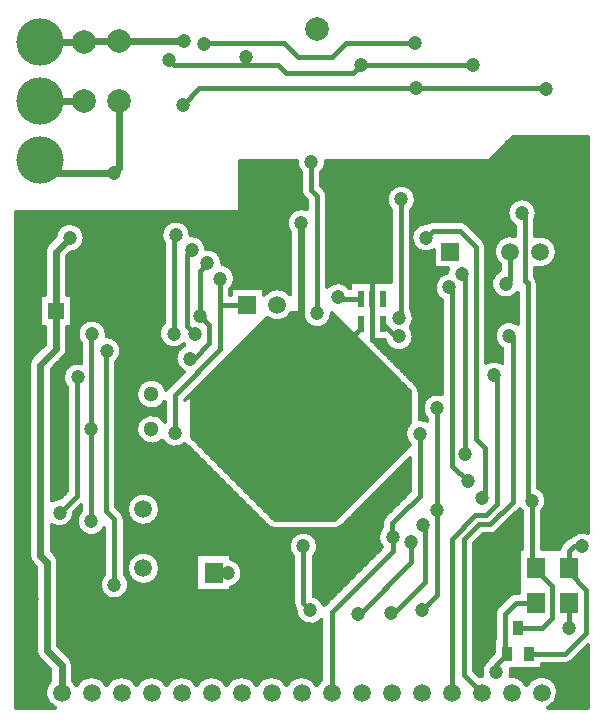
<source format=gbl>
%FSLAX43Y43*%
%MOMM*%
G71*
G01*
G75*
G04 Layer_Physical_Order=2*
%ADD10C,0.300*%
%ADD11R,0.600X2.200*%
%ADD12R,0.600X2.200*%
%ADD13R,1.600X1.800*%
%ADD14O,2.000X1.000*%
%ADD15R,2.000X1.000*%
%ADD16R,0.800X2.500*%
%ADD17O,0.800X2.500*%
%ADD18R,0.600X1.700*%
%ADD19R,0.600X1.700*%
%ADD20R,1.800X1.600*%
%ADD21C,0.125*%
%ADD22C,0.400*%
%ADD23C,0.500*%
%ADD24R,1.400X1.400*%
%ADD25C,1.400*%
%ADD26C,4.000*%
%ADD27C,2.000*%
%ADD28C,1.500*%
%ADD29R,1.500X1.500*%
%ADD30R,1.300X1.300*%
%ADD31C,1.300*%
%ADD32C,1.200*%
%ADD33C,1.270*%
%ADD34R,0.850X1.300*%
%ADD35R,0.550X1.450*%
%ADD36R,0.550X1.450*%
%ADD37C,0.600*%
D10*
X44750Y42155D02*
G03*
X44875Y42700I-1125J545D01*
G01*
X46587Y39416D02*
G03*
X44750Y40746I-1400J0D01*
G01*
X44875Y42700D02*
G03*
X43050Y41590I-1250J0D01*
G01*
Y40756D02*
G03*
X41785Y38312I-403J-1341D01*
G01*
X40575Y39825D02*
G03*
X40326Y40426I-850J0D01*
G01*
X40575Y39825D02*
G03*
X40326Y40426I-850J0D01*
G01*
X38951Y41801D02*
G03*
X38350Y42050I-601J-601D01*
G01*
X38951Y41801D02*
G03*
X38350Y42050I-601J-601D01*
G01*
X44750Y38086D02*
G03*
X46587Y39416I437J1330D01*
G01*
X44950Y36775D02*
G03*
X44750Y37323I-850J0D01*
G01*
X44950Y36775D02*
G03*
X44750Y37323I-850J0D01*
G01*
X41781Y37858D02*
G03*
X43250Y35950I469J-1158D01*
G01*
Y33329D02*
G03*
X41975Y31184I-700J-1036D01*
G01*
Y30006D02*
G03*
X40575Y30015I-707J-1031D01*
G01*
X36075Y42050D02*
G03*
X35527Y41850I0J-850D01*
G01*
X36075Y42050D02*
G03*
X35527Y41850I0J-850D01*
G01*
X34250Y42933D02*
G03*
X34650Y43850I-850J917D01*
G01*
G03*
X32550Y42933I-1250J0D01*
G01*
X35527Y41850D02*
G03*
X34250Y40619I-27J-1250D01*
G01*
X26650Y46133D02*
G03*
X27050Y47050I-850J917D01*
G01*
X27129Y44121D02*
G03*
X26880Y44722I-850J0D01*
G01*
X27129Y44121D02*
G03*
X26880Y44722I-850J0D01*
G01*
X24552Y47125D02*
G03*
X24950Y46133I1248J-75D01*
G01*
X26600Y45213D02*
G03*
X26650Y45500I-800J287D01*
G01*
X24900Y44650D02*
G03*
X25149Y44049I850J0D01*
G01*
X24900Y44650D02*
G03*
X25149Y44049I850J0D01*
G01*
X24950Y45737D02*
G03*
X24900Y45450I800J-287D01*
G01*
X25429Y43005D02*
G03*
X24000Y41038I-479J-1155D01*
G01*
X37365Y38016D02*
G03*
X37278Y37634I1160J-466D01*
G01*
X34250Y40580D02*
G03*
X36167Y39543I1250J19D01*
G01*
X37278Y37634D02*
G03*
X36850Y35317I197J-1234D01*
G01*
X34475Y33825D02*
G03*
X34250Y34540I-1250J0D01*
G01*
X34183Y33022D02*
G03*
X34475Y33825I-958J803D01*
G01*
X34450Y32250D02*
G03*
X34183Y33022I-1250J0D01*
G01*
X29075Y36315D02*
G03*
X27129Y36445I-1025J-715D01*
G01*
X31993Y31925D02*
G03*
X34450Y32250I1207J325D01*
G01*
X24000Y35815D02*
G03*
X21770Y35750I-1090J-878D01*
G01*
X45300Y17433D02*
G03*
X45700Y18350I-850J917D01*
G01*
X49200Y15631D02*
G03*
X47783Y15297I-475J-1156D01*
G01*
G03*
X47399Y15076I217J-822D01*
G01*
X47783Y15297D02*
G03*
X47399Y15076I217J-822D01*
G01*
X45700Y18350D02*
G03*
X44950Y19496I-1250J0D01*
G01*
X43430Y17628D02*
G03*
X43600Y17433I1020J722D01*
G01*
X40950Y15500D02*
G03*
X41551Y15749I0J850D01*
G01*
X40950Y15500D02*
G03*
X41551Y15749I0J850D01*
G01*
X47273Y4523D02*
G03*
X47874Y4772I0J850D01*
G01*
X47273Y4523D02*
G03*
X47874Y4772I0J850D01*
G01*
X46999Y14676D02*
G03*
X46765Y14232I601J-601D01*
G01*
X46999Y14676D02*
G03*
X46765Y14232I601J-601D01*
G01*
X45800Y800D02*
G03*
X46680Y2100I-520J1300D01*
G01*
X43093Y10543D02*
G03*
X42492Y10294I0J-850D01*
G01*
X43093Y10543D02*
G03*
X42492Y10294I0J-850D01*
G01*
X46680Y2100D02*
G03*
X44010Y2689I-1400J0D01*
G01*
G03*
X42641Y3497I-1270J-589D01*
G01*
X41574Y9376D02*
G03*
X41325Y8775I601J-601D01*
G01*
X41574Y9376D02*
G03*
X41325Y8775I601J-601D01*
G01*
X42700Y3875D02*
G03*
X42684Y4073I-1250J0D01*
G01*
X42641Y3497D02*
G03*
X42700Y3875I-1191J378D01*
G01*
X34950Y27575D02*
G03*
X34716Y28141I-800J0D01*
G01*
X34950Y27575D02*
G03*
X34715Y28142I-800J0D01*
G01*
X36850Y27359D02*
G03*
X35600Y25258I-400J-1184D01*
G01*
Y25108D02*
G03*
X34950Y25275I-625J-1083D01*
G01*
X32029Y17031D02*
G03*
X31780Y16430I601J-601D01*
G01*
X32029Y17031D02*
G03*
X31780Y16430I601J-601D01*
G01*
Y16110D02*
G03*
X31772Y14399I907J-860D01*
G01*
X27800Y15925D02*
G03*
X28367Y16160I0J800D01*
G01*
X27800Y15925D02*
G03*
X28366Y16159I0J800D01*
G01*
X22108Y16160D02*
G03*
X22675Y15925I567J565D01*
G01*
X22109Y16159D02*
G03*
X22675Y15925I566J566D01*
G01*
X40849Y5075D02*
G03*
X40701Y4875I601J-601D01*
G01*
X40849Y5075D02*
G03*
X40701Y4875I601J-601D01*
G01*
G03*
X40258Y3499I749J-1000D01*
G01*
G03*
X40014Y3488I-58J-1399D01*
G01*
X26650Y3212D02*
G03*
X26230Y2689I850J-1112D01*
G01*
X25975Y13558D02*
G03*
X26375Y14475I-850J917D01*
G01*
G03*
X24275Y13558I-1250J0D01*
G01*
X26875Y9501D02*
G03*
X25975Y10294I-1175J-426D01*
G01*
X24451Y9132D02*
G03*
X26650Y8263I1249J-57D01*
G01*
X24275Y9650D02*
G03*
X24451Y9132I850J0D01*
G01*
X24275Y9650D02*
G03*
X24451Y9132I850J0D01*
G01*
X26230Y2689D02*
G03*
X23690Y2689I-1270J-589D01*
G01*
G03*
X21150Y2689I-1270J-589D01*
G01*
X19325Y37150D02*
G03*
X18248Y38388I-1250J0D01*
G01*
X18250Y38450D02*
G03*
X16894Y39696I-1250J0D01*
G01*
X15575Y40825D02*
G03*
X13275Y40147I-1250J0D01*
G01*
X16894Y39696D02*
G03*
X15575Y40823I-1244J-121D01*
G01*
X19024Y36337D02*
G03*
X19325Y37150I-949J813D01*
G01*
X13275Y33417D02*
G03*
X14988Y31595I850J-917D01*
G01*
X15052Y31532D02*
G03*
X14975Y29252I473J-1157D01*
G01*
X13649Y27926D02*
G03*
X13504Y27733I601J-601D01*
G01*
G03*
X13400Y26742I-1246J-370D01*
G01*
X13649Y27926D02*
G03*
X13504Y27733I601J-601D01*
G01*
X13164Y23456D02*
G03*
X15105Y23164I1086J619D01*
G01*
X13400Y25009D02*
G03*
X13164Y23456I-1142J-621D01*
G01*
X6600Y40600D02*
G03*
X4104Y40697I-1250J0D01*
G01*
X5447Y39354D02*
G03*
X6600Y40600I-97J1246D01*
G01*
X3517Y40110D02*
G03*
X3239Y39439I672J-672D01*
G01*
X3517Y40110D02*
G03*
X3239Y39439I672J-672D01*
G01*
X8463Y32275D02*
G03*
X8475Y32450I-1238J175D01*
G01*
X9700Y31025D02*
G03*
X8463Y32275I-1250J0D01*
G01*
X8475Y32450D02*
G03*
X6325Y31583I-1250J0D01*
G01*
X9275Y30086D02*
G03*
X9700Y31025I-825J939D01*
G01*
X4860Y30542D02*
G03*
X5139Y31214I-672J672D01*
G01*
X4860Y30542D02*
G03*
X5139Y31214I-672J672D01*
G01*
X6325Y30007D02*
G03*
X5075Y27959I-325J-1207D01*
G01*
X2178Y30547D02*
G03*
X1900Y29875I672J-672D01*
G01*
X2178Y30547D02*
G03*
X1900Y29875I672J-672D01*
G01*
X19950Y12200D02*
G03*
X18963Y13422I-1250J0D01*
G01*
X12975Y17617D02*
G03*
X12975Y17617I-1400J0D01*
G01*
Y12617D02*
G03*
X12975Y12617I-1400J0D01*
G01*
X18963Y10978D02*
G03*
X19950Y12200I-263J1222D01*
G01*
X21150Y2689D02*
G03*
X18610Y2689I-1270J-589D01*
G01*
G03*
X16070Y2689I-1270J-589D01*
G01*
G03*
X13530Y2689I-1270J-589D01*
G01*
X10375Y11225D02*
G03*
X9975Y12142I-1250J0D01*
G01*
X8275D02*
G03*
X10375Y11225I850J-917D01*
G01*
X13530Y2689D02*
G03*
X10990Y2689I-1270J-589D01*
G01*
G03*
X8450Y2689I-1270J-589D01*
G01*
X9975Y16775D02*
G03*
X9726Y17376I-850J0D01*
G01*
X9975Y16775D02*
G03*
X9726Y17376I-850J0D01*
G01*
X6325Y17517D02*
G03*
X8275Y16006I850J-917D01*
G01*
X4375Y13125D02*
G03*
X4097Y13797I-950J0D01*
G01*
X4375Y13125D02*
G03*
X4097Y13797I-950J0D01*
G01*
X4522Y18574D02*
G03*
X3800Y18377I-47J-1249D01*
G01*
Y16273D02*
G03*
X5725Y17325I675J1052D01*
G01*
X1900Y13700D02*
G03*
X2178Y13028I950J0D01*
G01*
X1900Y13700D02*
G03*
X2178Y13028I950J0D01*
G01*
X5590Y4435D02*
G03*
X5312Y5107I-950J0D01*
G01*
X5590Y4435D02*
G03*
X5312Y5107I-950J0D01*
G01*
X2475Y5650D02*
G03*
X2753Y4978I950J0D01*
G01*
X2475Y5650D02*
G03*
X2753Y4978I950J0D01*
G01*
X8450Y2689D02*
G03*
X5910Y2689I-1270J-589D01*
G01*
X5910D02*
G03*
X5590Y3128I-1270J-589D01*
G01*
X3690D02*
G03*
X4120Y800I950J-1028D01*
G01*
X34150Y24964D02*
G03*
X34125Y23108I825J-939D01*
G01*
X25031Y34275D02*
G03*
X27529Y34196I1247J-79D01*
G01*
X22068Y33818D02*
G03*
X24143Y34275I841J1119D01*
G01*
X42825Y49100D02*
X49200D01*
X42825Y49100D02*
X49200D01*
X42725Y49000D02*
X49200D01*
X42625Y48900D02*
X49200D01*
X42525Y48800D02*
X49200D01*
X42425Y48700D02*
X49200D01*
X43976Y43900D02*
X49200D01*
X44219Y43800D02*
X49200D01*
X42325Y48600D02*
X49200D01*
X42225Y48500D02*
X49200D01*
X42125Y48400D02*
X49200D01*
X42025Y48300D02*
X49200D01*
X41925Y48200D02*
X49200D01*
X41825Y48100D02*
X49200D01*
X41725Y48000D02*
X49200D01*
X41625Y47900D02*
X49200D01*
X44809Y43100D02*
X49200D01*
X44839Y43000D02*
X49200D01*
X44859Y42900D02*
X49200D01*
X44871Y42800D02*
X49200D01*
X44875Y42700D02*
X49200D01*
X44871Y42600D02*
X49200D01*
X44859Y42500D02*
X49200D01*
X44838Y42400D02*
X49200D01*
X44375Y43700D02*
X49200D01*
X44493Y43600D02*
X49200D01*
X44586Y43500D02*
X49200D01*
X44661Y43400D02*
X49200D01*
X44722Y43300D02*
X49200D01*
X44771Y43200D02*
X49200D01*
X44809Y42300D02*
X49200D01*
X44771Y42200D02*
X49200D01*
X44400Y43681D02*
Y49100D01*
X44300Y43752D02*
Y49100D01*
X44200Y43810D02*
Y49100D01*
X44100Y43856D02*
Y49100D01*
X44800Y43127D02*
Y49100D01*
X44700Y43338D02*
Y49100D01*
X44600Y43482D02*
Y49100D01*
X44500Y43593D02*
Y49100D01*
X44000Y43892D02*
Y49100D01*
X43900Y43919D02*
Y49100D01*
X43800Y43938D02*
Y49100D01*
X43700Y43948D02*
Y49100D01*
X43600Y43950D02*
Y49100D01*
X43500Y43944D02*
Y49100D01*
X43400Y43930D02*
Y49100D01*
X43300Y43907D02*
Y49100D01*
X44750Y42100D02*
X49200D01*
X43200Y43875D02*
Y49100D01*
X43100Y43834D02*
Y49100D01*
X44750Y42000D02*
X49200D01*
X44750Y41900D02*
X49200D01*
X44750Y41800D02*
X49200D01*
X44750Y41700D02*
X49200D01*
X43000Y43782D02*
Y49100D01*
X42900Y43718D02*
Y49100D01*
X42800Y43639D02*
Y49075D01*
X42700Y43541D02*
Y48975D01*
X42600Y43415D02*
Y48875D01*
X42500Y43245D02*
Y48775D01*
X42400Y42948D02*
Y48675D01*
X46100Y40477D02*
Y49100D01*
X45397Y40800D02*
X49200D01*
X46000Y40556D02*
Y49100D01*
X45900Y40621D02*
Y49100D01*
X46500Y39902D02*
Y49100D01*
X46400Y40115D02*
Y49100D01*
X46300Y40265D02*
Y49100D01*
X46200Y40382D02*
Y49100D01*
X44750Y41600D02*
X49200D01*
X44750Y41500D02*
X49200D01*
X44750Y41400D02*
X49200D01*
X44750Y41300D02*
X49200D01*
X44750Y41200D02*
X49200D01*
X44750Y41100D02*
X49200D01*
X44750Y41000D02*
X49200D01*
X44750Y40900D02*
X49200D01*
X46409Y40100D02*
X49200D01*
X46459Y40000D02*
X49200D01*
X46501Y39900D02*
X49200D01*
X46533Y39800D02*
X49200D01*
X46558Y39700D02*
X49200D01*
X46575Y39600D02*
X49200D01*
X46585Y39500D02*
X49200D01*
X46587Y39400D02*
X49200D01*
X45745Y40700D02*
X49200D01*
X45934Y40600D02*
X49200D01*
X46073Y40500D02*
X49200D01*
X46183Y40400D02*
X49200D01*
X46273Y40300D02*
X49200D01*
X46347Y40200D02*
X49200D01*
X45600Y40753D02*
Y49100D01*
X45300Y40811D02*
Y49100D01*
X45200Y40816D02*
Y49100D01*
X45100Y40813D02*
Y49100D01*
X45800Y40674D02*
Y49100D01*
X45700Y40718D02*
Y49100D01*
X45500Y40780D02*
Y49100D01*
X45400Y40799D02*
Y49100D01*
X45000Y40803D02*
Y49100D01*
X44900Y40786D02*
Y49100D01*
X42300Y40772D02*
Y48575D01*
X42200Y40742D02*
Y48475D01*
X42100Y40704D02*
Y48375D01*
X42000Y40657D02*
Y48275D01*
X41900Y40599D02*
Y48175D01*
X41800Y40530D02*
Y48075D01*
X44800Y40761D02*
Y42273D01*
X44750Y40800D02*
X44978D01*
X44750Y40746D02*
Y42155D01*
X42800Y40807D02*
Y41761D01*
X43050Y40756D02*
Y41590D01*
X42857Y40800D02*
X43050D01*
X42900Y40793D02*
Y41682D01*
X43000Y40770D02*
Y41618D01*
X42700Y40815D02*
Y41859D01*
X42500Y40808D02*
Y42155D01*
X42600Y40815D02*
Y41985D01*
X41700Y40446D02*
Y47975D01*
X42400Y40794D02*
Y42452D01*
X41600Y40345D02*
Y47875D01*
X41525Y47800D02*
X49200D01*
X41425Y47700D02*
X49200D01*
X41325Y47600D02*
X49200D01*
X41225Y47500D02*
X49200D01*
X41125Y47400D02*
X49200D01*
X41025Y47300D02*
X49200D01*
X40925Y47200D02*
X49200D01*
X27049Y47000D02*
X49200D01*
X27041Y46900D02*
X49200D01*
X27025Y46800D02*
X49200D01*
X27000Y46700D02*
X49200D01*
X26966Y46600D02*
X49200D01*
X26922Y46500D02*
X49200D01*
X26868Y46400D02*
X49200D01*
X26800Y46300D02*
X49200D01*
X26716Y46200D02*
X49200D01*
X26650Y46100D02*
X49200D01*
X26650Y46000D02*
X49200D01*
X26650Y45900D02*
X49200D01*
X33420Y45100D02*
X49200D01*
X33890Y45000D02*
X49200D01*
X34078Y44900D02*
X49200D01*
X34213Y44800D02*
X49200D01*
X34317Y44700D02*
X49200D01*
X26650Y45800D02*
X49200D01*
X26650Y45700D02*
X49200D01*
X26650Y45600D02*
X49200D01*
X26650Y45500D02*
X49200D01*
X26644Y45400D02*
X49200D01*
X26626Y45300D02*
X49200D01*
X26600Y45200D02*
X49200D01*
X34566Y44300D02*
X49200D01*
X34600Y44200D02*
X49200D01*
X40850Y47125D02*
X42825Y49100D01*
X34625Y44100D02*
X49200D01*
X34649Y43900D02*
X43274D01*
X34649Y43800D02*
X43031D01*
X38700Y41975D02*
Y47125D01*
X38600Y42012D02*
Y47125D01*
X34400Y44600D02*
X49200D01*
X34468Y44500D02*
X49200D01*
X27048Y47125D02*
X40850D01*
X34523Y44400D02*
X49200D01*
X34641Y44000D02*
X49200D01*
X34641Y43700D02*
X42875D01*
X34625Y43600D02*
X42757D01*
X34600Y43500D02*
X42664D01*
X34566Y43400D02*
X42589D01*
X34522Y43300D02*
X42528D01*
X34468Y43200D02*
X42479D01*
X34400Y43100D02*
X42441D01*
X34316Y43000D02*
X42411D01*
X38637Y42000D02*
X42589D01*
X34250Y42900D02*
X42391D01*
X34250Y42800D02*
X42379D01*
X34250Y42700D02*
X42375D01*
X34250Y42600D02*
X42379D01*
X34250Y42500D02*
X42391D01*
X34250Y42400D02*
X42412D01*
X34250Y42300D02*
X42441D01*
X34250Y42100D02*
X42528D01*
X34250Y42200D02*
X42479D01*
X39652Y41100D02*
X43050D01*
X39752Y41000D02*
X43050D01*
X41500Y40218D02*
Y47775D01*
X39852Y40900D02*
X43050D01*
X41400Y40051D02*
Y47675D01*
X41300Y39796D02*
Y47575D01*
X41200Y37378D02*
Y47475D01*
X41100Y37190D02*
Y47375D01*
X39052Y41700D02*
X42875D01*
X39152Y41600D02*
X43032D01*
X38832Y41900D02*
X42665D01*
X38952Y41800D02*
X42758D01*
X39252Y41500D02*
X43050D01*
X39352Y41400D02*
X43050D01*
X39452Y41300D02*
X43050D01*
X39552Y41200D02*
X43050D01*
X40488Y40200D02*
X41487D01*
X40529Y40100D02*
X41426D01*
X40572Y39900D02*
X41334D01*
X40575Y39800D02*
X41301D01*
X40575Y39700D02*
X41276D01*
X40575Y39600D02*
X41259D01*
X40575Y39500D02*
X41250D01*
X39952Y40800D02*
X42438D01*
X40052Y40700D02*
X42090D01*
X40152Y40600D02*
X41901D01*
X40252Y40500D02*
X41762D01*
X40351Y40400D02*
X41652D01*
X40430Y40300D02*
X41562D01*
X40557Y40000D02*
X41375D01*
X41000Y30196D02*
Y47275D01*
X40500Y40174D02*
Y47125D01*
X40400Y40342D02*
Y47125D01*
X40300Y40452D02*
Y47125D01*
X40900Y30169D02*
Y47175D01*
X40800Y30134D02*
Y47125D01*
X40700Y30088D02*
Y47125D01*
X40600Y30031D02*
Y47125D01*
X39800Y40952D02*
Y47125D01*
X39700Y41052D02*
Y47125D01*
X39600Y41152D02*
Y47125D01*
X39500Y41252D02*
Y47125D01*
X40200Y40552D02*
Y47125D01*
X40100Y40652D02*
Y47125D01*
X40000Y40752D02*
Y47125D01*
X39900Y40852D02*
Y47125D01*
X39300Y41452D02*
Y47125D01*
X39200Y41552D02*
Y47125D01*
X39100Y41652D02*
Y47125D01*
X39000Y41752D02*
Y47125D01*
X39400Y41352D02*
Y47125D01*
X40575Y30015D02*
Y39825D01*
X38900Y41848D02*
Y47125D01*
X38800Y41921D02*
Y47125D01*
X38500Y42037D02*
Y47125D01*
X38400Y42048D02*
Y47125D01*
X38951Y41801D02*
X40326Y40426D01*
X46582Y39300D02*
X49200D01*
X46570Y39200D02*
X49200D01*
X46551Y39100D02*
X49200D01*
X46524Y39000D02*
X49200D01*
X46489Y38900D02*
X49200D01*
X46445Y38800D02*
X49200D01*
X46390Y38700D02*
X49200D01*
X46325Y38600D02*
X49200D01*
X46246Y38500D02*
X49200D01*
X46151Y38400D02*
X49200D01*
X46033Y38300D02*
X49200D01*
X45881Y38200D02*
X49200D01*
X45666Y38100D02*
X49200D01*
X44750Y38000D02*
X49200D01*
X44750Y37900D02*
X49200D01*
X44750Y37800D02*
X49200D01*
X44885Y37100D02*
X49200D01*
X44920Y37000D02*
X49200D01*
X44941Y36900D02*
X49200D01*
X44950Y36800D02*
X49200D01*
X44950Y36700D02*
X49200D01*
X44950Y36600D02*
X49200D01*
X44950Y36500D02*
X49200D01*
X44950Y36400D02*
X49200D01*
X44750Y37700D02*
X49200D01*
X44750Y37600D02*
X49200D01*
X44750Y37500D02*
X49200D01*
X44750Y37400D02*
X49200D01*
X44769Y37300D02*
X49200D01*
X44836Y37200D02*
X49200D01*
X44950Y36300D02*
X49200D01*
X44950Y36200D02*
X49200D01*
X44950Y36100D02*
X49200D01*
X44950Y36000D02*
X49200D01*
X44900Y37063D02*
Y38045D01*
X44950Y35900D02*
X49200D01*
X44950Y35800D02*
X49200D01*
X44950Y35700D02*
X49200D01*
X44950Y35600D02*
X49200D01*
X44950Y35500D02*
X49200D01*
X44800Y37257D02*
Y38070D01*
X44750Y37323D02*
Y38086D01*
X43117Y35800D02*
X43250D01*
X43000Y35700D02*
X43250D01*
X42843Y35600D02*
X43250D01*
X44950Y35400D02*
X49200D01*
X44950Y35300D02*
X49200D01*
X44950Y35200D02*
X49200D01*
X44950Y35100D02*
X49200D01*
X44950Y35000D02*
X49200D01*
X44950Y34900D02*
X49200D01*
X44950Y34800D02*
X49200D01*
X44950Y34700D02*
X49200D01*
X44950Y34600D02*
X49200D01*
X44950Y34500D02*
X49200D01*
X42600Y35500D02*
X43250D01*
X44950Y34400D02*
X49200D01*
X44950Y34300D02*
X49200D01*
X44950Y34200D02*
X49200D01*
X44950Y34100D02*
X49200D01*
X44950Y34000D02*
X49200D01*
X44950Y33900D02*
X49200D01*
X44950Y33800D02*
X49200D01*
X44950Y33700D02*
X49200D01*
X44950Y33600D02*
X49200D01*
X44950Y33500D02*
X49200D01*
X44950Y33400D02*
X49200D01*
X44950Y33300D02*
X49200D01*
X44950Y33200D02*
X49200D01*
X44950Y33100D02*
X49200D01*
X44950Y33000D02*
X49200D01*
X44950Y32900D02*
X49200D01*
X44950Y32800D02*
X49200D01*
X44950Y32700D02*
X49200D01*
X44950Y32600D02*
X49200D01*
X44950Y32500D02*
X49200D01*
X44950Y32400D02*
X49200D01*
X44950Y32300D02*
X49200D01*
X44950Y32200D02*
X49200D01*
X44950Y32100D02*
X49200D01*
X44950Y32000D02*
X49200D01*
X44950Y31900D02*
X49200D01*
X44950Y31800D02*
X49200D01*
X44950Y31700D02*
X49200D01*
X44950Y31600D02*
X49200D01*
X44950Y31500D02*
X49200D01*
X44950Y31400D02*
X49200D01*
X44950Y31300D02*
X49200D01*
X44950Y31200D02*
X49200D01*
X44950Y31100D02*
X49200D01*
X44950Y31000D02*
X49200D01*
X43250Y33329D02*
Y35950D01*
X43132Y33400D02*
X43250D01*
X43100Y33416D02*
Y35783D01*
X43000Y33460D02*
Y35700D01*
X44950Y30900D02*
X49200D01*
X44950Y30800D02*
X49200D01*
X43200Y33361D02*
Y35887D01*
X44950Y30700D02*
X49200D01*
X42900Y33493D02*
Y35632D01*
X42877Y33500D02*
X43250D01*
X42800Y33518D02*
Y35577D01*
X42700Y33534D02*
Y35534D01*
X42600Y33542D02*
Y35500D01*
X42500Y33542D02*
Y35475D01*
X42400Y33534D02*
Y35459D01*
X42300Y33518D02*
Y35451D01*
X44950Y30600D02*
X49200D01*
X44950Y30500D02*
X49200D01*
X44950Y30400D02*
X49200D01*
X44950Y30300D02*
X49200D01*
X44950Y30200D02*
X49200D01*
X44950Y30100D02*
X49200D01*
X44950Y30000D02*
X49200D01*
X44950Y29900D02*
X49200D01*
X44950Y29800D02*
X49200D01*
X44950Y29700D02*
X49200D01*
X44950Y29600D02*
X49200D01*
X44950Y29500D02*
X49200D01*
X44950Y29400D02*
X49200D01*
X44950Y29300D02*
X49200D01*
X44950Y29200D02*
X49200D01*
X40575Y38600D02*
X41509D01*
X40575Y38400D02*
X41684D01*
X40575Y38700D02*
X41444D01*
X40575Y38500D02*
X41588D01*
X41781Y37858D02*
X41785Y38312D01*
X41600Y37768D02*
Y38487D01*
X41700Y37822D02*
Y38385D01*
X40575Y38300D02*
X41785D01*
X40575Y38200D02*
X41784D01*
X40575Y38100D02*
X41783D01*
X40575Y38000D02*
X41782D01*
X40575Y37900D02*
X41781D01*
X40575Y35500D02*
X41900D01*
X40575Y37800D02*
X41656D01*
X40575Y35600D02*
X41657D01*
X40575Y35400D02*
X43250D01*
X40575Y35300D02*
X43250D01*
X40575Y35200D02*
X43250D01*
X40575Y35100D02*
X43250D01*
X40575Y35000D02*
X43250D01*
X40575Y34900D02*
X43250D01*
X40575Y34800D02*
X43250D01*
X40575Y34700D02*
X43250D01*
X40575Y34600D02*
X43250D01*
X40575Y34500D02*
X43250D01*
X40575Y34400D02*
X43250D01*
X40575Y34300D02*
X43250D01*
X40575Y34200D02*
X43250D01*
X40575Y34100D02*
X43250D01*
X40575Y34000D02*
X43250D01*
X40575Y39200D02*
X41264D01*
X40575Y39100D02*
X41283D01*
X40575Y39400D02*
X41247D01*
X40575Y39300D02*
X41252D01*
X41400Y37616D02*
Y38780D01*
X41500Y37700D02*
Y38613D01*
X41300Y37512D02*
Y39035D01*
X40575Y39000D02*
X41310D01*
X40575Y38900D02*
X41346D01*
X40575Y37700D02*
X41500D01*
X40575Y38800D02*
X41390D01*
X40575Y37600D02*
X41382D01*
X40575Y37500D02*
X41289D01*
X40575Y37400D02*
X41214D01*
X40575Y37300D02*
X41153D01*
X40575Y37200D02*
X41104D01*
X40575Y37100D02*
X41066D01*
X40575Y37000D02*
X41036D01*
X40575Y36900D02*
X41016D01*
X40575Y36800D02*
X41004D01*
X40575Y36500D02*
X41016D01*
X40575Y36400D02*
X41037D01*
X40575Y36700D02*
X41000D01*
X40575Y36600D02*
X41004D01*
X40575Y36200D02*
X41104D01*
X40575Y36000D02*
X41214D01*
X40575Y36300D02*
X41066D01*
X40575Y36100D02*
X41153D01*
X40575Y35800D02*
X41383D01*
X40575Y35700D02*
X41500D01*
X40575Y35900D02*
X41290D01*
X42200Y33493D02*
Y35451D01*
X42100Y33460D02*
Y35459D01*
X42000Y33416D02*
Y35475D01*
X41900Y33361D02*
Y35500D01*
X41800Y33293D02*
Y35534D01*
X41700Y33210D02*
Y35578D01*
X41800Y30106D02*
Y31294D01*
X40575Y33900D02*
X43250D01*
X40575Y33800D02*
X43250D01*
X40575Y33700D02*
X43250D01*
X40575Y33600D02*
X43250D01*
X40575Y33500D02*
X42223D01*
X40575Y33400D02*
X41968D01*
X40575Y33300D02*
X41809D01*
X40575Y31300D02*
X41791D01*
X40575Y31200D02*
X41944D01*
X40575Y31100D02*
X41975D01*
X40575Y31000D02*
X41975D01*
X40575Y30900D02*
X41975D01*
X41518Y30200D02*
X41975D01*
X41814Y30100D02*
X41975D01*
X41900Y30054D02*
Y31226D01*
X41975Y30006D02*
Y31184D01*
X40575Y30800D02*
X41975D01*
X40575Y30700D02*
X41975D01*
X40575Y30600D02*
X41975D01*
X40575Y30500D02*
X41975D01*
X40575Y30400D02*
X41975D01*
X40575Y30300D02*
X41975D01*
X41600Y33106D02*
Y35632D01*
X40575Y33200D02*
X41689D01*
X41500Y32971D02*
Y35700D01*
X40575Y33100D02*
X41595D01*
X41300Y30225D02*
Y35888D01*
X41400Y32783D02*
Y35784D01*
X41100Y30214D02*
Y36210D01*
X41200Y30223D02*
Y36022D01*
X40575Y33000D02*
X41519D01*
X40575Y32900D02*
X41457D01*
X40575Y32800D02*
X41407D01*
X40575Y32700D02*
X41368D01*
X40575Y32600D02*
X41338D01*
X40575Y32500D02*
X41317D01*
X40575Y32400D02*
X41305D01*
X40575Y32300D02*
X41300D01*
X40575Y32200D02*
X41304D01*
X40575Y31900D02*
X41364D01*
X40575Y32100D02*
X41315D01*
X40575Y32000D02*
X41335D01*
X41600Y30180D02*
Y31481D01*
X41700Y30148D02*
Y31377D01*
X41400Y30218D02*
Y31804D01*
X41500Y30203D02*
Y31615D01*
X40575Y31600D02*
X41510D01*
X40575Y31500D02*
X41584D01*
X40575Y31800D02*
X41402D01*
X40575Y31700D02*
X41450D01*
X40575Y31400D02*
X41676D01*
X40575Y30200D02*
X41019D01*
X40575Y30100D02*
X40723D01*
X38300Y42050D02*
Y47125D01*
X38200Y42050D02*
Y47125D01*
X38100Y42050D02*
Y47125D01*
X38000Y42050D02*
Y47125D01*
X37900Y42050D02*
Y47125D01*
X37800Y42050D02*
Y47125D01*
X37700Y42050D02*
Y47125D01*
X37600Y42050D02*
Y47125D01*
X37500Y42050D02*
Y47125D01*
X37400Y42050D02*
Y47125D01*
X37300Y42050D02*
Y47125D01*
X37200Y42050D02*
Y47125D01*
X37100Y42050D02*
Y47125D01*
X37000Y42050D02*
Y47125D01*
X36900Y42050D02*
Y47125D01*
X36800Y42050D02*
Y47125D01*
X36700Y42050D02*
Y47125D01*
X36600Y42050D02*
Y47125D01*
X36500Y42050D02*
Y47125D01*
X36400Y42050D02*
Y47125D01*
X36300Y42050D02*
Y47125D01*
X36075Y42050D02*
X38350D01*
X36200D02*
Y47125D01*
X36100Y42050D02*
Y47125D01*
X36000Y42047D02*
Y47125D01*
X35900Y42032D02*
Y47125D01*
X35800Y42004D02*
Y47125D01*
X34250Y42000D02*
X35788D01*
X35700Y41963D02*
Y47125D01*
X35600Y41905D02*
Y47125D01*
X34500Y44444D02*
Y47125D01*
X34400Y44600D02*
Y47125D01*
X34300Y44718D02*
Y47125D01*
X34200Y44811D02*
Y47125D01*
X35500Y41850D02*
Y47125D01*
X35400Y41846D02*
Y47125D01*
X35300Y41834D02*
Y47125D01*
X34600Y44200D02*
Y47125D01*
X33700Y45063D02*
Y47125D01*
X33600Y45084D02*
Y47125D01*
X33500Y45096D02*
Y47125D01*
X33400Y45100D02*
Y47125D01*
X34100Y44886D02*
Y47125D01*
X34000Y44947D02*
Y47125D01*
X33900Y44996D02*
Y47125D01*
X33800Y45034D02*
Y47125D01*
X33300Y45096D02*
Y47125D01*
X33200Y45084D02*
Y47125D01*
X33100Y45063D02*
Y47125D01*
X33000Y45034D02*
Y47125D01*
X34250Y41900D02*
X35593D01*
X32900Y44996D02*
Y47125D01*
X32800Y44947D02*
Y47125D01*
X32700Y44886D02*
Y47125D01*
X32600Y44810D02*
Y47125D01*
X32500Y44717D02*
Y47125D01*
X32400Y44600D02*
Y47125D01*
X32300Y44443D02*
Y47125D01*
X32200Y44200D02*
Y47125D01*
X35200Y41813D02*
Y47125D01*
X35100Y41784D02*
Y47125D01*
X35000Y41745D02*
Y47125D01*
X34900Y41696D02*
Y47125D01*
X34800Y41635D02*
Y47125D01*
X34700Y41560D02*
Y47125D01*
X34600Y41467D02*
Y43500D01*
X32200Y36825D02*
Y43500D01*
X32100Y36825D02*
Y47125D01*
X32000Y36825D02*
Y47125D01*
X31900Y36825D02*
Y47125D01*
X31800Y36825D02*
Y47125D01*
X31700Y36825D02*
Y47125D01*
X31600Y36825D02*
Y47125D01*
X31500Y36825D02*
Y47125D01*
X31400Y36825D02*
Y47125D01*
X34250Y41800D02*
X35150D01*
X34250Y41700D02*
X34906D01*
X34500Y41350D02*
Y43256D01*
X34250Y41600D02*
X34750D01*
X34400Y41194D02*
Y43100D01*
X34300Y40950D02*
Y42982D01*
X34250Y40619D02*
Y42933D01*
Y41500D02*
X34632D01*
X34250Y41400D02*
X34539D01*
X32550Y36825D02*
Y42933D01*
X34250Y41300D02*
X34464D01*
X32400Y36825D02*
Y43100D01*
X32500Y36825D02*
Y42983D01*
X32300Y36825D02*
Y43257D01*
X31300Y36825D02*
Y47125D01*
X31200Y36825D02*
Y47125D01*
X31100Y36825D02*
Y47125D01*
X31000Y36825D02*
Y47125D01*
X30900Y36825D02*
Y47125D01*
X30800Y36825D02*
Y47125D01*
X30700Y36825D02*
Y47125D01*
X30600Y36825D02*
Y47125D01*
X30500Y36825D02*
Y47125D01*
X30400Y36825D02*
Y47125D01*
X30300Y36825D02*
Y47125D01*
X30200Y36825D02*
Y47125D01*
X30100Y36825D02*
Y47125D01*
X30000Y36825D02*
Y47125D01*
X29900Y36825D02*
Y47125D01*
X29800Y36825D02*
Y47125D01*
X29700Y36825D02*
Y47125D01*
X29600Y36825D02*
Y47125D01*
X29500Y36825D02*
Y47125D01*
X29400Y36825D02*
Y47125D01*
X29300Y36825D02*
Y47125D01*
X29200Y36825D02*
Y47125D01*
X29100Y36825D02*
Y47125D01*
X29000Y36413D02*
Y47125D01*
X28700Y36668D02*
Y47125D01*
X28500Y36766D02*
Y47125D01*
X28400Y36800D02*
Y47125D01*
X28300Y36825D02*
Y47125D01*
X28900Y36517D02*
Y47125D01*
X28800Y36600D02*
Y47125D01*
X28600Y36723D02*
Y47125D01*
X26981Y44600D02*
X32400D01*
X27040Y44500D02*
X32332D01*
X27000Y44571D02*
Y46700D01*
X27082Y44400D02*
X32277D01*
X27110Y44300D02*
X32234D01*
X27125Y44200D02*
X32200D01*
X27100Y44341D02*
Y47125D01*
X27129Y44100D02*
X32175D01*
X26600Y45100D02*
X33380D01*
X26602Y45000D02*
X32910D01*
X26702Y44900D02*
X32722D01*
X26802Y44800D02*
X32587D01*
X26901Y44700D02*
X32483D01*
X27129Y44000D02*
X32159D01*
X27129Y43900D02*
X32151D01*
X27129Y43800D02*
X32151D01*
X27129Y43700D02*
X32159D01*
X27129Y43500D02*
X32200D01*
X27129Y43300D02*
X32278D01*
X27129Y43600D02*
X32175D01*
X27129Y43400D02*
X32234D01*
X27129Y43000D02*
X32484D01*
X27129Y42900D02*
X32550D01*
X27129Y43200D02*
X32332D01*
X27129Y43100D02*
X32400D01*
X27129Y42800D02*
X32550D01*
X27129Y42700D02*
X32550D01*
X27129Y42600D02*
X32550D01*
X26800Y44802D02*
Y46300D01*
X26700Y44902D02*
Y46182D01*
X26650Y45500D02*
Y46133D01*
X24950Y45737D02*
Y46133D01*
X26900Y44702D02*
Y46456D01*
X24900Y43099D02*
Y46183D01*
X24700Y43075D02*
Y46457D01*
X24800Y43091D02*
Y46300D01*
X24600Y43050D02*
Y46700D01*
X24500Y43016D02*
Y47125D01*
X24400Y42972D02*
Y47125D01*
X24300Y42918D02*
Y47125D01*
X24200Y42850D02*
Y47125D01*
X24100Y42766D02*
Y47125D01*
X24000Y42662D02*
Y47125D01*
X26600Y45002D02*
X26880Y44722D01*
X26600Y45002D02*
Y45213D01*
X25200Y43075D02*
Y43998D01*
X25429Y43005D02*
Y43769D01*
X25400Y43016D02*
Y43798D01*
X25100Y43091D02*
Y44102D01*
X25300Y43050D02*
Y43898D01*
X24900Y44650D02*
Y45450D01*
X25149Y44049D02*
X25429Y43769D01*
X24970Y43100D02*
X25429D01*
X25000Y43099D02*
Y44250D01*
X28200Y36841D02*
Y47125D01*
X28100Y36849D02*
Y47125D01*
X28000Y36849D02*
Y47125D01*
X27900Y36841D02*
Y47125D01*
X27800Y36825D02*
Y47125D01*
X27700Y36800D02*
Y47125D01*
X27600Y36766D02*
Y47125D01*
X27500Y36722D02*
Y47125D01*
X27400Y36668D02*
Y47125D01*
X27300Y36600D02*
Y47125D01*
X23900Y42528D02*
Y47125D01*
X23800Y42340D02*
Y47125D01*
X27200Y36516D02*
Y47125D01*
X27129Y36445D02*
Y44121D01*
X23700Y36093D02*
Y47125D01*
X23600Y36155D02*
Y47125D01*
X27129Y42500D02*
X32550D01*
X27129Y42400D02*
X32550D01*
X27129Y42300D02*
X32550D01*
X27129Y42200D02*
X32550D01*
X27129Y42100D02*
X32550D01*
X27129Y42000D02*
X32550D01*
X27129Y41900D02*
X32550D01*
X27129Y41800D02*
X32550D01*
X27129Y41700D02*
X32550D01*
X27129Y41600D02*
X32550D01*
X27129Y41500D02*
X32550D01*
X27129Y41400D02*
X32550D01*
X27129Y41300D02*
X32550D01*
X23800Y36017D02*
Y41360D01*
X23100Y36324D02*
Y47125D01*
X23000Y36334D02*
Y47125D01*
X22900Y36337D02*
Y47125D01*
X22800Y36333D02*
Y47125D01*
X23500Y36206D02*
Y47125D01*
X23400Y36248D02*
Y47125D01*
X23300Y36282D02*
Y47125D01*
X23200Y36307D02*
Y47125D01*
X22700Y36321D02*
Y47125D01*
X22600Y36302D02*
Y47125D01*
X22500Y36276D02*
Y47125D01*
X22400Y36241D02*
Y47125D01*
X22300Y36197D02*
Y47125D01*
X22200Y36144D02*
Y47125D01*
X22100Y36079D02*
Y47125D01*
X22000Y36001D02*
Y47125D01*
X21700Y36337D02*
Y47125D01*
X21600Y36337D02*
Y47125D01*
X21500Y36337D02*
Y47125D01*
X21400Y36337D02*
Y47125D01*
X21900Y35907D02*
Y47125D01*
X21800Y35791D02*
Y47125D01*
X21300Y36337D02*
Y47125D01*
X21200Y36337D02*
Y47125D01*
X21100Y36337D02*
Y47125D01*
X21000Y36337D02*
Y47125D01*
X20900Y36337D02*
Y47125D01*
X20800Y36337D02*
Y47125D01*
X20700Y36337D02*
Y47125D01*
X20600Y36337D02*
Y47125D01*
X20500Y36337D02*
Y47125D01*
X37300Y37798D02*
Y38016D01*
X37200Y37619D02*
Y38016D01*
X37100Y37592D02*
Y38016D01*
X37000Y37556D02*
Y38016D01*
X36900Y37510D02*
Y38016D01*
X36800Y37452D02*
Y38016D01*
X36700Y37381D02*
Y38016D01*
X36167D02*
X37365D01*
X34250Y38000D02*
X37359D01*
X34250Y37900D02*
X37325D01*
X34250Y37800D02*
X37300D01*
X36600Y37293D02*
Y38016D01*
X36500Y37182D02*
Y38016D01*
X36400Y37038D02*
Y38016D01*
X36300Y36826D02*
Y38016D01*
X34250Y37700D02*
X37284D01*
X34250Y37600D02*
X37125D01*
X34250Y37500D02*
X36881D01*
X34250Y37400D02*
X36725D01*
X34250Y37300D02*
X36607D01*
X34250Y37200D02*
X36514D01*
X34250Y37100D02*
X36439D01*
X34250Y37000D02*
X36378D01*
X34250Y36900D02*
X36329D01*
X34250Y36800D02*
X36291D01*
X34250Y36700D02*
X36262D01*
X34250Y36600D02*
X36241D01*
X34250Y35800D02*
X36378D01*
X34250Y35700D02*
X36439D01*
X34250Y36000D02*
X36291D01*
X34250Y35900D02*
X36329D01*
X34250Y41200D02*
X34403D01*
X34250Y41100D02*
X34354D01*
X34250Y40100D02*
X34354D01*
X34250Y40000D02*
X34403D01*
X35850Y39400D02*
X36167D01*
X34250Y39900D02*
X34464D01*
X36167Y38016D02*
Y39543D01*
X34250Y39600D02*
X34750D01*
X34250Y39500D02*
X34906D01*
X34250Y39800D02*
X34539D01*
X34250Y39700D02*
X34632D01*
X34250Y39300D02*
X36167D01*
X34250Y39200D02*
X36167D01*
X34250Y39400D02*
X35150D01*
X34250Y39100D02*
X36167D01*
X34250Y39000D02*
X36167D01*
X34250Y38900D02*
X36167D01*
X34250Y38800D02*
X36167D01*
X34250Y38700D02*
X36167D01*
X34250Y38600D02*
X36167D01*
X34250Y38500D02*
X36167D01*
X34250Y38400D02*
X36167D01*
X34250Y38300D02*
X36167D01*
X34250Y36500D02*
X36229D01*
X34250Y36400D02*
X36225D01*
X34250Y38200D02*
X36167D01*
X34250Y38100D02*
X36167D01*
X34250Y36300D02*
X36229D01*
X34250Y36200D02*
X36241D01*
X34250Y36100D02*
X36262D01*
X34250Y35300D02*
X36850D01*
X34335Y34400D02*
X36850D01*
X34381Y34300D02*
X36850D01*
X34417Y34200D02*
X36850D01*
X34444Y34100D02*
X36850D01*
X34463Y34000D02*
X36850D01*
X34473Y33900D02*
X36850D01*
X34250Y35200D02*
X36850D01*
X34250Y35100D02*
X36850D01*
X34250Y35000D02*
X36850D01*
X34250Y34900D02*
X36850D01*
X34250Y34800D02*
X36850D01*
X34250Y34700D02*
X36850D01*
X34250Y34600D02*
X36850D01*
X34277Y34500D02*
X36850D01*
X34475Y33800D02*
X36850D01*
X34469Y33700D02*
X36850D01*
X34455Y33600D02*
X36850D01*
X34432Y33500D02*
X36850D01*
X34400Y33400D02*
X36850D01*
X34400Y32600D02*
X36850D01*
X34425Y32500D02*
X36850D01*
X34441Y32400D02*
X36850D01*
X34359Y33300D02*
X36850D01*
X34307Y33200D02*
X36850D01*
X34243Y33100D02*
X36850D01*
X34200Y33000D02*
X36850D01*
X34268Y32900D02*
X36850D01*
X34323Y32800D02*
X36850D01*
X34366Y32700D02*
X36850D01*
X34400Y34252D02*
Y40006D01*
X34449Y32300D02*
X36850D01*
X34250Y34540D02*
Y40580D01*
X34400Y32600D02*
Y33398D01*
X34449Y32200D02*
X36850D01*
X34441Y32100D02*
X36850D01*
X34425Y32000D02*
X36850D01*
X34400Y31900D02*
X36850D01*
X34250Y35500D02*
X36608D01*
X34250Y35400D02*
X36725D01*
X34300Y34463D02*
Y40250D01*
X34250Y35600D02*
X36515D01*
X34300Y32844D02*
Y33187D01*
X34366Y31800D02*
X36850D01*
X34322Y31700D02*
X36850D01*
X34268Y31600D02*
X36850D01*
X34200Y31500D02*
X36850D01*
X34116Y31400D02*
X36850D01*
X34012Y31300D02*
X36850D01*
X33878Y31200D02*
X36850D01*
X33690Y31100D02*
X36850D01*
X33500Y29357D02*
Y31037D01*
X33357Y29500D02*
X36850D01*
X33400Y29457D02*
Y31016D01*
X33300Y29557D02*
Y31004D01*
X33457Y29400D02*
X36850D01*
X33557Y29300D02*
X36850D01*
X33600Y29257D02*
Y31066D01*
X27129Y41200D02*
X32550D01*
X27129Y41100D02*
X32550D01*
X27129Y41000D02*
X32550D01*
X27129Y40900D02*
X32550D01*
X27129Y40800D02*
X32550D01*
X27129Y40700D02*
X32550D01*
X27129Y40600D02*
X32550D01*
X27129Y40500D02*
X32550D01*
X27129Y40400D02*
X32550D01*
X27129Y40300D02*
X32550D01*
X27129Y40200D02*
X32550D01*
X27129Y40100D02*
X32550D01*
X27129Y40000D02*
X32550D01*
X27129Y39900D02*
X32550D01*
X27129Y39800D02*
X32550D01*
X27129Y39700D02*
X32550D01*
X27129Y39600D02*
X32550D01*
X27129Y39500D02*
X32550D01*
X27129Y39400D02*
X32550D01*
X27129Y39300D02*
X32550D01*
X27129Y39200D02*
X32550D01*
X27129Y39100D02*
X32550D01*
X27129Y39000D02*
X32550D01*
X27129Y38900D02*
X32550D01*
X27129Y38800D02*
X32550D01*
X27129Y38700D02*
X32550D01*
X27129Y38600D02*
X32550D01*
X27129Y38500D02*
X32550D01*
X27129Y38400D02*
X32550D01*
X27129Y38300D02*
X32550D01*
X27129Y38200D02*
X32550D01*
X27129Y38100D02*
X32550D01*
X27129Y38000D02*
X32550D01*
X27129Y37900D02*
X32550D01*
X27129Y37800D02*
X32550D01*
X27129Y37700D02*
X32550D01*
X27129Y37600D02*
X32550D01*
X30975Y36825D02*
X32550D01*
X29075Y36825D02*
X30925D01*
X27129Y37500D02*
X32550D01*
X27129Y37400D02*
X32550D01*
X27129Y37300D02*
X32550D01*
X27129Y37200D02*
X32550D01*
X27129Y37100D02*
X32550D01*
X27129Y37000D02*
X32550D01*
X27129Y36900D02*
X32550D01*
X28400Y36800D02*
X29075D01*
X28644Y36700D02*
X29075D01*
X27129Y36800D02*
X27700D01*
X27129Y36700D02*
X27456D01*
X28800Y36600D02*
X29075D01*
X28918Y36500D02*
X29075D01*
Y36315D02*
Y36825D01*
X27129Y36600D02*
X27300D01*
X23230Y36300D02*
X24000D01*
X23514Y36200D02*
X24000D01*
X21770Y36300D02*
X22589D01*
X21770Y36200D02*
X22305D01*
X23689Y36100D02*
X24000D01*
X23821Y36000D02*
X24000D01*
X21770Y36100D02*
X22130D01*
X32700Y30157D02*
Y31104D01*
X32600Y30257D02*
Y31153D01*
X32400Y30457D02*
Y31290D01*
X32500Y30357D02*
Y31214D01*
X33200Y29657D02*
Y31000D01*
X33100Y29757D02*
Y31004D01*
X32900Y29957D02*
Y31037D01*
X32800Y30057D02*
Y31066D01*
X31557Y31300D02*
X32388D01*
X31657Y31200D02*
X32522D01*
X31357Y31500D02*
X32200D01*
X31457Y31400D02*
X32284D01*
X31857Y31000D02*
X36850D01*
X32300Y30557D02*
Y31383D01*
X31757Y31100D02*
X32710D01*
X32657Y30200D02*
X36850D01*
X32757Y30100D02*
X36850D01*
X33000Y29857D02*
Y31016D01*
X32857Y30000D02*
X36850D01*
X32957Y29900D02*
X36850D01*
X33057Y29800D02*
X36850D01*
X33157Y29700D02*
X36850D01*
X33257Y29600D02*
X36850D01*
X31957Y30900D02*
X36850D01*
X32057Y30800D02*
X36850D01*
X32157Y30700D02*
X36850D01*
X32257Y30600D02*
X36850D01*
X32357Y30500D02*
X36850D01*
X32457Y30400D02*
X36850D01*
X32557Y30300D02*
X36850D01*
X30975Y34075D02*
Y36825D01*
X30975Y34075D02*
Y34675D01*
X30925D02*
Y36825D01*
Y34075D02*
Y34675D01*
X30975Y31925D02*
Y34075D01*
Y31925D02*
X31993D01*
X30925Y34075D02*
Y34675D01*
Y31932D02*
Y34075D01*
X23900Y35927D02*
Y41172D01*
X24000Y35815D02*
Y41038D01*
X21770Y36000D02*
X21998D01*
X21770Y35900D02*
X21893D01*
X24000Y35815D02*
Y41038D01*
X30957Y31900D02*
X32000D01*
X21770Y35750D02*
Y36337D01*
X31800Y31057D02*
Y31925D01*
X31700Y31157D02*
Y31925D01*
X31600Y31257D02*
Y31925D01*
X31500Y31357D02*
Y31925D01*
X32100Y30757D02*
Y31657D01*
X32200Y30657D02*
Y31500D01*
X32000Y30857D02*
Y31900D01*
X31900Y30957D02*
Y31925D01*
X31057Y31800D02*
X32034D01*
X31157Y31700D02*
X32078D01*
X31200Y31657D02*
Y31925D01*
X31100Y31757D02*
Y31925D01*
X31400Y31457D02*
Y31925D01*
X31257Y31600D02*
X32132D01*
X31300Y31557D02*
Y31925D01*
X44950Y29100D02*
X49200D01*
X44950Y29000D02*
X49200D01*
X44950Y28900D02*
X49200D01*
X44950Y28800D02*
X49200D01*
X44950Y28700D02*
X49200D01*
X44950Y28600D02*
X49200D01*
X44950Y28500D02*
X49200D01*
X44950Y28400D02*
X49200D01*
X44950Y28300D02*
X49200D01*
X44950Y28200D02*
X49200D01*
X44950Y28100D02*
X49200D01*
X44950Y28000D02*
X49200D01*
X44950Y27900D02*
X49200D01*
X44950Y27800D02*
X49200D01*
X44950Y27700D02*
X49200D01*
X44950Y27600D02*
X49200D01*
X44950Y27500D02*
X49200D01*
X44950Y27400D02*
X49200D01*
X45128Y19400D02*
X49200D01*
X45263Y19300D02*
X49200D01*
X45367Y19200D02*
X49200D01*
X45450Y19100D02*
X49200D01*
X45518Y19000D02*
X49200D01*
X45573Y18900D02*
X49200D01*
X44950Y27300D02*
X49200D01*
X44950Y27200D02*
X49200D01*
X44950Y27100D02*
X49200D01*
X44950Y27000D02*
X49200D01*
X44950Y26900D02*
X49200D01*
X44950Y26800D02*
X49200D01*
X44950Y26700D02*
X49200D01*
X44950Y26600D02*
X49200D01*
X45616Y18800D02*
X49200D01*
X45650Y18700D02*
X49200D01*
X45600Y18840D02*
Y38078D01*
X45675Y18600D02*
X49200D01*
X45691Y18500D02*
X49200D01*
X45699Y18400D02*
X49200D01*
X45700Y18370D02*
Y38113D01*
X45699Y18300D02*
X49200D01*
X45200Y19350D02*
Y38016D01*
X45100Y19418D02*
Y38018D01*
X45000Y19473D02*
Y38028D01*
X44950Y19496D02*
Y36775D01*
X45500Y19028D02*
Y38051D01*
X45400Y19163D02*
Y38032D01*
X45300Y19267D02*
Y38020D01*
X45691Y18200D02*
X49200D01*
X45675Y18100D02*
X49200D01*
X45650Y18000D02*
X49200D01*
X45616Y17900D02*
X49200D01*
X45572Y17800D02*
X49200D01*
X45518Y17700D02*
X49200D01*
X45450Y17600D02*
X49200D01*
X45366Y17500D02*
X49200D01*
X45300Y17400D02*
X49200D01*
X45300Y17300D02*
X49200D01*
X45300Y17200D02*
X49200D01*
X45300Y17100D02*
X49200D01*
X45300Y17000D02*
X49200D01*
X45300Y16900D02*
X49200D01*
X45300Y16800D02*
X49200D01*
X49000Y15694D02*
Y49100D01*
X48900Y15713D02*
Y49100D01*
X48800Y15723D02*
Y49100D01*
X48700Y15725D02*
Y49100D01*
X49200Y15631D02*
Y49100D01*
X49200Y15631D02*
Y49100D01*
X49100Y15667D02*
Y49100D01*
X48600Y15719D02*
Y49100D01*
X48500Y15705D02*
Y49100D01*
X45300Y16700D02*
X49200D01*
X48400Y15682D02*
Y49100D01*
X48300Y15650D02*
Y49100D01*
X48200Y15609D02*
Y49100D01*
X48100Y15557D02*
Y49100D01*
X48000Y15493D02*
Y49100D01*
X47900Y15414D02*
Y49100D01*
X45300Y16600D02*
X49200D01*
X45300Y16500D02*
X49200D01*
X45300Y16400D02*
X49200D01*
X45300Y16300D02*
X49200D01*
X45300Y16200D02*
X49200D01*
X45300Y16100D02*
X49200D01*
X48974Y15700D02*
X49200D01*
X45300Y16000D02*
X49200D01*
X45300Y15900D02*
X49200D01*
X45300Y15800D02*
X49200D01*
X45300Y15700D02*
X48476D01*
X45300Y15600D02*
X48180D01*
X45300Y15500D02*
X48009D01*
X45300Y15400D02*
X47884D01*
X47800Y15316D02*
Y49100D01*
X47700Y15270D02*
Y49100D01*
X47600Y15225D02*
Y49100D01*
X47500Y15162D02*
Y49100D01*
X47400Y15077D02*
Y49100D01*
X47300Y14977D02*
Y49100D01*
X47200Y14877D02*
Y49100D01*
X47100Y14777D02*
Y49100D01*
X47000Y14677D02*
Y49100D01*
X46900Y14557D02*
Y49100D01*
X46800Y14362D02*
Y49100D01*
X46700Y14232D02*
Y49100D01*
X46600Y14232D02*
Y49100D01*
X46500Y14232D02*
Y38929D01*
X46400Y14232D02*
Y38716D01*
X46300Y14232D02*
Y38566D01*
X46200Y14232D02*
Y38449D01*
X46100Y14232D02*
Y38354D01*
X46000Y14232D02*
Y38276D01*
X45900Y14232D02*
Y38211D01*
X45800Y14232D02*
Y38157D01*
X45700Y14232D02*
Y18330D01*
X45300Y15300D02*
X47786D01*
X45300Y15200D02*
X47556D01*
X45600Y14232D02*
Y17860D01*
X45300Y15100D02*
X47424D01*
X45500Y14232D02*
Y17672D01*
X45400Y14232D02*
Y17537D01*
X45300Y14232D02*
Y17433D01*
X44950Y26500D02*
X49200D01*
X44950Y26400D02*
X49200D01*
X44950Y26300D02*
X49200D01*
X44950Y26200D02*
X49200D01*
X44950Y26100D02*
X49200D01*
X44950Y26000D02*
X49200D01*
X44950Y25900D02*
X49200D01*
X44950Y25800D02*
X49200D01*
X44950Y25700D02*
X49200D01*
X44950Y25600D02*
X49200D01*
X44950Y25500D02*
X49200D01*
X44950Y25400D02*
X49200D01*
X44950Y25300D02*
X49200D01*
X44950Y25200D02*
X49200D01*
X44950Y25100D02*
X49200D01*
X44950Y25000D02*
X49200D01*
X44950Y24900D02*
X49200D01*
X44950Y24800D02*
X49200D01*
X44950Y24700D02*
X49200D01*
X44950Y24600D02*
X49200D01*
X44950Y24500D02*
X49200D01*
X44950Y24400D02*
X49200D01*
X44950Y24300D02*
X49200D01*
X44950Y24200D02*
X49200D01*
X44950Y24100D02*
X49200D01*
X44950Y24000D02*
X49200D01*
X44950Y23900D02*
X49200D01*
X44950Y23800D02*
X49200D01*
X44950Y23700D02*
X49200D01*
X44950Y23600D02*
X49200D01*
X44950Y23500D02*
X49200D01*
X44950Y23400D02*
X49200D01*
X44950Y23300D02*
X49200D01*
X44950Y23200D02*
X49200D01*
X44950Y23100D02*
X49200D01*
X44950Y23000D02*
X49200D01*
X44950Y22900D02*
X49200D01*
X44950Y22800D02*
X49200D01*
X44950Y22700D02*
X49200D01*
X44950Y22600D02*
X49200D01*
X44950Y22500D02*
X49200D01*
X44950Y22400D02*
X49200D01*
X44950Y22300D02*
X49200D01*
X44950Y22200D02*
X49200D01*
X44950Y22100D02*
X49200D01*
X44950Y22000D02*
X49200D01*
X44950Y21900D02*
X49200D01*
X44950Y21800D02*
X49200D01*
X44950Y21700D02*
X49200D01*
X44950Y21600D02*
X49200D01*
X44950Y21500D02*
X49200D01*
X44950Y21400D02*
X49200D01*
X44950Y21300D02*
X49200D01*
X44950Y21200D02*
X49200D01*
X44950Y21100D02*
X49200D01*
X44950Y21000D02*
X49200D01*
X44950Y20900D02*
X49200D01*
X44950Y20800D02*
X49200D01*
X44950Y20700D02*
X49200D01*
X44950Y20600D02*
X49200D01*
X44950Y20500D02*
X49200D01*
X44950Y20400D02*
X49200D01*
X44950Y20300D02*
X49200D01*
X44950Y20200D02*
X49200D01*
X44950Y20100D02*
X49200D01*
X44950Y20000D02*
X49200D01*
X44950Y19900D02*
X49200D01*
X44950Y19800D02*
X49200D01*
X44950Y19700D02*
X49200D01*
X44950Y19600D02*
X49200D01*
X44950Y19500D02*
X49200D01*
X43202Y17400D02*
X43600D01*
X43102Y17300D02*
X43600D01*
X43002Y17200D02*
X43600D01*
X42902Y17100D02*
X43600D01*
X42802Y17000D02*
X43600D01*
X42702Y16900D02*
X43600D01*
X42602Y16800D02*
X43600D01*
X42502Y16700D02*
X43600D01*
X42402Y16600D02*
X43600D01*
X42302Y16500D02*
X43600D01*
X42202Y16400D02*
X43600D01*
X42102Y16300D02*
X43600D01*
X42002Y16200D02*
X43600D01*
X41902Y16100D02*
X43600D01*
X41802Y16000D02*
X43600D01*
X41702Y15900D02*
X43600D01*
X41602Y15800D02*
X43600D01*
X41498Y15700D02*
X43600D01*
X41350Y15600D02*
X43600D01*
X40302Y15500D02*
X43600D01*
X43600Y14232D02*
Y17434D01*
X43600Y14232D02*
Y17433D01*
X43500Y14232D02*
Y17538D01*
X43302Y17500D02*
X43534D01*
X43400Y14232D02*
Y17598D01*
X43300Y10543D02*
Y17498D01*
X43200Y10543D02*
Y17398D01*
X43100Y10543D02*
Y17298D01*
X41551Y15749D02*
X43426Y17624D01*
X43000Y10538D02*
Y17198D01*
X42900Y10521D02*
Y17098D01*
X42800Y10491D02*
Y16998D01*
X42700Y10447D02*
Y16898D01*
X42600Y10385D02*
Y16798D01*
X42500Y10302D02*
Y16698D01*
X42400Y10202D02*
Y16598D01*
X42300Y10102D02*
Y16498D01*
X42200Y10002D02*
Y16398D01*
X42100Y9902D02*
Y16298D01*
X42000Y9802D02*
Y16198D01*
X41900Y9702D02*
Y16098D01*
X41800Y9602D02*
Y15998D01*
X41700Y9502D02*
Y15898D01*
X41600Y9402D02*
Y15798D01*
X40202Y15400D02*
X43600D01*
X40102Y15300D02*
X43600D01*
X41500Y9291D02*
Y15702D01*
X40002Y15200D02*
X43600D01*
X41400Y9124D02*
Y15629D01*
X49002Y5900D02*
X49200D01*
X48902Y5800D02*
X49200D01*
X48802Y5700D02*
X49200D01*
X48702Y5600D02*
X49200D01*
X48602Y5500D02*
X49200D01*
X48502Y5400D02*
X49200D01*
X48402Y5300D02*
X49200D01*
X48302Y5200D02*
X49200D01*
X46999Y14676D02*
X47399Y15076D01*
X45300Y15000D02*
X47323D01*
X45300Y14900D02*
X47223D01*
X45300Y14800D02*
X47123D01*
X48202Y5100D02*
X49200D01*
X48102Y5000D02*
X49200D01*
X47874Y4772D02*
X49200Y6098D01*
X48002Y4900D02*
X49200D01*
X47902Y4800D02*
X49200D01*
X47792Y4700D02*
X49200D01*
X47627Y4600D02*
X49200D01*
X46001Y3300D02*
X49200D01*
X46146Y3200D02*
X49200D01*
X46260Y3100D02*
X49200D01*
X45323Y4500D02*
X49200D01*
X45323Y4400D02*
X49200D01*
X45323Y4523D02*
X47273D01*
X45323Y4300D02*
X49200D01*
X45323Y4200D02*
X49200D01*
X45323Y4100D02*
X49200D01*
X45295Y3500D02*
X49200D01*
X45800Y3400D02*
X49200D01*
X46163Y14232D02*
X46765D01*
X45900Y3355D02*
Y4523D01*
X46300Y3059D02*
Y4523D01*
X46200Y3155D02*
Y4523D01*
X46100Y3235D02*
Y4523D01*
X46000Y3301D02*
Y4523D01*
X45300Y14700D02*
X47023D01*
X45300Y14600D02*
X46931D01*
X45300Y14500D02*
X46864D01*
X45300Y14400D02*
X46815D01*
X45300Y14300D02*
X46780D01*
X45300Y14232D02*
X46163D01*
X45800Y3400D02*
Y4523D01*
X45700Y3436D02*
Y4523D01*
X45600Y3463D02*
Y4523D01*
X45500Y3483D02*
Y4523D01*
X45400Y3495D02*
Y4523D01*
X45323Y4073D02*
Y4523D01*
X45300Y3500D02*
Y4073D01*
X45200Y3498D02*
Y4073D01*
X45100Y3488D02*
Y4073D01*
X45000Y3472D02*
Y4073D01*
X44900Y3447D02*
Y4073D01*
X44800Y3415D02*
Y4073D01*
X44700Y3374D02*
Y4073D01*
X44600Y3324D02*
Y4073D01*
X44500Y3262D02*
Y4073D01*
X44400Y3189D02*
Y4073D01*
X44300Y3100D02*
Y4073D01*
X49200Y800D02*
Y6098D01*
X49200Y800D02*
Y6098D01*
X49100Y800D02*
Y5998D01*
X49000Y800D02*
Y5898D01*
X48900Y800D02*
Y5798D01*
X48800Y800D02*
Y5698D01*
X48700Y800D02*
Y5598D01*
X48600Y800D02*
Y5498D01*
X46352Y3000D02*
X49200D01*
X46429Y2900D02*
X49200D01*
X46492Y2800D02*
X49200D01*
X46545Y2700D02*
X49200D01*
X46588Y2600D02*
X49200D01*
X46622Y2500D02*
X49200D01*
X46647Y2400D02*
X49200D01*
X46666Y2300D02*
X49200D01*
X46676Y2200D02*
X49200D01*
X46680Y2100D02*
X49200D01*
X46676Y2000D02*
X49200D01*
X46666Y1900D02*
X49200D01*
X46647Y1800D02*
X49200D01*
X46622Y1700D02*
X49200D01*
X46588Y1600D02*
X49200D01*
X46545Y1500D02*
X49200D01*
X46492Y1400D02*
X49200D01*
X46429Y1300D02*
X49200D01*
X46352Y1200D02*
X49200D01*
X46260Y1100D02*
X49200D01*
X46146Y1000D02*
X49200D01*
X46001Y900D02*
X49200D01*
X45800Y800D02*
X49200D01*
X48500D02*
Y5398D01*
X48400Y800D02*
Y5298D01*
X48300Y800D02*
Y5198D01*
X48200Y800D02*
Y5098D01*
X48100Y800D02*
Y4998D01*
X48000Y800D02*
Y4898D01*
X47900Y800D02*
Y4798D01*
X47800Y800D02*
Y4706D01*
X47700Y800D02*
Y4638D01*
X47600Y800D02*
Y4588D01*
X47500Y800D02*
Y4554D01*
X47400Y800D02*
Y4532D01*
X47300Y800D02*
Y4523D01*
X47200Y800D02*
Y4523D01*
X47100Y800D02*
Y4523D01*
X47000Y800D02*
Y4523D01*
X46900Y800D02*
Y4523D01*
X46600Y2567D02*
Y4523D01*
X46500Y2787D02*
Y4523D01*
X46400Y2940D02*
Y4523D01*
X46800Y800D02*
Y4523D01*
X46700Y800D02*
Y4523D01*
X46600Y800D02*
Y1633D01*
X46500Y800D02*
Y1413D01*
X46400Y800D02*
Y1260D01*
X46300Y800D02*
Y1141D01*
X44200Y2991D02*
Y4073D01*
X44100Y2853D02*
Y4073D01*
X46200Y800D02*
Y1045D01*
X46100Y800D02*
Y965D01*
X39902Y15100D02*
X43600D01*
X39802Y15000D02*
X43600D01*
X39702Y14900D02*
X43600D01*
X39602Y14800D02*
X43600D01*
X39550Y14700D02*
X43600D01*
X39550Y14600D02*
X43600D01*
X39550Y14500D02*
X43600D01*
X43363Y14232D02*
X43600D01*
X39550Y14400D02*
X43600D01*
X39550Y14300D02*
X43600D01*
X39550Y14200D02*
X43363D01*
X39550Y14100D02*
X43363D01*
X39550Y14000D02*
X43363D01*
X39550Y13900D02*
X43363D01*
X39550Y13800D02*
X43363D01*
X39550Y13700D02*
X43363D01*
X39550Y13600D02*
X43363D01*
X39550Y13500D02*
X43363D01*
X39550Y13400D02*
X43363D01*
X39550Y13300D02*
X43363D01*
X39550Y13200D02*
X43363D01*
X39550Y13100D02*
X43363D01*
X39550Y13000D02*
X43363D01*
X39550Y12900D02*
X43363D01*
X39550Y12800D02*
X43363D01*
X39550Y12700D02*
X43363D01*
X39550Y12600D02*
X43363D01*
X39550Y12500D02*
X43363D01*
X39550Y12400D02*
X43363D01*
X39550Y12300D02*
X43363D01*
X39550Y12200D02*
X43363D01*
X39550Y12100D02*
X43363D01*
X39550Y12000D02*
X43363D01*
X39550Y11900D02*
X43363D01*
X39550Y11800D02*
X43363D01*
Y11243D02*
Y14232D01*
X39550Y11700D02*
X43363D01*
Y11132D02*
Y11243D01*
X43337Y10543D02*
Y11243D01*
X39550Y11600D02*
X43363D01*
X39550Y11500D02*
X43363D01*
X39550Y11400D02*
X43363D01*
X39550Y11300D02*
X43363D01*
X39550Y11200D02*
X43337D01*
X39550Y11100D02*
X43337D01*
X39550Y11000D02*
X43337D01*
X39550Y10900D02*
X43337D01*
X39550Y10800D02*
X43337D01*
X39550Y10700D02*
X43337D01*
X39550Y10600D02*
X43337D01*
X43093Y10543D02*
X43337D01*
X39550Y10500D02*
X42825D01*
X39550Y10400D02*
X42621D01*
X39550Y10300D02*
X42498D01*
X39550Y10200D02*
X42398D01*
X39550Y10100D02*
X42298D01*
X39550Y10000D02*
X42198D01*
X39550Y9900D02*
X42098D01*
X39550Y9800D02*
X41998D01*
X39550Y9700D02*
X41898D01*
X43423Y4073D02*
X45323D01*
X43600Y3205D02*
Y4073D01*
X43500Y3276D02*
Y4073D01*
X43400Y3335D02*
Y4073D01*
X44000Y2711D02*
Y4073D01*
X43900Y2884D02*
Y4073D01*
X43800Y3015D02*
Y4073D01*
X43700Y3119D02*
Y4073D01*
X43173D02*
X43423D01*
X43173D02*
X43423D01*
X42684D02*
X43173D01*
X43100Y3453D02*
Y4073D01*
X43300Y3383D02*
Y4073D01*
X43200Y3422D02*
Y4073D01*
X43000Y3476D02*
Y4073D01*
X42900Y3491D02*
Y4073D01*
X43260Y3400D02*
X44760D01*
X43461Y3300D02*
X44559D01*
X43606Y3200D02*
X44414D01*
X43720Y3100D02*
X44300D01*
X43812Y3000D02*
X44208D01*
X43889Y2900D02*
X44131D01*
X43952Y2800D02*
X44068D01*
X42694Y4000D02*
X49200D01*
X42700Y3900D02*
X49200D01*
X42698Y3800D02*
X49200D01*
X42688Y3700D02*
X49200D01*
X42669Y3600D02*
X49200D01*
X42755Y3500D02*
X45265D01*
X41574Y9376D02*
X42492Y10294D01*
X39550Y9600D02*
X41798D01*
X39550Y9500D02*
X41698D01*
X39550Y9400D02*
X41598D01*
X39550Y9300D02*
X41506D01*
X39550Y9200D02*
X41439D01*
X39550Y9100D02*
X41390D01*
X39550Y9000D02*
X41355D01*
X39550Y8900D02*
X41334D01*
X39550Y8800D02*
X41325D01*
X39550Y8700D02*
X41325D01*
X39550Y8600D02*
X41325D01*
X39550Y8500D02*
X41325D01*
X39550Y8400D02*
X41325D01*
X39550Y8300D02*
X41325D01*
X42700Y3895D02*
Y4073D01*
X39550Y8200D02*
X41325D01*
X39550Y8100D02*
X41325D01*
X42800Y3499D02*
Y4073D01*
X42700Y3499D02*
Y3855D01*
X39550Y8000D02*
X41325D01*
X39550Y7900D02*
X41325D01*
X39550Y7800D02*
X41325D01*
X39550Y7700D02*
X41325D01*
X39550Y7600D02*
X41325D01*
X39550Y7500D02*
X41325D01*
X39550Y7400D02*
X41325D01*
X36500Y27424D02*
Y35618D01*
X36600Y27416D02*
Y35507D01*
X36300Y27416D02*
Y35974D01*
X36400Y27424D02*
Y35762D01*
X36800Y27375D02*
Y35348D01*
X36850Y27359D02*
Y35317D01*
X36200Y27400D02*
Y38016D01*
X36700Y27400D02*
Y35419D01*
X33657Y29200D02*
X36850D01*
X33757Y29100D02*
X36850D01*
X33857Y29000D02*
X36850D01*
X33957Y28900D02*
X36850D01*
X36100Y27375D02*
Y39503D01*
X34057Y28800D02*
X36850D01*
X36000Y27341D02*
Y39454D01*
X35900Y27297D02*
Y39416D01*
X34828Y28000D02*
X36850D01*
X34918Y27800D02*
X36850D01*
X34940Y27700D02*
X36850D01*
X34950Y27600D02*
X36850D01*
X34950Y27500D02*
X36850D01*
X36699Y27400D02*
X36850D01*
X34950D02*
X36201D01*
X34950Y27300D02*
X35905D01*
X34157Y28700D02*
X36850D01*
X34257Y28600D02*
X36850D01*
X34357Y28500D02*
X36850D01*
X34457Y28400D02*
X36850D01*
X34557Y28300D02*
X36850D01*
X34657Y28200D02*
X36850D01*
X34754Y28100D02*
X36850D01*
X34881Y27900D02*
X36850D01*
X35800Y27243D02*
Y39386D01*
X35700Y27175D02*
Y39366D01*
X34800Y28042D02*
Y39564D01*
X34900Y27854D02*
Y39503D01*
X35600Y27091D02*
Y39354D01*
X35500Y26987D02*
Y39350D01*
X35400Y26853D02*
Y39354D01*
X35300Y26665D02*
Y39366D01*
X34300Y28557D02*
Y31656D01*
X34200Y28657D02*
Y31500D01*
X34100Y28757D02*
Y31382D01*
X34000Y28857D02*
Y31289D01*
X34600Y28257D02*
Y39732D01*
X34700Y28157D02*
Y39639D01*
X34500Y28357D02*
Y39850D01*
X34400Y28457D02*
Y31900D01*
X34950Y27200D02*
X35734D01*
X34950Y27100D02*
X35609D01*
X34950Y27000D02*
X35511D01*
X34950Y26900D02*
X35432D01*
X34950Y26800D02*
X35367D01*
X34950Y26700D02*
X35316D01*
X34950Y26600D02*
X35274D01*
X34950Y26500D02*
X35243D01*
X33900Y28957D02*
Y31214D01*
X33800Y29057D02*
Y31153D01*
X33700Y29157D02*
Y31104D01*
X34950Y26400D02*
X35220D01*
X34950Y26300D02*
X35206D01*
X34950Y26200D02*
X35200D01*
X35200Y25255D02*
Y39386D01*
X35100Y25269D02*
Y39416D01*
X35300Y25232D02*
Y25685D01*
X35400Y25201D02*
Y25497D01*
X35000Y25275D02*
Y39454D01*
X34950Y25275D02*
Y27575D01*
Y26100D02*
X35202D01*
X34950Y26000D02*
X35212D01*
X34950Y25900D02*
X35231D01*
X34950Y25800D02*
X35258D01*
X34950Y25500D02*
X35398D01*
X34950Y25400D02*
X35469D01*
X34950Y25700D02*
X35294D01*
X34950Y25600D02*
X35340D01*
X35402Y25200D02*
X35600D01*
X35600Y25108D02*
Y25259D01*
X35500Y25159D02*
Y25363D01*
X34950Y25300D02*
X35557D01*
X35600Y25108D02*
Y25258D01*
X34006Y21800D02*
X34125D01*
X33906Y21700D02*
X34125D01*
X33806Y21600D02*
X34125D01*
X33706Y21500D02*
X34125D01*
X33606Y21400D02*
X34125D01*
X33506Y21300D02*
X34125D01*
X33406Y21200D02*
X34125D01*
X33306Y21100D02*
X34125D01*
X33206Y21000D02*
X34125D01*
X34100Y19102D02*
Y21893D01*
X34125Y19127D02*
Y21919D01*
X34000Y19002D02*
Y21793D01*
X33900Y18902D02*
Y21693D01*
X33800Y18802D02*
Y21594D01*
X33700Y18702D02*
Y21493D01*
X33600Y18602D02*
Y21393D01*
X33500Y18502D02*
Y21294D01*
X33106Y20900D02*
X34125D01*
X33006Y20800D02*
X34125D01*
X33400Y18402D02*
Y21194D01*
X32906Y20700D02*
X34125D01*
X33300Y18302D02*
Y21094D01*
X33200Y18202D02*
Y20993D01*
X33100Y18102D02*
Y20893D01*
X33000Y18002D02*
Y20794D01*
X32806Y20600D02*
X34125D01*
X32706Y20500D02*
X34125D01*
X32900Y17902D02*
Y20694D01*
X32606Y20400D02*
X34125D01*
X32800Y17802D02*
Y20594D01*
X32624Y17626D02*
X34125Y19127D01*
X32700Y17702D02*
Y20493D01*
X32600Y17602D02*
Y20393D01*
X32506Y20300D02*
X34125D01*
X32406Y20200D02*
X34125D01*
X32306Y20100D02*
X34125D01*
X32206Y20000D02*
X34125D01*
X32500Y17502D02*
Y20294D01*
X32400Y17402D02*
Y20194D01*
X32300Y17302D02*
Y20094D01*
X32106Y19900D02*
X34125D01*
X32006Y19800D02*
X34125D01*
X31906Y19700D02*
X34125D01*
X31806Y19600D02*
X34125D01*
X31706Y19500D02*
X34125D01*
X31606Y19400D02*
X34125D01*
X32200Y17202D02*
Y19993D01*
X31506Y19300D02*
X34125D01*
X30925Y31932D02*
X34715Y28142D01*
X31406Y19200D02*
X34125D01*
X31306Y19100D02*
X34098D01*
X31206Y19000D02*
X33998D01*
X28367Y16160D02*
X34125Y21919D01*
X31106Y18900D02*
X33898D01*
X31006Y18800D02*
X33798D01*
X30906Y18700D02*
X33698D01*
X30806Y18600D02*
X33598D01*
X30706Y18500D02*
X33498D01*
X30606Y18400D02*
X33398D01*
X30506Y18300D02*
X33298D01*
X30406Y18200D02*
X33198D01*
X30306Y18100D02*
X33098D01*
X30206Y18000D02*
X32998D01*
X32029Y17031D02*
X32622Y17625D01*
X30106Y17900D02*
X32898D01*
X30006Y17800D02*
X32798D01*
X29906Y17700D02*
X32698D01*
X29806Y17600D02*
X32598D01*
X29706Y17500D02*
X32498D01*
X29606Y17400D02*
X32398D01*
X29506Y17300D02*
X32298D01*
X32100Y17102D02*
Y19893D01*
X32000Y17000D02*
Y19794D01*
X31900Y16865D02*
Y19694D01*
X31800Y16612D02*
Y19594D01*
X31700Y16016D02*
Y19493D01*
X31600Y15866D02*
Y19393D01*
X29406Y17200D02*
X32198D01*
X29306Y17100D02*
X32098D01*
X29206Y17000D02*
X31999D01*
X29106Y16900D02*
X31922D01*
X31500Y15640D02*
Y19294D01*
X29006Y16800D02*
X31865D01*
X31400Y14027D02*
Y19194D01*
X31300Y13927D02*
Y19094D01*
X28906Y16700D02*
X31824D01*
X28806Y16600D02*
X31797D01*
X28706Y16500D02*
X31783D01*
X28606Y16400D02*
X31780D01*
X28506Y16300D02*
X31780D01*
X28406Y16200D02*
X31780D01*
Y16110D02*
Y16430D01*
X28299Y16100D02*
X31771D01*
X28138Y16000D02*
X31687D01*
X22675Y15925D02*
X27800D01*
X31200Y13827D02*
Y18993D01*
X31100Y13727D02*
Y18893D01*
X31000Y13627D02*
Y18794D01*
X30900Y13527D02*
Y18694D01*
X30800Y13427D02*
Y18594D01*
X30700Y13327D02*
Y18493D01*
X30600Y13227D02*
Y18393D01*
X30500Y13127D02*
Y18294D01*
X30400Y13027D02*
Y18194D01*
X30300Y12927D02*
Y18094D01*
X30200Y12827D02*
Y17993D01*
X30100Y12727D02*
Y17893D01*
X30000Y12627D02*
Y17794D01*
X29900Y12527D02*
Y17694D01*
X29800Y12427D02*
Y17594D01*
X29700Y12327D02*
Y17493D01*
X29600Y12227D02*
Y17393D01*
X29500Y12127D02*
Y17294D01*
X29400Y12027D02*
Y17194D01*
X29300Y11927D02*
Y17094D01*
X29200Y11827D02*
Y16993D01*
X29100Y11727D02*
Y16893D01*
X29000Y11627D02*
Y16794D01*
X28900Y11527D02*
Y16694D01*
X28800Y11427D02*
Y16594D01*
X28700Y11327D02*
Y16494D01*
X28600Y11227D02*
Y16394D01*
X28500Y11127D02*
Y16294D01*
X28400Y11027D02*
Y16194D01*
X28300Y10927D02*
Y16100D01*
X28200Y10827D02*
Y16032D01*
X21900Y3400D02*
Y16369D01*
X22000Y3435D02*
Y16269D01*
X21700Y3301D02*
Y16569D01*
X21800Y3355D02*
Y16469D01*
X21500Y3155D02*
Y16769D01*
X21600Y3235D02*
Y16669D01*
X21300Y2940D02*
Y16969D01*
X21400Y3059D02*
Y16869D01*
X20700Y3235D02*
Y17569D01*
X20800Y3155D02*
Y17469D01*
X20500Y3355D02*
Y17769D01*
X20600Y3301D02*
Y17669D01*
X21100Y2787D02*
Y17169D01*
X21200Y2787D02*
Y17069D01*
X20900Y3059D02*
Y17369D01*
X21000Y2940D02*
Y17269D01*
X28100Y10727D02*
Y15983D01*
X28000Y10627D02*
Y15950D01*
X27900Y10527D02*
Y15931D01*
X27800Y10427D02*
Y15925D01*
X27700Y10327D02*
Y15925D01*
X27600Y10227D02*
Y15925D01*
X27500Y10127D02*
Y15925D01*
X27400Y10027D02*
Y15925D01*
X27300Y9927D02*
Y15925D01*
X27200Y9827D02*
Y15925D01*
X22400Y3500D02*
Y15974D01*
X27100Y9727D02*
Y15925D01*
X22200Y3483D02*
Y16082D01*
X22300Y3495D02*
Y16019D01*
X22100Y3463D02*
Y16169D01*
X40302Y15500D02*
X40950D01*
X39550Y14748D02*
X40302Y15500D01*
X26332Y14800D02*
X31521D01*
X26355Y14700D02*
X31565D01*
X31700Y14327D02*
Y14484D01*
X26899Y9526D02*
X31772Y14399D01*
X31500Y14127D02*
Y14860D01*
X31600Y14227D02*
Y14634D01*
X26064Y15300D02*
X31438D01*
X26143Y15200D02*
X31438D01*
X26208Y15100D02*
X31446D01*
X26259Y15000D02*
X31463D01*
X26375Y14500D02*
X31687D01*
X26373Y14400D02*
X31771D01*
X26301Y14900D02*
X31487D01*
X26369Y14600D02*
X31620D01*
X39550Y7300D02*
X41325D01*
X39550Y7200D02*
X41325D01*
X39550Y7100D02*
X41325D01*
X39550Y7000D02*
X41325D01*
X39550Y6900D02*
X41325D01*
X39550Y6800D02*
X41325D01*
Y6673D02*
Y8775D01*
X39550Y6700D02*
X41325D01*
X39550Y6600D02*
X41273D01*
X39550Y6500D02*
X41273D01*
X26363Y14300D02*
X31673D01*
X26344Y14200D02*
X31573D01*
X39550Y6400D02*
X41273D01*
X39550Y6300D02*
X41273D01*
X39550Y6200D02*
X41273D01*
X39550Y6100D02*
X41273D01*
X26600Y9943D02*
Y15925D01*
X26500Y10036D02*
Y15925D01*
X26400Y10111D02*
Y15925D01*
X26300Y14902D02*
Y15925D01*
X27000Y9627D02*
Y15925D01*
X26900Y9527D02*
Y15925D01*
X26800Y9669D02*
Y15925D01*
X26700Y9825D02*
Y15925D01*
X26200Y15113D02*
Y15925D01*
X26317Y14100D02*
X31473D01*
X26100Y15257D02*
Y15925D01*
X26000Y15368D02*
Y15925D01*
X26281Y14000D02*
X31373D01*
X26235Y13900D02*
X31273D01*
X26300Y10172D02*
Y14048D01*
X26177Y13800D02*
X31173D01*
X26416Y10100D02*
X27473D01*
X26541Y10000D02*
X27373D01*
X26639Y9900D02*
X27273D01*
X26718Y9800D02*
X27173D01*
X26783Y9700D02*
X27073D01*
X26834Y9600D02*
X26973D01*
X26482Y8100D02*
X26650D01*
X26338Y8000D02*
X26650D01*
X26106Y13700D02*
X31073D01*
X26018Y13600D02*
X30973D01*
X26000Y10288D02*
Y13582D01*
X26245Y10200D02*
X27573D01*
X26200Y10221D02*
Y13837D01*
X26126Y7900D02*
X26650D01*
X26100Y10259D02*
Y13693D01*
X41200Y5426D02*
Y15538D01*
X41273Y5500D02*
Y6673D01*
X41100Y5326D02*
Y15513D01*
X41000Y5226D02*
Y15501D01*
X40900Y5126D02*
Y15500D01*
X40800Y5022D02*
Y15500D01*
X40700Y4875D02*
Y15500D01*
X40600Y4791D02*
Y15500D01*
X39550Y6000D02*
X41273D01*
X39550Y5900D02*
X41273D01*
X39550Y5800D02*
X41273D01*
X39550Y5700D02*
X41273D01*
X40500Y4687D02*
Y15500D01*
X39550Y5600D02*
X41273D01*
X40400Y4553D02*
Y15500D01*
X40300Y4365D02*
Y15498D01*
X39550Y5500D02*
X41273D01*
X39550Y5400D02*
X41173D01*
X39550Y5300D02*
X41073D01*
X39550Y5200D02*
X40973D01*
X40849Y5075D02*
X41273Y5500D01*
X39550Y5100D02*
X40873D01*
X39550Y5000D02*
X40782D01*
X39550Y4900D02*
X40714D01*
X39550Y4800D02*
X40609D01*
X39550Y4700D02*
X40511D01*
X39550Y4600D02*
X40432D01*
X39550Y4500D02*
X40367D01*
X39800Y3702D02*
Y14998D01*
X39700Y3802D02*
Y14898D01*
X39600Y3902D02*
Y14798D01*
X39550Y3952D02*
Y14748D01*
X40200Y3500D02*
Y15398D01*
X40100Y3496D02*
Y15298D01*
X40000Y3502D02*
Y15198D01*
X39900Y3602D02*
Y15098D01*
X26650Y3212D02*
Y8263D01*
X26600Y3172D02*
Y8207D01*
X26500Y3080D02*
Y8114D01*
X26000Y3037D02*
Y7861D01*
X26400Y2966D02*
Y8039D01*
X26300Y2821D02*
Y7978D01*
X26200Y2750D02*
Y7929D01*
X26100Y2913D02*
Y7891D01*
X39550Y4400D02*
X40316D01*
X39550Y4300D02*
X40274D01*
X39602Y3900D02*
X40200D01*
X39702Y3800D02*
X40202D01*
X39802Y3700D02*
X40212D01*
X39902Y3600D02*
X40231D01*
X40002Y3500D02*
X40185D01*
X39550Y4200D02*
X40243D01*
X39550Y4100D02*
X40220D01*
X39550Y4000D02*
X40206D01*
X39550Y3952D02*
X40014Y3488D01*
X26109Y2900D02*
X26351D01*
X26172Y2800D02*
X26288D01*
X25966Y15400D02*
X31446D01*
X25975Y13500D02*
X30873D01*
X25975Y13400D02*
X30773D01*
X25975Y13300D02*
X30673D01*
X25975Y13200D02*
X30573D01*
X25975Y13100D02*
X30473D01*
X25975Y13000D02*
X30373D01*
X25975Y12900D02*
X30273D01*
X25374Y15700D02*
X31521D01*
X25670Y15600D02*
X31487D01*
X25841Y15500D02*
X31463D01*
X25975Y12800D02*
X30173D01*
X25975Y12700D02*
X30073D01*
X25975Y12600D02*
X29973D01*
X25975Y12500D02*
X29873D01*
X25975Y12400D02*
X29773D01*
X25975Y12300D02*
X29673D01*
X25975Y12200D02*
X29573D01*
X25975Y12100D02*
X29473D01*
X25975Y12000D02*
X29373D01*
X25975Y11900D02*
X29273D01*
X25975Y11800D02*
X29173D01*
X25975Y11700D02*
X29073D01*
X25975Y11600D02*
X28973D01*
X25975Y11500D02*
X28873D01*
X25975Y11400D02*
X28773D01*
X25975Y11300D02*
X28673D01*
X25975Y11200D02*
X28573D01*
X25975Y11100D02*
X28473D01*
X25975Y11000D02*
X28373D01*
X25975Y10900D02*
X28273D01*
X25600Y15631D02*
Y15925D01*
X25400Y15694D02*
Y15925D01*
X25300Y15713D02*
Y15925D01*
X25200Y15723D02*
Y15925D01*
X25900Y15456D02*
Y15925D01*
X25800Y15527D02*
Y15925D01*
X25700Y15585D02*
Y15925D01*
X25500Y15667D02*
Y15925D01*
X25100Y15725D02*
Y15925D01*
X25000Y15719D02*
Y15925D01*
X24900Y15705D02*
Y15925D01*
X24800Y15682D02*
Y15925D01*
X24700Y15650D02*
Y15925D01*
X24600Y15609D02*
Y15925D01*
X24500Y15557D02*
Y15925D01*
X24400Y15493D02*
Y15925D01*
X25975Y10800D02*
X28173D01*
X25975Y10700D02*
X28073D01*
X25975Y10600D02*
X27973D01*
X25975Y10500D02*
X27873D01*
X25975Y10400D02*
X27773D01*
X25975Y10294D02*
Y13558D01*
Y10300D02*
X27673D01*
X24300Y15414D02*
Y15925D01*
X24200Y15316D02*
Y15925D01*
X24100Y15190D02*
Y15925D01*
X24000Y15020D02*
Y15925D01*
X24275Y9650D02*
Y13558D01*
X23900Y14723D02*
Y15925D01*
X25300Y3458D02*
Y7891D01*
X25100Y3493D02*
Y7978D01*
X25200Y3479D02*
Y7929D01*
X24900Y3499D02*
Y8115D01*
X25000Y3499D02*
Y8039D01*
X24700Y3476D02*
Y8325D01*
X24800Y3491D02*
Y8208D01*
X24600Y3453D02*
Y8481D01*
X24400Y3383D02*
Y9206D01*
X24500Y3422D02*
Y8725D01*
X24200Y3276D02*
Y13634D01*
X24300Y3335D02*
Y9446D01*
X25681Y3300D02*
X26650D01*
X25826Y3200D02*
X26634D01*
X25700Y3289D02*
Y7825D01*
X25600Y3345D02*
Y7829D01*
X25940Y3100D02*
X26520D01*
X26032Y3000D02*
X26428D01*
X25900Y3138D02*
Y7841D01*
X25800Y3220D02*
Y7829D01*
X24975Y3500D02*
X26650D01*
X25480Y3400D02*
X26650D01*
X25500Y3392D02*
Y7841D01*
X22435Y3500D02*
X24945D01*
X25400Y3429D02*
Y7862D01*
X22940Y3400D02*
X24440D01*
X23900Y3014D02*
Y14227D01*
X24000Y3119D02*
Y13930D01*
X23400Y3100D02*
Y15925D01*
X23300Y3189D02*
Y15925D01*
X23800Y2884D02*
Y15925D01*
X23700Y2710D02*
Y15925D01*
X23600Y2854D02*
Y15925D01*
X23500Y2991D02*
Y15925D01*
X22800Y3447D02*
Y15925D01*
X22700Y3472D02*
Y15925D01*
X22600Y3488D02*
Y15929D01*
X22500Y3498D02*
Y15945D01*
X23200Y3263D02*
Y15925D01*
X23100Y3324D02*
Y15925D01*
X23000Y3374D02*
Y15925D01*
X22900Y3415D02*
Y15925D01*
X24100Y3205D02*
Y13760D01*
X23141Y3300D02*
X24239D01*
X23286Y3200D02*
X24094D01*
X23400Y3100D02*
X23980D01*
X23492Y3000D02*
X23888D01*
X23569Y2900D02*
X23811D01*
X23632Y2800D02*
X23748D01*
X20400Y3400D02*
X21900D01*
X20601Y3300D02*
X21699D01*
X20746Y3200D02*
X21554D01*
X20860Y3100D02*
X21440D01*
X20952Y3000D02*
X21348D01*
X21029Y2900D02*
X21271D01*
X21092Y2800D02*
X21208D01*
X19775Y46100D02*
X24950D01*
X19775Y46000D02*
X24950D01*
X19775Y46200D02*
X24884D01*
X19775Y45900D02*
X24950D01*
X19775Y45800D02*
X24950D01*
X19775Y45700D02*
X24938D01*
X19775Y45600D02*
X24913D01*
X19775Y45500D02*
X24901D01*
X19775Y45400D02*
X24900D01*
X19775Y45300D02*
X24900D01*
X19775Y45200D02*
X24900D01*
X19775Y45100D02*
X24900D01*
X19775Y45000D02*
X24900D01*
X19775Y44900D02*
X24900D01*
X19775Y44800D02*
X24900D01*
X19775Y44700D02*
X24900D01*
X19775Y44600D02*
X24901D01*
X19775Y44300D02*
X24975D01*
X19775Y44500D02*
X24913D01*
X19775Y44400D02*
X24938D01*
X19775Y44000D02*
X25198D01*
X19775Y43900D02*
X25298D01*
X19775Y44200D02*
X25029D01*
X19775Y44100D02*
X25102D01*
X19775Y43800D02*
X25398D01*
X19775Y43700D02*
X25429D01*
X19775Y43600D02*
X25429D01*
X19775Y43500D02*
X25429D01*
X19775Y43400D02*
X25429D01*
X19775Y43300D02*
X25429D01*
X19775Y43200D02*
X25429D01*
X19775Y43100D02*
X24930D01*
X19775Y47100D02*
X24551D01*
X19775Y47125D02*
X24552D01*
X19775Y47000D02*
X24551D01*
X19775Y46900D02*
X24559D01*
X19775Y46800D02*
X24575D01*
X19775Y46600D02*
X24634D01*
X19775Y42825D02*
Y47125D01*
Y46700D02*
X24600D01*
X19775Y46400D02*
X24732D01*
X19775Y46300D02*
X24800D01*
X19775Y46500D02*
X24678D01*
X19775Y43000D02*
X24460D01*
X19775Y42900D02*
X24272D01*
X16800Y40065D02*
Y42825D01*
X16700Y40253D02*
Y42825D01*
X16600Y40388D02*
Y42825D01*
X16589Y40400D02*
X24000D01*
X16668Y40300D02*
X24000D01*
X16500Y40492D02*
Y42825D01*
X16733Y40200D02*
X24000D01*
X16784Y40100D02*
X24000D01*
X16826Y40000D02*
X24000D01*
X16857Y39900D02*
X24000D01*
X16880Y39800D02*
X24000D01*
X16300Y40643D02*
Y42825D01*
X16195Y40700D02*
X24000D01*
X16200Y40698D02*
Y42825D01*
X16100Y40741D02*
Y42825D01*
X16366Y40600D02*
X24000D01*
X16491Y40500D02*
X24000D01*
X16400Y40575D02*
Y42825D01*
X20400Y36337D02*
Y47125D01*
X18123Y39000D02*
X24000D01*
X20300Y36337D02*
Y47125D01*
X20200Y36337D02*
Y47125D01*
X20100Y36337D02*
Y47125D01*
X20000Y36337D02*
Y47125D01*
X19900Y36337D02*
Y47125D01*
X19800Y36337D02*
Y47125D01*
X17019Y39700D02*
X24000D01*
X17490Y39600D02*
X24000D01*
X17678Y39500D02*
X24000D01*
X17813Y39400D02*
X24000D01*
X17917Y39300D02*
X24000D01*
X18000Y39200D02*
X24000D01*
X18068Y39100D02*
X24000D01*
X18166Y38900D02*
X24000D01*
X18992Y38000D02*
X24000D01*
X19075Y37900D02*
X24000D01*
X19143Y37800D02*
X24000D01*
X19198Y37700D02*
X24000D01*
X19241Y37600D02*
X24000D01*
X19275Y37500D02*
X24000D01*
X19300Y37400D02*
X24000D01*
X19316Y37300D02*
X24000D01*
X18200Y38800D02*
X24000D01*
X18225Y38700D02*
X24000D01*
X18241Y38600D02*
X24000D01*
X18249Y38500D02*
X24000D01*
X18565Y38300D02*
X24000D01*
X18753Y38200D02*
X24000D01*
X18888Y38100D02*
X24000D01*
X19300Y37399D02*
Y42825D01*
X19200Y37695D02*
Y42825D01*
X19100Y37866D02*
Y42825D01*
X19000Y37991D02*
Y42825D01*
X19700Y36337D02*
Y42825D01*
X19600Y36337D02*
Y42825D01*
X19500Y36337D02*
Y42825D01*
X19400Y36337D02*
Y42825D01*
X18500Y38326D02*
Y42825D01*
X18400Y38357D02*
Y42825D01*
X18300Y38380D02*
Y42825D01*
X18200Y38800D02*
Y42825D01*
X18900Y38089D02*
Y42825D01*
X18800Y38168D02*
Y42825D01*
X18700Y38233D02*
Y42825D01*
X18600Y38284D02*
Y42825D01*
X17800Y39411D02*
Y42825D01*
X17700Y39486D02*
Y42825D01*
X17600Y39547D02*
Y42825D01*
X17500Y39596D02*
Y42825D01*
X18100Y39044D02*
Y42825D01*
X18000Y39200D02*
Y42825D01*
X17900Y39318D02*
Y42825D01*
X17300Y39663D02*
Y42825D01*
X17200Y39684D02*
Y42825D01*
X17100Y39696D02*
Y42825D01*
X17000Y39700D02*
Y42825D01*
X17400Y39634D02*
Y42825D01*
X16900Y39696D02*
Y42825D01*
X15500Y41252D02*
Y42825D01*
X15400Y41463D02*
Y42825D01*
X15300Y41607D02*
Y42825D01*
X15200Y41718D02*
Y42825D01*
X16000Y40775D02*
Y42825D01*
X15800Y40816D02*
Y42825D01*
X15700Y40824D02*
Y42825D01*
X15600Y40824D02*
Y42825D01*
X800Y42800D02*
X24137D01*
X800Y42700D02*
X24033D01*
X800Y42825D02*
X19775D01*
X800Y42600D02*
X23950D01*
X800Y42500D02*
X23882D01*
X800Y42400D02*
X23827D01*
X15100Y41806D02*
Y42825D01*
X15000Y41877D02*
Y42825D01*
X15435Y41400D02*
X23784D01*
X15481Y41300D02*
X23828D01*
X15306Y41600D02*
X23725D01*
X15377Y41500D02*
X23750D01*
X15544Y41100D02*
X23950D01*
X15563Y41000D02*
X24000D01*
X15517Y41200D02*
X23882D01*
X15573Y40900D02*
X24000D01*
X800Y42300D02*
X23784D01*
X800Y42200D02*
X23750D01*
X800Y42100D02*
X23725D01*
X14752Y42000D02*
X23709D01*
X14963Y41900D02*
X23701D01*
X15107Y41800D02*
X23701D01*
X15218Y41700D02*
X23709D01*
X14500Y42063D02*
Y42825D01*
X14400Y42073D02*
Y42825D01*
X14300Y42075D02*
Y42825D01*
X14200Y42069D02*
Y42825D01*
X14900Y41935D02*
Y42825D01*
X14800Y41981D02*
Y42825D01*
X14700Y42017D02*
Y42825D01*
X14600Y42044D02*
Y42825D01*
X14100Y42055D02*
Y42825D01*
X14000Y42032D02*
Y42825D01*
X13900Y42000D02*
Y42825D01*
X13800Y41959D02*
Y42825D01*
X13700Y41907D02*
Y42825D01*
X13600Y41843D02*
Y42825D01*
X13500Y41764D02*
Y42825D01*
X13400Y41666D02*
Y42825D01*
X13300Y41540D02*
Y42825D01*
X13200Y41370D02*
Y42825D01*
X6386Y41300D02*
X13169D01*
X6447Y41200D02*
X13133D01*
X13100Y41073D02*
Y42825D01*
X6496Y41100D02*
X13106D01*
X6534Y41000D02*
X13087D01*
X6563Y40900D02*
X13077D01*
X800Y42000D02*
X13898D01*
X800Y41900D02*
X13687D01*
X5701Y41800D02*
X13543D01*
X5944Y41700D02*
X13432D01*
X6100Y41600D02*
X13344D01*
X6218Y41500D02*
X13273D01*
X6311Y41400D02*
X13215D01*
X15900Y40800D02*
Y42825D01*
X15899Y40800D02*
X24000D01*
X6534Y40200D02*
X13243D01*
X6496Y40100D02*
X13275D01*
X6446Y40000D02*
X13275D01*
X6386Y39900D02*
X13275D01*
X6310Y39800D02*
X13275D01*
X6217Y39700D02*
X13275D01*
X6100Y39600D02*
X13275D01*
X5943Y39500D02*
X13275D01*
X5699Y39400D02*
X13275D01*
X5393Y39300D02*
X13275D01*
X5293Y39200D02*
X13275D01*
X5193Y39100D02*
X13275D01*
X5139Y39000D02*
X13275D01*
X5139Y38900D02*
X13275D01*
X5139Y38800D02*
X13275D01*
X5139Y38700D02*
X13275D01*
X5139Y38600D02*
X13275D01*
X5139Y38500D02*
X13275D01*
X5139Y38400D02*
X13275D01*
X5139Y38300D02*
X13275D01*
X5139Y38200D02*
X13275D01*
X5139Y38100D02*
X13275D01*
X5139Y38000D02*
X13275D01*
X5139Y37900D02*
X13275D01*
X5139Y37800D02*
X13275D01*
X5139Y37700D02*
X13275D01*
X5139Y37600D02*
X13275D01*
X13000Y33045D02*
Y42825D01*
X12900Y32748D02*
Y42825D01*
X12400Y28655D02*
Y42825D01*
X12300Y28663D02*
Y42825D01*
X12800Y28545D02*
Y42825D01*
X12700Y28586D02*
Y42825D01*
X12600Y28617D02*
Y42825D01*
X12500Y28640D02*
Y42825D01*
X12200Y28662D02*
Y42825D01*
X12100Y28654D02*
Y42825D01*
X12000Y28637D02*
Y42825D01*
X11900Y28613D02*
Y42825D01*
X11800Y28580D02*
Y42825D01*
X11700Y28537D02*
Y42825D01*
X11600Y28484D02*
Y42825D01*
X11500Y28419D02*
Y42825D01*
X13200Y33341D02*
Y40280D01*
X13275Y33417D02*
Y40147D01*
X6600Y40600D02*
X13095D01*
X13100Y33215D02*
Y40577D01*
X11400Y28340D02*
Y42825D01*
X11300Y28242D02*
Y42825D01*
X11200Y28118D02*
Y42825D01*
X11100Y27954D02*
Y42825D01*
X6584Y40800D02*
X13075D01*
X6584Y40400D02*
X13150D01*
X6596Y40700D02*
X13081D01*
X6596Y40500D02*
X13118D01*
X5139Y37500D02*
X13275D01*
X5139Y37400D02*
X13275D01*
X6563Y40300D02*
X13191D01*
X19324Y37200D02*
X24000D01*
X19324Y37100D02*
X24000D01*
X19316Y37000D02*
X24000D01*
X19300Y36900D02*
X24000D01*
X19275Y36800D02*
X24000D01*
X19241Y36700D02*
X24000D01*
X19300Y36337D02*
Y36901D01*
X19197Y36600D02*
X24000D01*
X19143Y36500D02*
X24000D01*
X19075Y36400D02*
X24000D01*
X19200Y36337D02*
Y36605D01*
X19024Y36337D02*
X21770D01*
X18970Y35787D02*
Y36277D01*
X18925Y35787D02*
Y36233D01*
X14875Y31500D02*
X14980D01*
X14475Y31300D02*
X14684D01*
X14600Y31216D02*
Y31344D01*
X14500Y31090D02*
Y31308D01*
X14800Y29077D02*
Y29357D01*
X14900Y29177D02*
Y29293D01*
X14600Y28877D02*
Y29534D01*
X14700Y28977D02*
Y29436D01*
X9688Y31200D02*
X14586D01*
X9275Y29600D02*
X14544D01*
X9698Y31100D02*
X14507D01*
X9275Y29700D02*
X14473D01*
X9275Y29400D02*
X14743D01*
X14500Y28777D02*
Y29660D01*
X9275Y29500D02*
X14632D01*
X14400Y30920D02*
Y31281D01*
X9700Y31000D02*
X14442D01*
X12900Y28494D02*
Y32252D01*
X14300Y30623D02*
Y31262D01*
X14200Y28477D02*
Y31252D01*
X14100Y28377D02*
Y31250D01*
X13000Y28431D02*
Y31955D01*
X13100Y28354D02*
Y31785D01*
X9502Y31700D02*
X13165D01*
X9560Y31600D02*
X13258D01*
X9343Y31900D02*
X13028D01*
X9431Y31800D02*
X13089D01*
X9669Y31300D02*
X13775D01*
X9694Y30900D02*
X14391D01*
X9606Y31500D02*
X13375D01*
X9642Y31400D02*
X13532D01*
X9680Y30800D02*
X14349D01*
X9657Y30700D02*
X14318D01*
X9625Y30600D02*
X14295D01*
X9584Y30500D02*
X14281D01*
X14300Y28577D02*
Y30127D01*
X14400Y28677D02*
Y29830D01*
X12659Y28600D02*
X14323D01*
X12889Y28500D02*
X14223D01*
X9532Y30400D02*
X14275D01*
X9291Y30100D02*
X14306D01*
X9468Y30300D02*
X14277D01*
X9389Y30200D02*
X14287D01*
X9275Y30000D02*
X14333D01*
X9275Y29800D02*
X14415D01*
X9275Y29900D02*
X14369D01*
X13900Y28177D02*
Y31270D01*
X14000Y28277D02*
Y31256D01*
X13800Y28077D02*
Y31293D01*
X13700Y27977D02*
Y31324D01*
X13649Y27926D02*
X14975Y29252D01*
X13442Y27900D02*
X13624D01*
X13600Y27873D02*
Y31366D01*
X13500Y27747D02*
Y31418D01*
X13042Y28400D02*
X14123D01*
X13159Y28300D02*
X14023D01*
X13253Y28200D02*
X13923D01*
X13329Y28100D02*
X13823D01*
X13391Y28000D02*
X13723D01*
X13400Y27985D02*
Y31482D01*
X13230Y26500D02*
X13400D01*
X13131Y26400D02*
X13400D01*
X13185Y25300D02*
X13400D01*
X14888Y23000D02*
X15269D01*
X14676Y22900D02*
X15369D01*
X15032Y23100D02*
X15169D01*
X13006Y26300D02*
X13400D01*
X12838Y26200D02*
X13400D01*
X12565Y26100D02*
X13400D01*
X12729Y25600D02*
X13400D01*
X12932Y25500D02*
X13400D01*
X12432Y23100D02*
X13468D01*
X13074Y25400D02*
X13400D01*
X13200Y28259D02*
Y31659D01*
X13300Y28141D02*
Y31561D01*
X13100Y25379D02*
Y26373D01*
X13000Y25456D02*
Y26296D01*
X13400Y25010D02*
Y26742D01*
X13400Y25009D02*
Y26742D01*
X13300Y25166D02*
Y26586D01*
X13200Y25284D02*
Y26467D01*
X12900Y25519D02*
Y26233D01*
X12800Y25570D02*
Y26182D01*
X11500Y25444D02*
Y26307D01*
X11600Y25509D02*
Y26242D01*
X11300Y25267D02*
Y26485D01*
X11400Y25365D02*
Y26387D01*
X11100Y24979D02*
Y26773D01*
X11200Y25143D02*
Y26608D01*
X12700Y25611D02*
Y26141D01*
X12500Y25666D02*
Y26086D01*
X12400Y25680D02*
Y26071D01*
X12300Y25688D02*
Y26064D01*
X13273Y25200D02*
X13400D01*
X12785Y23200D02*
X13357D01*
X12600Y25642D02*
Y26109D01*
X12969Y23300D02*
X13269D01*
X12200Y25687D02*
Y26065D01*
X12100Y25679D02*
Y26073D01*
X11900Y25638D02*
Y26113D01*
X12000Y25662D02*
Y26089D01*
X11800Y25605D02*
Y26147D01*
X11700Y25562D02*
Y26189D01*
X5139Y37300D02*
X13275D01*
X5139Y37200D02*
X13275D01*
X5139Y37100D02*
X13275D01*
X5139Y37000D02*
X13275D01*
X5139Y36900D02*
X13275D01*
X5139Y36800D02*
X13275D01*
X5139Y36700D02*
X13275D01*
X5139Y36600D02*
X13275D01*
X5139Y36500D02*
X13275D01*
X5139Y36400D02*
X13275D01*
X5139Y36300D02*
X13275D01*
X5139Y36200D02*
X13275D01*
X5139Y36100D02*
X13275D01*
X5139Y36000D02*
X13275D01*
X5139Y35900D02*
X13275D01*
X5139Y35800D02*
X13275D01*
X9275Y29300D02*
X14887D01*
X9275Y29200D02*
X14923D01*
X5539Y35700D02*
X13275D01*
X9275Y29100D02*
X14823D01*
X9275Y29000D02*
X14723D01*
X9275Y28900D02*
X14623D01*
X9275Y28800D02*
X14523D01*
X9275Y28700D02*
X14423D01*
X5539Y35600D02*
X13275D01*
X5539Y35500D02*
X13275D01*
X5539Y35400D02*
X13275D01*
X5539Y35300D02*
X13275D01*
X5539Y35200D02*
X13275D01*
X5539Y35100D02*
X13275D01*
X5539Y35000D02*
X13275D01*
X5539Y34900D02*
X13275D01*
X5539Y34800D02*
X13275D01*
X5539Y34700D02*
X13275D01*
X5539Y34600D02*
X13275D01*
X7244Y33700D02*
X13275D01*
X7715Y33600D02*
X13275D01*
X7903Y33500D02*
X13275D01*
X8038Y33400D02*
X13257D01*
X5539Y34500D02*
X13275D01*
X5539Y34400D02*
X13275D01*
X5539Y34300D02*
X13275D01*
X5539Y34200D02*
X13275D01*
X5539Y34100D02*
X13275D01*
X5539Y34000D02*
X13275D01*
X5539Y33900D02*
X13275D01*
X5539Y33800D02*
X13275D01*
X8450Y32700D02*
X12891D01*
X8466Y32600D02*
X12879D01*
X8474Y32500D02*
X12875D01*
X8474Y32400D02*
X12879D01*
X8877Y32200D02*
X12912D01*
X9232Y32000D02*
X12979D01*
X9088Y32100D02*
X12941D01*
X9275Y28600D02*
X11857D01*
X8142Y33300D02*
X13164D01*
X8225Y33200D02*
X13089D01*
X8293Y33100D02*
X13028D01*
X8348Y33000D02*
X12979D01*
X8391Y32900D02*
X12941D01*
X8425Y32800D02*
X12911D01*
X8466Y32300D02*
X12891D01*
X9275Y26000D02*
X13400D01*
X9275Y25900D02*
X13400D01*
X9275Y26100D02*
X11951D01*
X9275Y25800D02*
X13400D01*
X9275Y25700D02*
X13400D01*
X9275Y23000D02*
X13612D01*
X9275Y25600D02*
X11787D01*
X9275Y23100D02*
X12084D01*
X9275Y22700D02*
X15569D01*
X9275Y22600D02*
X15669D01*
X9275Y22900D02*
X13824D01*
X9275Y22800D02*
X15469D01*
X9275Y22300D02*
X15969D01*
X9275Y22200D02*
X16069D01*
X9275Y22500D02*
X15769D01*
X9275Y22400D02*
X15869D01*
X9275Y21900D02*
X16369D01*
X9275Y21800D02*
X16469D01*
X9275Y22100D02*
X16169D01*
X9275Y22000D02*
X16269D01*
X9275Y21500D02*
X16769D01*
X9275Y21400D02*
X16869D01*
X9275Y21700D02*
X16569D01*
X9275Y21600D02*
X16669D01*
X9275Y21100D02*
X17169D01*
X9275Y21000D02*
X17269D01*
X9275Y21300D02*
X16969D01*
X9275Y21200D02*
X17069D01*
X9275Y20800D02*
X17469D01*
X9275Y20700D02*
X17569D01*
X9275Y20900D02*
X17369D01*
X9275Y28500D02*
X11627D01*
X9275Y28400D02*
X11474D01*
X9275Y28300D02*
X11357D01*
X9275Y28200D02*
X11263D01*
X9275Y28100D02*
X11187D01*
X9275Y28000D02*
X11125D01*
X9275Y27900D02*
X11074D01*
X9275Y27800D02*
X11034D01*
X9275Y26700D02*
X11140D01*
X9275Y26600D02*
X11206D01*
X9275Y26900D02*
X11043D01*
X9275Y26800D02*
X11086D01*
X9275Y26300D02*
X11510D01*
X9275Y26200D02*
X11678D01*
X9275Y26500D02*
X11286D01*
X9275Y26400D02*
X11385D01*
X9275Y25500D02*
X11584D01*
X9275Y25400D02*
X11442D01*
X9275Y25300D02*
X11331D01*
X9275Y25200D02*
X11243D01*
X9275Y25100D02*
X11170D01*
X9275Y25000D02*
X11111D01*
X9275Y24900D02*
X11063D01*
X9275Y23900D02*
X11053D01*
X9275Y23600D02*
X11224D01*
X9275Y23500D02*
X11309D01*
X9275Y23800D02*
X11099D01*
X9275Y23700D02*
X11155D01*
X9275Y23300D02*
X11547D01*
X9275Y23200D02*
X11731D01*
X9275Y23400D02*
X11413D01*
X7500Y33669D02*
Y42825D01*
X7400Y33688D02*
Y42825D01*
X7300Y33698D02*
Y42825D01*
X7200Y33700D02*
Y42825D01*
X7900Y33502D02*
Y42825D01*
X7800Y33560D02*
Y42825D01*
X7700Y33606D02*
Y42825D01*
X7600Y33642D02*
Y42825D01*
X7100Y33694D02*
Y42825D01*
X6600Y40614D02*
Y42825D01*
X6500Y41090D02*
Y42825D01*
X6400Y41278D02*
Y42825D01*
X7000Y33680D02*
Y42825D01*
X6900Y33657D02*
Y42825D01*
X6800Y33625D02*
Y42825D01*
X6700Y33584D02*
Y42825D01*
X6000Y41668D02*
Y42825D01*
X5900Y41723D02*
Y42825D01*
X5800Y41766D02*
Y42825D01*
X5700Y41800D02*
Y42825D01*
X6300Y41412D02*
Y42825D01*
X6600Y33532D02*
Y40586D01*
X6200Y41517D02*
Y42825D01*
X6100Y41600D02*
Y42825D01*
X5600Y41825D02*
Y42825D01*
X5500Y41841D02*
Y42825D01*
X5539Y33700D02*
X7206D01*
X5539Y33600D02*
X6735D01*
X5500Y35783D02*
Y39359D01*
X5139Y35783D02*
X5539D01*
X5400Y41849D02*
Y42825D01*
X5300Y41849D02*
Y42825D01*
X5200Y41841D02*
Y42825D01*
X5100Y41825D02*
Y42825D01*
X5000Y41800D02*
Y42825D01*
X4900Y41766D02*
Y42825D01*
X4800Y41722D02*
Y42825D01*
X4700Y41668D02*
Y42825D01*
X4600Y41600D02*
Y42825D01*
X4500Y41516D02*
Y42825D01*
X4400Y41412D02*
Y42825D01*
X4300Y41278D02*
Y42825D01*
X4200Y41090D02*
Y42825D01*
X4100Y40693D02*
Y42825D01*
X4000Y40593D02*
Y42825D01*
X3900Y40493D02*
Y42825D01*
X3800Y40393D02*
Y42825D01*
X5139Y39045D02*
X5447Y39354D01*
X3700Y40293D02*
Y42825D01*
X3600Y40193D02*
Y42825D01*
X5400Y35783D02*
Y39306D01*
X5300Y35783D02*
Y39206D01*
X5200Y35783D02*
Y39106D01*
X5139Y35783D02*
Y39045D01*
X3500Y40093D02*
Y42825D01*
X3517Y40110D02*
X4104Y40697D01*
X3400Y39968D02*
Y42825D01*
X3300Y39774D02*
Y42825D01*
X3200Y35783D02*
Y42825D01*
X9400Y31838D02*
Y42825D01*
X9300Y31942D02*
Y42825D01*
X9200Y32025D02*
Y42825D01*
X9100Y32093D02*
Y42825D01*
X11000Y27691D02*
Y42825D01*
X9700Y31040D02*
Y42825D01*
X9600Y31515D02*
Y42825D01*
X9500Y31703D02*
Y42825D01*
X8700Y32250D02*
Y42825D01*
X8600Y32266D02*
Y42825D01*
X8400Y32877D02*
Y42825D01*
X8300Y33088D02*
Y42825D01*
X9000Y32148D02*
Y42825D01*
X8900Y32191D02*
Y42825D01*
X8800Y32225D02*
Y42825D01*
X8500Y32274D02*
Y42825D01*
X8100Y33343D02*
Y42825D01*
X8000Y33431D02*
Y42825D01*
X6500Y33468D02*
Y40110D01*
X6400Y33389D02*
Y39922D01*
X8200Y33232D02*
Y42825D01*
X6300Y33291D02*
Y39787D01*
X5539Y33500D02*
X6547D01*
X5539Y33400D02*
X6412D01*
X5539Y33300D02*
X6308D01*
X5539Y33200D02*
X6225D01*
X6300Y30013D02*
Y31609D01*
X5139Y31700D02*
X6225D01*
X6200Y33165D02*
Y39683D01*
X6100Y32995D02*
Y39600D01*
X6000Y32698D02*
Y39532D01*
X5539Y33083D02*
Y35783D01*
X5900Y30046D02*
Y39477D01*
X5800Y30034D02*
Y39434D01*
X5700Y30013D02*
Y39400D01*
X5600Y29984D02*
Y39375D01*
X5539Y33100D02*
X6157D01*
X5139Y33000D02*
X6102D01*
X5139Y33083D02*
X5539D01*
X5139Y31214D02*
Y33083D01*
X5500Y29946D02*
Y33083D01*
X5400Y29897D02*
Y33083D01*
X5300Y29836D02*
Y33083D01*
X5200Y29760D02*
Y33083D01*
X5139Y32900D02*
X6059D01*
X5139Y32800D02*
X6025D01*
X5139Y32700D02*
X6000D01*
X5139Y32600D02*
X5984D01*
X6100Y30046D02*
Y31905D01*
X6200Y30034D02*
Y31735D01*
X5139Y32500D02*
X5976D01*
X6000Y30050D02*
Y32202D01*
X5139Y32400D02*
X5976D01*
X5139Y32300D02*
X5984D01*
X5139Y32200D02*
X6000D01*
X5139Y32100D02*
X6025D01*
X5139Y32000D02*
X6059D01*
X5139Y31800D02*
X6157D01*
X5139Y31900D02*
X6103D01*
X800Y41800D02*
X4999D01*
X800Y41700D02*
X4756D01*
X800Y41600D02*
X4600D01*
X800Y41500D02*
X4482D01*
X800Y41400D02*
X4389D01*
X800Y41300D02*
X4314D01*
X800Y41200D02*
X4253D01*
X800Y41100D02*
X4204D01*
X800Y41000D02*
X4166D01*
X800Y40900D02*
X4136D01*
X800Y40800D02*
X4116D01*
X800Y40700D02*
X4104D01*
X800Y40600D02*
X4006D01*
X800Y40500D02*
X3906D01*
X800Y40400D02*
X3806D01*
X800Y40300D02*
X3706D01*
X800Y40200D02*
X3606D01*
X800Y40100D02*
X3507D01*
X800Y40000D02*
X3422D01*
X800Y39900D02*
X3358D01*
X800Y39800D02*
X3310D01*
X800Y39700D02*
X3275D01*
X800Y39600D02*
X3252D01*
X800Y39500D02*
X3241D01*
X800Y39400D02*
X3239D01*
X800Y39300D02*
X3239D01*
X800Y39200D02*
X3239D01*
X800Y39100D02*
X3239D01*
X800Y39000D02*
X3239D01*
X800Y38900D02*
X3239D01*
X800Y38800D02*
X3239D01*
X800Y38700D02*
X3239D01*
X800Y38600D02*
X3239D01*
X800Y38500D02*
X3239D01*
X800Y38400D02*
X3239D01*
X800Y38300D02*
X3239D01*
X800Y38200D02*
X3239D01*
X3100Y35783D02*
Y42825D01*
X3239Y35783D02*
Y39439D01*
X800Y38100D02*
X3239D01*
X800Y38000D02*
X3239D01*
X800Y37900D02*
X3239D01*
X800Y37800D02*
X3239D01*
X800Y37700D02*
X3239D01*
X800Y37600D02*
X3239D01*
X800Y37500D02*
X3239D01*
X800Y37400D02*
X3239D01*
X800Y37300D02*
X3239D01*
X800Y37200D02*
X3239D01*
X800Y37100D02*
X3239D01*
X800Y37000D02*
X3239D01*
X800Y36900D02*
X3239D01*
X800Y36800D02*
X3239D01*
X800Y36700D02*
X3239D01*
X800Y36600D02*
X3239D01*
X800Y36500D02*
X3239D01*
X800Y36400D02*
X3239D01*
X800Y36300D02*
X3239D01*
X800Y36200D02*
X3239D01*
X800Y36100D02*
X3239D01*
X800Y36000D02*
X3239D01*
X800Y35900D02*
X3239D01*
X2839Y35783D02*
X3239D01*
Y31607D02*
Y33083D01*
X3000Y35783D02*
Y42825D01*
X2900Y35783D02*
Y42825D01*
X3200Y31568D02*
Y33083D01*
X3100Y31468D02*
Y33083D01*
X3000Y31368D02*
Y33083D01*
X2900Y31268D02*
Y33083D01*
X800Y35800D02*
X3239D01*
X800Y35700D02*
X2839D01*
X800Y35600D02*
X2839D01*
X800Y35500D02*
X2839D01*
X800Y35400D02*
X2839D01*
Y33083D02*
X3239D01*
X800Y35300D02*
X2839D01*
X800Y35200D02*
X2839D01*
X800Y33000D02*
X3239D01*
X800Y32900D02*
X3239D01*
X800Y32800D02*
X3239D01*
X800Y32700D02*
X3239D01*
X800Y32600D02*
X3239D01*
X800Y32500D02*
X3239D01*
X800Y32400D02*
X3239D01*
X2178Y30547D02*
X3239Y31607D01*
X800Y32300D02*
X3239D01*
X800Y32200D02*
X3239D01*
X800Y32100D02*
X3239D01*
X800Y32000D02*
X3239D01*
X800Y31900D02*
X3239D01*
X800Y31800D02*
X3239D01*
X800Y31700D02*
X3239D01*
X2800Y31168D02*
Y42825D01*
X2839Y33083D02*
Y35783D01*
X2700Y31068D02*
Y42825D01*
X2600Y30968D02*
Y42825D01*
X2500Y30868D02*
Y42825D01*
X2400Y30768D02*
Y42825D01*
X2300Y30668D02*
Y42825D01*
X2200Y30568D02*
Y42825D01*
X800Y35100D02*
X2839D01*
X800Y35000D02*
X2839D01*
X800Y34900D02*
X2839D01*
X800Y34800D02*
X2839D01*
X800Y34700D02*
X2839D01*
X800Y34600D02*
X2839D01*
X2100Y30458D02*
Y42825D01*
X2000Y30299D02*
Y42825D01*
X800Y34500D02*
X2839D01*
X800Y34400D02*
X2839D01*
X800Y34300D02*
X2839D01*
X800Y34200D02*
X2839D01*
X800Y34100D02*
X2839D01*
X800Y34000D02*
X2839D01*
X800Y33900D02*
X2839D01*
X800Y33800D02*
X2839D01*
X800Y33700D02*
X2839D01*
X800Y33600D02*
X2839D01*
X800Y33500D02*
X2839D01*
X800Y33400D02*
X2839D01*
X800Y33300D02*
X2839D01*
X800Y33200D02*
X2839D01*
X800Y33100D02*
X2839D01*
X5139Y31600D02*
X6309D01*
X5139Y31500D02*
X6325D01*
X5139Y31400D02*
X6325D01*
X5139Y31300D02*
X6325D01*
X5139Y31200D02*
X6325D01*
Y30007D02*
Y31583D01*
X5132Y31100D02*
X6325D01*
X5114Y31000D02*
X6325D01*
X5085Y30900D02*
X6325D01*
X5044Y30800D02*
X6325D01*
X4988Y30700D02*
X6325D01*
X4914Y30600D02*
X6325D01*
X5100Y29667D02*
Y30945D01*
X9275Y27700D02*
X11002D01*
X9275Y27600D02*
X10980D01*
X4818Y30500D02*
X6325D01*
X9275Y27500D02*
X10965D01*
X9275Y27200D02*
X10968D01*
X9275Y27100D02*
X10985D01*
X9275Y27400D02*
X10959D01*
X9275Y27300D02*
X10960D01*
X4718Y30400D02*
X6325D01*
X4618Y30300D02*
X6325D01*
X4518Y30200D02*
X6325D01*
X4418Y30100D02*
X6325D01*
X4318Y30000D02*
X5650D01*
X4218Y29900D02*
X5406D01*
X4118Y29800D02*
X5250D01*
X4018Y29700D02*
X5132D01*
X3918Y29600D02*
X5039D01*
X5000Y29550D02*
Y30719D01*
X3818Y29500D02*
X4964D01*
X4900Y29394D02*
Y30584D01*
X3800Y29400D02*
X4903D01*
X3800Y29482D02*
X4860Y30542D01*
X4800Y29150D02*
Y30481D01*
X3800Y29300D02*
X4854D01*
X3800Y29200D02*
X4816D01*
X3800Y29100D02*
X4786D01*
X3800Y29000D02*
X4766D01*
X3800Y28900D02*
X4754D01*
X3800Y28800D02*
X4750D01*
X3800Y28700D02*
X4754D01*
X3800Y28600D02*
X4766D01*
X3800Y28400D02*
X4816D01*
X3800Y28200D02*
X4903D01*
X3800Y28500D02*
X4787D01*
X3800Y28300D02*
X4854D01*
X3800Y27900D02*
X5075D01*
X3800Y27800D02*
X5075D01*
X3800Y28100D02*
X4964D01*
X3800Y28000D02*
X5040D01*
X3800Y27700D02*
X5075D01*
X3800Y27600D02*
X5075D01*
X3800Y27500D02*
X5075D01*
X3800Y27400D02*
X5075D01*
X3800Y27300D02*
X5075D01*
X3800Y27200D02*
X5075D01*
X3800Y27100D02*
X5075D01*
X9275Y27000D02*
X11010D01*
X3800D02*
X5075D01*
X3800Y26900D02*
X5075D01*
X3800Y26800D02*
X5075D01*
X11000Y24716D02*
Y27036D01*
X3800Y26700D02*
X5075D01*
X3800Y26600D02*
X5075D01*
X3800Y26500D02*
X5075D01*
X3800Y26400D02*
X5075D01*
X3800Y26300D02*
X5075D01*
X3800Y26200D02*
X5075D01*
X3800Y26100D02*
X5075D01*
X3800Y26000D02*
X5075D01*
X3800Y25900D02*
X5075D01*
X3800Y25800D02*
X5075D01*
X3800Y25700D02*
X5075D01*
X9275Y24800D02*
X11025D01*
X9275Y24700D02*
X10996D01*
X9275Y24600D02*
X10975D01*
X9275Y24500D02*
X10963D01*
X9275Y24300D02*
X10961D01*
X9275Y24200D02*
X10972D01*
X9275Y24400D02*
X10958D01*
X9275Y24100D02*
X10990D01*
X3800Y25600D02*
X5075D01*
X3800Y25500D02*
X5075D01*
X3800Y25400D02*
X5075D01*
X3800Y25300D02*
X5075D01*
X3800Y25200D02*
X5075D01*
X9275Y24000D02*
X11017D01*
X3800Y25100D02*
X5075D01*
X3800Y25000D02*
X5075D01*
X3800Y24900D02*
X5075D01*
X3800Y24800D02*
X5075D01*
X3800Y24700D02*
X5075D01*
X3800Y24600D02*
X5075D01*
X3800Y24500D02*
X5075D01*
X3800Y24400D02*
X5075D01*
X3800Y24300D02*
X5075D01*
X3800Y24200D02*
X5075D01*
X3800Y24100D02*
X5075D01*
X3800Y24000D02*
X5075D01*
X3800Y23900D02*
X5075D01*
X3800Y23800D02*
X5075D01*
X3800Y23700D02*
X5075D01*
X3800Y23600D02*
X5075D01*
X3800Y23500D02*
X5075D01*
X3800Y23400D02*
X5075D01*
X3800Y23300D02*
X5075D01*
X3800Y23200D02*
X5075D01*
X3800Y23100D02*
X5075D01*
X3800Y23000D02*
X5075D01*
X3800Y22900D02*
X5075D01*
X3800Y22800D02*
X5075D01*
X3800Y22700D02*
X5075D01*
X3800Y22600D02*
X5075D01*
X3800Y22500D02*
X5075D01*
X3800Y22400D02*
X5075D01*
X3800Y22300D02*
X5075D01*
X3800Y22200D02*
X5075D01*
X3800Y22100D02*
X5075D01*
X3800Y22000D02*
X5075D01*
X800Y31600D02*
X3231D01*
X800Y31500D02*
X3131D01*
X800Y31400D02*
X3031D01*
X800Y31300D02*
X2931D01*
X800Y31200D02*
X2831D01*
X800Y31100D02*
X2731D01*
X800Y31000D02*
X2631D01*
X800Y30900D02*
X2531D01*
X800Y30800D02*
X2431D01*
X800Y30700D02*
X2331D01*
X800Y30600D02*
X2231D01*
X800Y30500D02*
X2134D01*
X800Y30400D02*
X2058D01*
X800Y30300D02*
X2000D01*
X800Y30200D02*
X1957D01*
X800Y30100D02*
X1927D01*
X800Y30000D02*
X1908D01*
X800Y29900D02*
X1900D01*
X800Y29800D02*
X1900D01*
X800Y29700D02*
X1900D01*
X800Y29600D02*
X1900D01*
X800Y29500D02*
X1900D01*
X800Y29400D02*
X1900D01*
X800Y29300D02*
X1900D01*
X800Y29200D02*
X1900D01*
X800Y29100D02*
X1900D01*
X800Y29000D02*
X1900D01*
X800Y28900D02*
X1900D01*
X800Y28800D02*
X1900D01*
X800Y28700D02*
X1900D01*
X800Y28600D02*
X1900D01*
X800Y28500D02*
X1900D01*
X800Y28400D02*
X1900D01*
X800Y28300D02*
X1900D01*
X800Y28200D02*
X1900D01*
X800Y28100D02*
X1900D01*
X800Y28000D02*
X1900D01*
X800Y27900D02*
X1900D01*
X800Y27800D02*
X1900D01*
X800Y27700D02*
X1900D01*
X800Y27600D02*
X1900D01*
X800Y27500D02*
X1900D01*
X800Y27400D02*
X1900D01*
X800Y27300D02*
X1900D01*
X800Y27200D02*
X1900D01*
X800Y27100D02*
X1900D01*
X800Y27000D02*
X1900D01*
X800Y26900D02*
X1900D01*
X800Y26800D02*
X1900D01*
X800Y26700D02*
X1900D01*
X800Y26600D02*
X1900D01*
X800Y26500D02*
X1900D01*
X800Y26400D02*
X1900D01*
X800Y26300D02*
X1900D01*
X800Y26200D02*
X1900D01*
X800Y26100D02*
X1900D01*
X800Y26000D02*
X1900D01*
X800Y25900D02*
X1900D01*
X800Y25800D02*
X1900D01*
X800Y25700D02*
X1900D01*
X800Y25600D02*
X1900D01*
X800Y25500D02*
X1900D01*
X800Y25400D02*
X1900D01*
X800Y25300D02*
X1900D01*
X800Y25200D02*
X1900D01*
X800Y25100D02*
X1900D01*
X800Y25000D02*
X1900D01*
X800Y24900D02*
X1900D01*
X800Y24800D02*
X1900D01*
X800Y24700D02*
X1900D01*
X800Y24600D02*
X1900D01*
X800Y24500D02*
X1900D01*
X800Y24400D02*
X1900D01*
X800Y24300D02*
X1900D01*
X800Y24200D02*
X1900D01*
X800Y24100D02*
X1900D01*
X3800Y21900D02*
X5075D01*
X3800Y21800D02*
X5075D01*
X3800Y21700D02*
X5075D01*
X3800Y21600D02*
X5075D01*
X3800Y21500D02*
X5075D01*
X3800Y21400D02*
X5075D01*
X3800Y21300D02*
X5075D01*
X3800Y21200D02*
X5075D01*
X3800Y21100D02*
X5075D01*
X3800Y21000D02*
X5075D01*
X800Y24000D02*
X1900D01*
X800Y23900D02*
X1900D01*
X3800Y20900D02*
X5075D01*
X3800Y20800D02*
X5075D01*
X3800Y20700D02*
X5075D01*
X800Y23800D02*
X1900D01*
X800Y23700D02*
X1900D01*
X800Y23600D02*
X1900D01*
X800Y23500D02*
X1900D01*
X800Y23400D02*
X1900D01*
X800Y23300D02*
X1900D01*
X800Y23200D02*
X1900D01*
X800Y23100D02*
X1900D01*
X800Y23000D02*
X1900D01*
X800Y22900D02*
X1900D01*
X800Y22800D02*
X1900D01*
X800Y22700D02*
X1900D01*
X800Y22600D02*
X1900D01*
X800Y22500D02*
X1900D01*
X800Y22400D02*
X1900D01*
X800Y22300D02*
X1900D01*
X800Y22200D02*
X1900D01*
X800Y22100D02*
X1900D01*
X800Y22000D02*
X1900D01*
X800Y21900D02*
X1900D01*
X800Y21800D02*
X1900D01*
X800Y21700D02*
X1900D01*
X800Y21600D02*
X1900D01*
X800Y21500D02*
X1900D01*
X800Y21400D02*
X1900D01*
X800Y21300D02*
X1900D01*
X800Y21200D02*
X1900D01*
X800Y21100D02*
X1900D01*
X800Y21000D02*
X1900D01*
X800Y20900D02*
X1900D01*
X800Y20800D02*
X1900D01*
X15110Y23158D02*
X22108Y16160D01*
X12963Y17800D02*
X20469D01*
X18900Y13807D02*
Y19369D01*
X12946Y17900D02*
X20369D01*
X18700Y13807D02*
Y19569D01*
X18800Y13807D02*
Y19469D01*
X18500Y13807D02*
Y19769D01*
X18600Y13807D02*
Y19669D01*
X12662Y18500D02*
X19769D01*
X12736Y18400D02*
X19869D01*
X12463Y18700D02*
X19569D01*
X12572Y18600D02*
X19669D01*
X12889Y18100D02*
X20169D01*
X12922Y18000D02*
X20269D01*
X12797Y18300D02*
X19969D01*
X12848Y18200D02*
X20069D01*
X12970Y17500D02*
X20769D01*
X12958Y17400D02*
X20869D01*
X12973Y17700D02*
X20569D01*
X12975Y17600D02*
X20669D01*
X18963Y13800D02*
X24073D01*
X18963Y13700D02*
X24144D01*
X12939Y17300D02*
X20969D01*
X16063Y13807D02*
X18963D01*
X12832Y17000D02*
X21269D01*
X12777Y16900D02*
X21369D01*
X12912Y17200D02*
X21069D01*
X12876Y17100D02*
X21169D01*
X12537Y16600D02*
X21669D01*
X12419Y16500D02*
X21769D01*
X12712Y16800D02*
X21469D01*
X12633Y16700D02*
X21569D01*
X16800Y13807D02*
Y21469D01*
X16900Y13807D02*
Y21369D01*
X16600Y13807D02*
Y21669D01*
X16700Y13807D02*
Y21569D01*
X16400Y13807D02*
Y21869D01*
X16500Y13807D02*
Y21769D01*
X16200Y13807D02*
Y22069D01*
X16300Y13807D02*
Y21969D01*
X12600Y18571D02*
Y23134D01*
X12500Y18668D02*
Y23111D01*
X12400Y18749D02*
Y23096D01*
X12300Y18815D02*
Y23089D01*
X12900Y18070D02*
Y23258D01*
X16100Y13807D02*
Y22169D01*
X12800Y18296D02*
Y23207D01*
X12700Y18451D02*
Y23166D01*
X18300Y13807D02*
Y19969D01*
X18400Y13807D02*
Y19869D01*
X18100Y13807D02*
Y20169D01*
X18200Y13807D02*
Y20069D01*
X17900Y13807D02*
Y20369D01*
X18000Y13807D02*
Y20269D01*
X17700Y13807D02*
Y20569D01*
X17800Y13807D02*
Y20469D01*
X17500Y13807D02*
Y20769D01*
X17600Y13807D02*
Y20669D01*
X17300Y13807D02*
Y20969D01*
X17400Y13807D02*
Y20869D01*
X17100Y13807D02*
Y21169D01*
X17200Y13807D02*
Y21069D01*
X17000Y13807D02*
Y21269D01*
X19400Y13236D02*
Y18869D01*
X19500Y13161D02*
Y18769D01*
X19200Y13346D02*
Y19069D01*
X19300Y13297D02*
Y18969D01*
X19800Y12794D02*
Y18469D01*
X19900Y12550D02*
Y18369D01*
X19600Y13068D02*
Y18669D01*
X19700Y12950D02*
Y18569D01*
X19000Y13413D02*
Y19269D01*
X19100Y13384D02*
Y19169D01*
X15500Y3312D02*
Y22769D01*
X15600Y3249D02*
Y22669D01*
X15900Y2966D02*
Y22369D01*
X16000Y2821D02*
Y22269D01*
X15700Y3172D02*
Y22569D01*
X15800Y3080D02*
Y22469D01*
X18963Y13600D02*
X24232D01*
X19050Y13400D02*
X24275D01*
X20200Y3463D02*
Y18069D01*
X18963Y13422D02*
Y13807D01*
X20300Y3436D02*
Y17969D01*
X20400Y3400D02*
Y17869D01*
X20000Y3495D02*
Y18269D01*
X20100Y3483D02*
Y18169D01*
X12463Y13700D02*
X16063D01*
X18963Y13500D02*
X24275D01*
X12572Y13600D02*
X16063D01*
X12662Y13500D02*
X16063D01*
X12736Y13400D02*
X16063D01*
Y10707D02*
Y13807D01*
X15100Y3467D02*
Y23158D01*
X15200Y3442D02*
Y23069D01*
X15000Y3486D02*
Y23075D01*
X14900Y3496D02*
Y23007D01*
X15300Y3408D02*
Y22969D01*
X15400Y3365D02*
Y22869D01*
X14800Y3500D02*
Y22952D01*
X14700Y3496D02*
Y22909D01*
X13200Y3138D02*
Y23397D01*
X13300Y3037D02*
Y23263D01*
X13100Y3220D02*
Y23398D01*
X13000Y3289D02*
Y23321D01*
X13700Y2966D02*
Y22953D01*
X13600Y2821D02*
Y23007D01*
X13400Y2913D02*
Y23159D01*
X13500Y2750D02*
Y23075D01*
X14600Y3486D02*
Y22875D01*
X14500Y3467D02*
Y22850D01*
X14400Y3442D02*
Y22834D01*
X14300Y3408D02*
Y22826D01*
X14200Y3365D02*
Y22826D01*
X14100Y3312D02*
Y22834D01*
X13900Y3172D02*
Y22875D01*
X14000Y3249D02*
Y22850D01*
X12700Y13451D02*
Y16784D01*
X12600Y13571D02*
Y16663D01*
X12500Y13668D02*
Y16566D01*
X12400Y13749D02*
Y16486D01*
X13800Y3080D02*
Y22909D01*
X12900Y13070D02*
Y17164D01*
X12800Y13296D02*
Y16939D01*
X11700Y19012D02*
Y23214D01*
X12000Y18951D02*
Y23114D01*
X11500Y19015D02*
Y23332D01*
X11600Y19017D02*
Y23267D01*
X12200Y18870D02*
Y23090D01*
X12100Y18915D02*
Y23098D01*
X11900Y18979D02*
Y23138D01*
X11800Y18999D02*
Y23172D01*
X9275Y20400D02*
X17869D01*
X9275Y20300D02*
X17969D01*
X9275Y20600D02*
X17669D01*
X9275Y20500D02*
X17769D01*
X11400Y19006D02*
Y23412D01*
X9275Y20200D02*
X18069D01*
X11200Y18966D02*
Y23633D01*
X11300Y18990D02*
Y23510D01*
X9275Y19900D02*
X18369D01*
X9275Y19800D02*
X18469D01*
X9275Y20100D02*
X18169D01*
X9275Y20000D02*
X18269D01*
X12136Y18900D02*
X19369D01*
X12324Y18800D02*
X19469D01*
X9275Y19700D02*
X18569D01*
X11795Y19000D02*
X19269D01*
X9275Y19400D02*
X18869D01*
X9275Y19300D02*
X18969D01*
X9275Y19600D02*
X18669D01*
X9275Y19500D02*
X18769D01*
X9275Y19200D02*
X19069D01*
X9275Y19100D02*
X19169D01*
X9275Y19000D02*
X11356D01*
X11000Y18894D02*
Y24061D01*
X11100Y18934D02*
Y23798D01*
X10900Y18844D02*
Y42825D01*
X10800Y18783D02*
Y42825D01*
X10700Y18710D02*
Y42825D01*
X10600Y18622D02*
Y42825D01*
X10500Y18514D02*
Y42825D01*
X10400Y18378D02*
Y42825D01*
X9275Y18900D02*
X11014D01*
X9275Y18800D02*
X10826D01*
X9275Y18700D02*
X10688D01*
X9275Y18600D02*
X10578D01*
X9275Y18500D02*
X10489D01*
X9275Y18400D02*
X10414D01*
X10300Y18195D02*
Y42825D01*
X10200Y17879D02*
Y42825D01*
X9794Y17300D02*
X10212D01*
X9861Y17200D02*
X10239D01*
X9502Y17600D02*
X10175D01*
X9602Y17500D02*
X10180D01*
X9945Y17000D02*
X10319D01*
X9975Y16800D02*
X10439D01*
X9910Y17100D02*
X10274D01*
X9966Y16900D02*
X10373D01*
X9275Y18300D02*
X10353D01*
X9275Y18200D02*
X10302D01*
X9275Y18100D02*
X10261D01*
X9275Y18000D02*
X10229D01*
X9275Y17900D02*
X10204D01*
X9302Y17800D02*
X10187D01*
X9402Y17700D02*
X10178D01*
X12049Y16300D02*
X21969D01*
X9975Y16200D02*
X22069D01*
X12267Y16400D02*
X21869D01*
X9975Y16100D02*
X22176D01*
X9975Y16000D02*
X22337D01*
X12300Y13815D02*
Y16419D01*
X12200Y13870D02*
Y16364D01*
X9975Y15900D02*
X31620D01*
X9975Y15800D02*
X31565D01*
X9975Y15700D02*
X24876D01*
X9975Y15600D02*
X24580D01*
X9975Y15500D02*
X24409D01*
X9975Y15400D02*
X24284D01*
X9975Y15300D02*
X24186D01*
X9975Y15200D02*
X24107D01*
X9975Y15100D02*
X24042D01*
X9975Y15000D02*
X23991D01*
X9975Y14900D02*
X23949D01*
X9975Y14800D02*
X23918D01*
X11795Y14000D02*
X23969D01*
X12136Y13900D02*
X24015D01*
X12324Y13800D02*
X16063D01*
X9975Y14700D02*
X23895D01*
X9975Y14600D02*
X23881D01*
X9975Y14500D02*
X23875D01*
X9975Y14400D02*
X23877D01*
X9975Y14300D02*
X23887D01*
X9975Y14200D02*
X23906D01*
X9975Y14100D02*
X23933D01*
X12100Y13915D02*
Y16319D01*
X12000Y13951D02*
Y16283D01*
X11100Y13934D02*
Y16300D01*
X11000Y13894D02*
Y16341D01*
X10900Y13844D02*
Y16391D01*
X10800Y13783D02*
Y16451D01*
X10600Y13622D02*
Y16613D01*
X10700Y13710D02*
Y16525D01*
X9975Y16500D02*
X10732D01*
X9975Y16400D02*
X10884D01*
X9975Y16700D02*
X10518D01*
X9975Y16600D02*
X10613D01*
X10500Y13514D02*
Y16721D01*
X9975Y16300D02*
X11101D01*
X10300Y13195D02*
Y17040D01*
X10400Y13378D02*
Y16856D01*
X11900Y13979D02*
Y16255D01*
X11700Y14012D02*
Y16223D01*
X11600Y14017D02*
Y16217D01*
X11500Y14015D02*
Y16219D01*
X11800Y13999D02*
Y16235D01*
X11400Y14006D02*
Y16228D01*
X11300Y13990D02*
Y16245D01*
X11200Y13966D02*
Y16268D01*
X9975Y14000D02*
X11356D01*
X9975Y13900D02*
X11014D01*
X9975Y13800D02*
X10826D01*
X9975Y13700D02*
X10688D01*
X9975Y13600D02*
X10578D01*
X9975Y13500D02*
X10489D01*
X9975Y13400D02*
X10414D01*
X19846Y12700D02*
X24275D01*
X19884Y12600D02*
X24275D01*
X19913Y12500D02*
X24275D01*
X19934Y12400D02*
X24275D01*
X19946Y12300D02*
X24275D01*
X19950Y12200D02*
X24275D01*
X19946Y12100D02*
X24275D01*
X19934Y12000D02*
X24275D01*
X19294Y13300D02*
X24275D01*
X19450Y13200D02*
X24275D01*
X19568Y13100D02*
X24275D01*
X19661Y13000D02*
X24275D01*
X19736Y12900D02*
X24275D01*
X19797Y12800D02*
X24275D01*
X19913Y11900D02*
X24275D01*
X19884Y11800D02*
X24275D01*
X19846Y11700D02*
X24275D01*
X19797Y11600D02*
X24275D01*
X19736Y11500D02*
X24275D01*
X19900Y3500D02*
Y11850D01*
X19895Y3500D02*
X22405D01*
X19800Y3498D02*
Y11606D01*
X19700Y3488D02*
Y11450D01*
X19660Y11400D02*
X24275D01*
X19567Y11300D02*
X24275D01*
X19450Y11200D02*
X24275D01*
X19294Y11100D02*
X24275D01*
X19050Y11000D02*
X24275D01*
X18963Y10900D02*
X24275D01*
X18963Y10800D02*
X24275D01*
X17355Y3500D02*
X19865D01*
X12848Y13200D02*
X16063D01*
X12946Y12900D02*
X16063D01*
X12963Y12800D02*
X16063D01*
X12973Y12700D02*
X16063D01*
X12975Y12600D02*
X16063D01*
X12970Y12500D02*
X16063D01*
X12958Y12400D02*
X16063D01*
X12939Y12300D02*
X16063D01*
X12797Y13300D02*
X16063D01*
X12889Y13100D02*
X16063D01*
X12922Y13000D02*
X16063D01*
X12912Y12200D02*
X16063D01*
X12876Y12100D02*
X16063D01*
X12832Y12000D02*
X16063D01*
X12777Y11900D02*
X16063D01*
X12712Y11800D02*
X16063D01*
X19600Y3472D02*
Y11332D01*
X19500Y3447D02*
Y11239D01*
X18963Y10707D02*
Y10978D01*
X17700Y3453D02*
Y10707D01*
X17600Y3476D02*
Y10707D01*
X17500Y3491D02*
Y10707D01*
X17400Y3499D02*
Y10707D01*
X17300Y3499D02*
Y10707D01*
X12633Y11700D02*
X16063D01*
X12537Y11600D02*
X16063D01*
X12419Y11500D02*
X16063D01*
X12267Y11400D02*
X16063D01*
Y10707D02*
X18963D01*
X17200Y3493D02*
Y10707D01*
X17100Y3479D02*
Y10707D01*
X19400Y3415D02*
Y11164D01*
X19300Y3374D02*
Y11103D01*
X19200Y3324D02*
Y11054D01*
X19100Y3263D02*
Y11016D01*
X19000Y3189D02*
Y10987D01*
X18900Y3100D02*
Y10707D01*
X18800Y2991D02*
Y10707D01*
X18700Y2853D02*
Y10707D01*
X18200Y3205D02*
Y10707D01*
X18100Y3276D02*
Y10707D01*
X18000Y3335D02*
Y10707D01*
X17900Y3383D02*
Y10707D01*
X18600Y2710D02*
Y10707D01*
X18500Y2884D02*
Y10707D01*
X18400Y3015D02*
Y10707D01*
X18300Y3119D02*
Y10707D01*
X17860Y3400D02*
X19360D01*
X18061Y3300D02*
X19159D01*
X18206Y3200D02*
X19014D01*
X18320Y3100D02*
X18900D01*
X18412Y3000D02*
X18808D01*
X18489Y2900D02*
X18731D01*
X18552Y2800D02*
X18668D01*
X17800Y3422D02*
Y10707D01*
X14815Y3500D02*
X17325D01*
X17000Y3458D02*
Y10707D01*
X16900Y3429D02*
Y10707D01*
X16800Y3392D02*
Y10707D01*
X15320Y3400D02*
X16820D01*
X16700Y3345D02*
Y10707D01*
X16600Y3288D02*
Y10707D01*
X12900Y3345D02*
Y12164D01*
X16500Y3220D02*
Y10707D01*
X16400Y3137D02*
Y10707D01*
X16300Y3037D02*
Y10707D01*
X16200Y2912D02*
Y10707D01*
X16100Y2750D02*
Y10707D01*
X12600Y3458D02*
Y11663D01*
X12500Y3479D02*
Y11566D01*
X12400Y3493D02*
Y11486D01*
X12300Y3499D02*
Y11419D01*
X12800Y3392D02*
Y11939D01*
X12700Y3429D02*
Y11784D01*
X12200Y3499D02*
Y11364D01*
X12100Y3491D02*
Y11319D01*
X15521Y3300D02*
X16619D01*
X15666Y3200D02*
X16474D01*
X15780Y3100D02*
X16360D01*
X15872Y3000D02*
X16268D01*
X15949Y2900D02*
X16191D01*
X16012Y2800D02*
X16128D01*
X13472D02*
X13588D01*
X12275Y3500D02*
X14785D01*
X12780Y3400D02*
X14280D01*
X12981Y3300D02*
X14079D01*
X13126Y3200D02*
X13934D01*
X13240Y3100D02*
X13820D01*
X13332Y3000D02*
X13728D01*
X13409Y2900D02*
X13651D01*
X10259Y10700D02*
X24275D01*
X10207Y10600D02*
X24275D01*
X10143Y10500D02*
X24275D01*
X10064Y10400D02*
X24275D01*
X4375Y9500D02*
X24288D01*
X4375Y9400D02*
X24313D01*
X9966Y10300D02*
X24275D01*
X4375Y9300D02*
X24350D01*
X4375Y9100D02*
X24450D01*
X4375Y9000D02*
X24452D01*
X4375Y9200D02*
X24404D01*
X4375Y8900D02*
X24462D01*
X4375Y8600D02*
X24544D01*
X4375Y8500D02*
X24590D01*
X4375Y8800D02*
X24481D01*
X4375Y8700D02*
X24508D01*
X4375Y8200D02*
X24807D01*
X4375Y8100D02*
X24918D01*
X4375Y8400D02*
X24648D01*
X4375Y8300D02*
X24719D01*
X4375Y7800D02*
X26650D01*
X4375Y7700D02*
X26650D01*
X4375Y8000D02*
X25062D01*
X4375Y7900D02*
X25274D01*
X4375Y7600D02*
X26650D01*
X4375Y7500D02*
X26650D01*
X4375Y7400D02*
X26650D01*
X4375Y7300D02*
X26650D01*
X4375Y7200D02*
X26650D01*
X4375Y7100D02*
X26650D01*
X4375Y7000D02*
X26650D01*
X10106Y12000D02*
X10319D01*
X10235Y11800D02*
X10439D01*
X10018Y12100D02*
X10274D01*
X10177Y11900D02*
X10373D01*
X10317Y11600D02*
X10613D01*
X10344Y11500D02*
X10732D01*
X10300Y11652D02*
Y12040D01*
X10281Y11700D02*
X10518D01*
X9975Y13300D02*
X10353D01*
X9975Y13200D02*
X10302D01*
X9975Y13100D02*
X10261D01*
X9975Y13000D02*
X10229D01*
X9975Y12300D02*
X10212D01*
X9975Y12200D02*
X10239D01*
X12049Y11300D02*
X16063D01*
X10375Y11200D02*
X16063D01*
X10363Y11400D02*
X10884D01*
X10373Y11300D02*
X11101D01*
X10369Y11100D02*
X16063D01*
X10355Y11000D02*
X16063D01*
X10332Y10900D02*
X16063D01*
X10300Y10800D02*
X16063D01*
X9840Y10200D02*
X24275D01*
X9670Y10100D02*
X24275D01*
X9373Y10000D02*
X24275D01*
X4375Y9900D02*
X24275D01*
X4375Y9800D02*
X24275D01*
X4375Y9700D02*
X24275D01*
X4375Y9600D02*
X24276D01*
X4375Y6900D02*
X26650D01*
X4375Y6800D02*
X26650D01*
X4519Y5900D02*
X26650D01*
X4619Y5800D02*
X26650D01*
X4719Y5700D02*
X26650D01*
X4819Y5600D02*
X26650D01*
X4919Y5500D02*
X26650D01*
X5019Y5400D02*
X26650D01*
X4375Y6700D02*
X26650D01*
X4375Y6600D02*
X26650D01*
X4375Y6500D02*
X26650D01*
X4375Y6400D02*
X26650D01*
X4375Y6300D02*
X26650D01*
X4375Y6200D02*
X26650D01*
X4375Y6100D02*
X26650D01*
X4419Y6000D02*
X26650D01*
X5517Y4800D02*
X26650D01*
X5552Y4700D02*
X26650D01*
X5576Y4600D02*
X26650D01*
X5588Y4500D02*
X26650D01*
X5590Y4400D02*
X26650D01*
X5590Y4300D02*
X26650D01*
X5590Y4200D02*
X26650D01*
X5590Y4100D02*
X26650D01*
X5119Y5300D02*
X26650D01*
X5219Y5200D02*
X26650D01*
X5319Y5100D02*
X26650D01*
X5404Y5000D02*
X26650D01*
X5468Y4900D02*
X26650D01*
X5590Y4000D02*
X26650D01*
X5590Y3900D02*
X26650D01*
X12000Y3476D02*
Y11283D01*
X11900Y3453D02*
Y11255D01*
X11800Y3422D02*
Y11235D01*
X11700Y3383D02*
Y11223D01*
X11600Y3335D02*
Y11217D01*
X11500Y3276D02*
Y11219D01*
X11400Y3205D02*
Y11228D01*
X11300Y3119D02*
Y11245D01*
X10600Y3189D02*
Y11613D01*
X10700Y3100D02*
Y11525D01*
X10400Y3324D02*
Y11856D01*
X10500Y3263D02*
Y11721D01*
X11100Y2884D02*
Y11300D01*
X11000Y2710D02*
Y11341D01*
X10900Y2854D02*
Y11391D01*
X10800Y2991D02*
Y11451D01*
X10441Y3300D02*
X11539D01*
X10586Y3200D02*
X11394D01*
X11200Y3014D02*
Y11268D01*
X10700Y3100D02*
X11280D01*
X10792Y3000D02*
X11188D01*
X10869Y2900D02*
X11111D01*
X10932Y2800D02*
X11048D01*
X5590Y3800D02*
X26650D01*
X5590Y3700D02*
X26650D01*
X5590Y3600D02*
X26650D01*
X9735Y3500D02*
X12245D01*
X10240Y3400D02*
X11740D01*
X10300Y3374D02*
Y10798D01*
X9500Y17602D02*
Y30347D01*
X9400Y17702D02*
Y30212D01*
X9300Y17802D02*
Y30108D01*
X9275Y17827D02*
Y30086D01*
X9900Y17124D02*
Y42825D01*
X9800Y17292D02*
Y42825D01*
X9700Y17402D02*
Y31010D01*
X9600Y17502D02*
Y30535D01*
X6152Y17800D02*
X6325D01*
X6052Y17700D02*
X6325D01*
Y17517D02*
Y17973D01*
X6300Y17493D02*
Y17948D01*
X5724Y17372D02*
X6325Y17973D01*
X9275Y17827D02*
X9726Y17376D01*
X6200Y17382D02*
Y17848D01*
X6100Y17238D02*
Y17748D01*
X5952Y17600D02*
X6325D01*
X9702Y17400D02*
X10192D01*
X5852Y17500D02*
X6307D01*
X5752Y17400D02*
X6214D01*
X6000Y17026D02*
Y17648D01*
X8135Y15800D02*
X8275D01*
X5725Y17300D02*
X6139D01*
X5719Y17200D02*
X6078D01*
X5705Y17100D02*
X6029D01*
X5682Y17000D02*
X5991D01*
X5020Y16200D02*
X5991D01*
X4723Y16100D02*
X6029D01*
X5650Y16900D02*
X5962D01*
X5609Y16800D02*
X5941D01*
X5000Y19052D02*
Y28050D01*
X5075Y19127D02*
Y27959D01*
X4800Y18852D02*
Y28450D01*
X4900Y18952D02*
Y28206D01*
X4700Y18752D02*
Y30381D01*
X4600Y18652D02*
Y30281D01*
X4500Y18575D02*
Y30181D01*
X4400Y18573D02*
Y30081D01*
X3800Y20600D02*
X5075D01*
X3800Y20500D02*
X5075D01*
X4300Y18563D02*
Y29981D01*
X4200Y18544D02*
Y29881D01*
X4100Y18517D02*
Y29781D01*
X4000Y18481D02*
Y29681D01*
X3900Y18435D02*
Y29581D01*
X3800Y18377D02*
Y29482D01*
Y20400D02*
X5075D01*
X5557Y16700D02*
X5929D01*
X3800Y20300D02*
X5075D01*
X4522Y18574D02*
X5075Y19127D01*
X5493Y16600D02*
X5925D01*
X5414Y16500D02*
X5929D01*
X5316Y16400D02*
X5941D01*
X5190Y16300D02*
X5962D01*
X3800Y20200D02*
X5075D01*
X3800Y20100D02*
X5075D01*
X3800Y20000D02*
X5075D01*
X3800Y19900D02*
X5075D01*
X3800Y19800D02*
X5075D01*
X3800Y19700D02*
X5075D01*
X3800Y19600D02*
X5075D01*
X10000Y12118D02*
Y42825D01*
X10200Y12879D02*
Y17355D01*
X9975Y12142D02*
Y16775D01*
X8042Y15700D02*
X8275D01*
X10100Y12007D02*
Y42825D01*
X8275Y12142D02*
Y16006D01*
X8200Y12066D02*
Y15884D01*
X8100Y11940D02*
Y15759D01*
X7925Y15600D02*
X8275D01*
X7769Y15500D02*
X8275D01*
X7525Y15400D02*
X8275D01*
X8000Y11770D02*
Y15661D01*
X7900Y11473D02*
Y15582D01*
X7800Y3355D02*
Y15517D01*
X7700Y3400D02*
Y15466D01*
X7500Y3463D02*
Y15393D01*
X7400Y3483D02*
Y15370D01*
X7300Y3495D02*
Y15356D01*
X7200Y3500D02*
Y15350D01*
X7600Y3436D02*
Y15424D01*
X7100Y3498D02*
Y15352D01*
X6900Y3472D02*
Y15381D01*
X7000Y3488D02*
Y15362D01*
X3894Y14000D02*
X8275D01*
X3994Y13900D02*
X8275D01*
X4094Y13800D02*
X8275D01*
X4181Y13700D02*
X8275D01*
X4248Y13600D02*
X8275D01*
X4298Y13500D02*
X8275D01*
X6800Y3447D02*
Y15408D01*
X5600Y3119D02*
Y16780D01*
X5500Y4839D02*
Y16609D01*
X5400Y5005D02*
Y16484D01*
X5300Y5119D02*
Y16386D01*
X5900Y2710D02*
Y17548D01*
X6000Y2853D02*
Y16174D01*
X5800Y2884D02*
Y17448D01*
X5700Y3015D02*
Y17076D01*
X4100Y13794D02*
Y16133D01*
X4800Y5619D02*
Y16118D01*
X3900Y13994D02*
Y16215D01*
X4000Y13894D02*
Y16169D01*
X5200Y5219D02*
Y16307D01*
X5100Y5319D02*
Y16242D01*
X5000Y5419D02*
Y16191D01*
X4900Y5519D02*
Y16149D01*
X6600Y3374D02*
Y15490D01*
X6700Y3415D02*
Y15444D01*
X4700Y5719D02*
Y16095D01*
X6500Y3324D02*
Y15548D01*
X6300Y3189D02*
Y15707D01*
X6400Y3263D02*
Y15619D01*
X6100Y2991D02*
Y15962D01*
X6200Y3100D02*
Y15818D01*
X4300Y13495D02*
Y16087D01*
X4200Y13675D02*
Y16106D01*
X4600Y5819D02*
Y16081D01*
X4500Y5919D02*
Y16075D01*
X4400Y6019D02*
Y16077D01*
X800Y20700D02*
X1900D01*
X800Y20600D02*
X1900D01*
X800Y20500D02*
X1900D01*
X800Y20400D02*
X1900D01*
X3800Y19500D02*
X5075D01*
X3800Y19400D02*
X5075D01*
X800Y20300D02*
X1900D01*
X800Y20200D02*
X1900D01*
X800Y20100D02*
X1900D01*
X800Y20000D02*
X1900D01*
X800Y19900D02*
X1900D01*
X800Y19800D02*
X1900D01*
X800Y19700D02*
X1900D01*
X800Y19600D02*
X1900D01*
X800Y19500D02*
X1900D01*
X800Y19400D02*
X1900D01*
X3800Y19300D02*
X5075D01*
X3800Y19200D02*
X5075D01*
X3800Y19100D02*
X5048D01*
X3800Y19000D02*
X4948D01*
X3800Y18900D02*
X4848D01*
X3800Y18800D02*
X4748D01*
X3800Y18700D02*
X4648D01*
X3800Y18600D02*
X4548D01*
X3800Y18500D02*
X4048D01*
X800Y19300D02*
X1900D01*
X800Y19200D02*
X1900D01*
X3800Y16100D02*
X4227D01*
X3800Y16200D02*
X3930D01*
X800Y19100D02*
X1900D01*
X800Y19000D02*
X1900D01*
X800Y18900D02*
X1900D01*
X800Y18800D02*
X1900D01*
X800Y18700D02*
X1900D01*
X800Y18600D02*
X1900D01*
X800Y18500D02*
X1900D01*
X800Y18400D02*
X1900D01*
X800Y18300D02*
X1900D01*
X800Y18200D02*
X1900D01*
X800Y18100D02*
X1900D01*
X800Y18000D02*
X1900D01*
X800Y17900D02*
X1900D01*
X800Y17800D02*
X1900D01*
X800Y17700D02*
X1900D01*
X800Y17600D02*
X1900D01*
X800Y17500D02*
X1900D01*
X800Y17400D02*
X1900D01*
X800Y17300D02*
X1900D01*
X800Y17200D02*
X1900D01*
X800Y17100D02*
X1900D01*
X800Y17000D02*
X1900D01*
X800Y16900D02*
X1900D01*
X800Y16800D02*
X1900D01*
X800Y16700D02*
X1900D01*
X800Y16600D02*
X1900D01*
X800Y16500D02*
X1900D01*
X800Y16400D02*
X1900D01*
X800Y16300D02*
X1900D01*
X800Y16200D02*
X1900D01*
X800Y16100D02*
X1900D01*
X3800Y15900D02*
X6139D01*
X3800Y15700D02*
X6308D01*
X3800Y16000D02*
X6078D01*
X3800Y15800D02*
X6215D01*
X3800Y15500D02*
X6581D01*
X3800Y15400D02*
X6825D01*
X3800Y14094D02*
Y16273D01*
Y15600D02*
X6425D01*
X800Y16000D02*
X1900D01*
X800Y15900D02*
X1900D01*
X800Y15800D02*
X1900D01*
X800Y15700D02*
X1900D01*
X800Y15600D02*
X1900D01*
X3800Y15300D02*
X8275D01*
X800Y15500D02*
X1900D01*
X800Y15400D02*
X1900D01*
X3800Y15200D02*
X8275D01*
X3800Y15100D02*
X8275D01*
X3800Y15000D02*
X8275D01*
X3800Y14900D02*
X8275D01*
X3800Y14800D02*
X8275D01*
X3800Y14700D02*
X8275D01*
X3800Y14600D02*
X8275D01*
X3800Y14500D02*
X8275D01*
X3800Y14400D02*
X8275D01*
X3800Y14300D02*
X8275D01*
X3800Y14200D02*
X8275D01*
X3800Y14100D02*
X8275D01*
X3800Y14094D02*
X4097Y13797D01*
X1900Y800D02*
Y42825D01*
X1900Y13700D02*
Y29875D01*
X1800Y800D02*
Y42825D01*
X1700Y800D02*
Y42825D01*
X1600Y800D02*
Y42825D01*
X1500Y800D02*
Y42825D01*
X1400Y800D02*
Y42825D01*
X1300Y800D02*
Y42825D01*
X800Y15300D02*
X1900D01*
X800Y15200D02*
X1900D01*
X1200Y800D02*
Y42825D01*
X800Y15100D02*
X1900D01*
X1100Y800D02*
Y42825D01*
X1000Y800D02*
Y42825D01*
X900Y800D02*
Y42825D01*
X800Y800D02*
Y42825D01*
Y15000D02*
X1900D01*
X800Y14900D02*
X1900D01*
X800Y14800D02*
X1900D01*
X800Y14700D02*
X1900D01*
X800Y14600D02*
X1900D01*
X800Y14500D02*
X1900D01*
X800Y14400D02*
X1900D01*
X800Y14300D02*
X1900D01*
X800Y14200D02*
X1900D01*
X800Y14100D02*
X1900D01*
X800Y14000D02*
X1900D01*
X800Y13900D02*
X1900D01*
X800Y13800D02*
X1900D01*
X800Y13700D02*
X1900D01*
X800Y13600D02*
X1905D01*
X9975Y12900D02*
X10204D01*
X9975Y12800D02*
X10187D01*
X4359Y13300D02*
X8275D01*
X4372Y13200D02*
X8275D01*
X9975Y12700D02*
X10178D01*
X9975Y12600D02*
X10175D01*
X9975Y12500D02*
X10180D01*
X9975Y12400D02*
X10192D01*
X4334Y13400D02*
X8275D01*
X4375Y13100D02*
X8275D01*
X4375Y13000D02*
X8275D01*
X4375Y12900D02*
X8275D01*
X4375Y12800D02*
X8275D01*
X4375Y12700D02*
X8275D01*
X4375Y12600D02*
X8275D01*
X4375Y12500D02*
X8275D01*
X10200Y11863D02*
Y12355D01*
X10100Y3447D02*
Y10443D01*
X10000Y3472D02*
Y10332D01*
X9900Y3488D02*
Y10244D01*
X9800Y3498D02*
Y10173D01*
X9700Y3500D02*
Y10115D01*
X9600Y3495D02*
Y10069D01*
X9500Y3483D02*
Y10033D01*
X4375Y12400D02*
X8275D01*
X4375Y12300D02*
X8275D01*
X4375Y12200D02*
X8275D01*
X4375Y12100D02*
X8232D01*
X4375Y10100D02*
X8580D01*
X4375Y10000D02*
X8877D01*
X4375Y10200D02*
X8410D01*
X4375Y12000D02*
X8144D01*
X4375Y11900D02*
X8073D01*
X4375Y11800D02*
X8015D01*
X4375Y11700D02*
X7969D01*
X4375Y11600D02*
X7933D01*
X4375Y11500D02*
X7906D01*
X4375Y6044D02*
Y13125D01*
Y11400D02*
X7887D01*
X800Y13300D02*
X1988D01*
X800Y13200D02*
X2042D01*
X800Y13500D02*
X1921D01*
X800Y13400D02*
X1949D01*
X4375Y11300D02*
X7877D01*
X4375Y11200D02*
X7875D01*
X2178Y13028D02*
X2475Y12731D01*
Y5650D02*
Y12731D01*
X4375Y11100D02*
X7881D01*
X4375Y11000D02*
X7895D01*
X4375Y10900D02*
X7918D01*
X4375Y10800D02*
X7950D01*
X4375Y10700D02*
X7991D01*
X4375Y10600D02*
X8043D01*
X4375Y10400D02*
X8186D01*
X4375Y10300D02*
X8284D01*
X4375Y10500D02*
X8107D01*
X4375Y6044D02*
X5312Y5107D01*
X2753Y4978D02*
X3690Y4042D01*
X10200Y3415D02*
Y10587D01*
X9400Y3463D02*
Y10006D01*
X9300Y3435D02*
Y9987D01*
X9200Y3400D02*
Y9977D01*
X9100Y3355D02*
Y9975D01*
X9000Y3301D02*
Y9981D01*
X8700Y3059D02*
Y10050D01*
X8900Y3235D02*
Y9995D01*
X8100Y3155D02*
Y10510D01*
X8200Y3059D02*
Y10384D01*
X7900Y3301D02*
Y10977D01*
X8000Y3235D02*
Y10680D01*
X8500Y2787D02*
Y10143D01*
X8600Y2940D02*
Y10091D01*
X8300Y2940D02*
Y10286D01*
X8400Y2787D02*
Y10207D01*
X7700Y3400D02*
X9200D01*
X7901Y3300D02*
X8999D01*
X8800Y3155D02*
Y10018D01*
X8046Y3200D02*
X8854D01*
X8160Y3100D02*
X8740D01*
X8252Y3000D02*
X8648D01*
X8329Y2900D02*
X8571D01*
X8392Y2800D02*
X8508D01*
X7195Y3500D02*
X9705D01*
X5590D02*
X7165D01*
X5590Y3400D02*
X6660D01*
X5590Y3300D02*
X6459D01*
X5590Y3200D02*
X6314D01*
X5620Y3100D02*
X6200D01*
X5590Y3128D02*
Y4435D01*
X3400Y2750D02*
Y4332D01*
X3200Y800D02*
Y4532D01*
X3300Y2505D02*
Y4432D01*
X3000Y800D02*
Y4732D01*
X3100Y800D02*
Y4632D01*
X2800Y800D02*
Y4932D01*
X2900Y800D02*
Y4832D01*
X2600Y800D02*
Y5179D01*
X2700Y800D02*
Y5036D01*
X2400Y800D02*
Y12807D01*
X2500Y800D02*
Y5434D01*
X2200Y800D02*
Y13007D01*
X2300Y800D02*
Y12907D01*
X2000Y800D02*
Y13276D01*
X2100Y800D02*
Y13117D01*
X5712Y3000D02*
X6108D01*
X5789Y2900D02*
X6031D01*
X3690Y3128D02*
Y4042D01*
X5852Y2800D02*
X5968D01*
X3900Y800D02*
Y912D01*
X3700Y800D02*
Y1063D01*
X3800Y800D02*
Y980D01*
X3600Y3037D02*
Y4132D01*
Y800D02*
Y1163D01*
X3500Y2913D02*
Y4232D01*
Y800D02*
Y1287D01*
X3400Y800D02*
Y1450D01*
X3300Y800D02*
Y1695D01*
X800Y12700D02*
X2475D01*
X800Y12600D02*
X2475D01*
X800Y12500D02*
X2475D01*
X800Y12400D02*
X2475D01*
X800Y12300D02*
X2475D01*
X800Y12200D02*
X2475D01*
X800Y12100D02*
X2475D01*
X800Y12000D02*
X2475D01*
X800Y11900D02*
X2475D01*
X800Y11800D02*
X2475D01*
X800Y11700D02*
X2475D01*
X800Y11600D02*
X2475D01*
X800Y11500D02*
X2475D01*
X800Y11400D02*
X2475D01*
X800Y11300D02*
X2475D01*
X800Y11200D02*
X2475D01*
X800Y11100D02*
X2475D01*
X800Y11000D02*
X2475D01*
X800Y10900D02*
X2475D01*
X800Y10800D02*
X2475D01*
X800Y10700D02*
X2475D01*
X800Y10600D02*
X2475D01*
X800Y10500D02*
X2475D01*
X800Y10400D02*
X2475D01*
X800Y10300D02*
X2475D01*
X800Y10200D02*
X2475D01*
X800Y10100D02*
X2475D01*
X800Y10000D02*
X2475D01*
X800Y9900D02*
X2475D01*
X800Y9800D02*
X2475D01*
X800Y9700D02*
X2475D01*
X800Y12900D02*
X2307D01*
X800Y12800D02*
X2407D01*
X800Y13100D02*
X2114D01*
X800Y13000D02*
X2207D01*
X800Y9600D02*
X2475D01*
X800Y9500D02*
X2475D01*
X800Y9400D02*
X2475D01*
X800Y9300D02*
X2475D01*
X800Y9200D02*
X2475D01*
X800Y9100D02*
X2475D01*
X800Y9000D02*
X2475D01*
X800Y8900D02*
X2475D01*
X800Y8800D02*
X2475D01*
X800Y8700D02*
X2475D01*
X800Y8600D02*
X2475D01*
X800Y8500D02*
X2475D01*
X800Y8400D02*
X2475D01*
X800Y8300D02*
X2475D01*
X800Y8200D02*
X2475D01*
X800Y8100D02*
X2475D01*
X800Y8000D02*
X2475D01*
X800Y7900D02*
X2475D01*
X800Y7800D02*
X2475D01*
X800Y7700D02*
X2475D01*
X800Y7600D02*
X2475D01*
X800Y7500D02*
X2475D01*
X800Y7400D02*
X2475D01*
X800Y7300D02*
X2475D01*
X800Y7200D02*
X2475D01*
X800Y7100D02*
X2475D01*
X800Y7000D02*
X2475D01*
X800Y4300D02*
X3432D01*
X800Y4200D02*
X3532D01*
X800Y4500D02*
X3232D01*
X800Y4400D02*
X3332D01*
X800Y4000D02*
X3690D01*
X800Y3900D02*
X3690D01*
X800Y4100D02*
X3632D01*
X800Y3800D02*
X3690D01*
X800Y3700D02*
X3690D01*
X800Y3600D02*
X3690D01*
X800Y3500D02*
X3690D01*
X800Y3400D02*
X3690D01*
X800Y3300D02*
X3690D01*
X800Y3200D02*
X3690D01*
X800Y3100D02*
X3660D01*
X800Y3000D02*
X3568D01*
X800Y2900D02*
X3491D01*
X800Y2800D02*
X3428D01*
X800Y2700D02*
X3375D01*
X800Y2600D02*
X3332D01*
X800Y1600D02*
X3332D01*
X800Y1500D02*
X3375D01*
X800Y2500D02*
X3298D01*
X800Y2400D02*
X3273D01*
X800Y1200D02*
X3568D01*
X800Y1100D02*
X3660D01*
X800Y1400D02*
X3428D01*
X800Y1300D02*
X3491D01*
X800Y900D02*
X3919D01*
X800Y800D02*
X4120D01*
X800Y1000D02*
X3774D01*
X800Y6900D02*
X2475D01*
X800Y6800D02*
X2475D01*
X800Y6700D02*
X2475D01*
X800Y6600D02*
X2475D01*
X800Y6500D02*
X2475D01*
X800Y6400D02*
X2475D01*
X800Y6300D02*
X2475D01*
X800Y6200D02*
X2475D01*
X800Y6100D02*
X2475D01*
X800Y6000D02*
X2475D01*
X800Y5900D02*
X2475D01*
X800Y5800D02*
X2475D01*
X800Y5700D02*
X2475D01*
X800Y5600D02*
X2476D01*
X800Y5500D02*
X2487D01*
X800Y5400D02*
X2509D01*
X800Y5100D02*
X2650D01*
X800Y5000D02*
X2732D01*
X800Y5300D02*
X2542D01*
X800Y5200D02*
X2588D01*
X800Y4700D02*
X3032D01*
X800Y4600D02*
X3132D01*
X800Y4900D02*
X2832D01*
X800Y4800D02*
X2932D01*
X800Y2300D02*
X3254D01*
X800Y2200D02*
X3244D01*
X800Y2100D02*
X3240D01*
X800Y2000D02*
X3244D01*
X800Y1900D02*
X3254D01*
X800Y1800D02*
X3273D01*
X800Y1700D02*
X3298D01*
X32100Y21025D02*
Y29625D01*
X32000Y20925D02*
Y29725D01*
X32300Y21225D02*
Y29425D01*
X32200Y21125D02*
Y29525D01*
X31800Y20725D02*
Y29925D01*
X31700Y20625D02*
Y30025D01*
X31900Y20825D02*
Y29825D01*
X31500Y20425D02*
Y30225D01*
X31400Y20325D02*
Y30325D01*
X31600Y20525D02*
Y30125D01*
X31200Y20125D02*
Y30525D01*
X31100Y20025D02*
Y30625D01*
X31300Y20225D02*
Y30425D01*
X30900Y19825D02*
Y30825D01*
X27529Y34196D02*
X34150Y27575D01*
X31000Y19925D02*
Y30725D01*
X30700Y19625D02*
Y31025D01*
X30600Y19525D02*
Y31125D01*
X30800Y19725D02*
Y30925D01*
X30400Y19325D02*
Y31325D01*
X30300Y19225D02*
Y31425D01*
X30500Y19425D02*
Y31225D01*
X30100Y19025D02*
Y31625D01*
X30000Y18925D02*
Y31725D01*
X30200Y19125D02*
Y31525D01*
X34150Y24964D02*
Y27575D01*
X34100Y24918D02*
Y27625D01*
X33900Y24663D02*
Y27825D01*
X33800Y24451D02*
Y27925D01*
X34000Y24807D02*
Y27725D01*
Y22925D02*
Y23243D01*
X33900Y22825D02*
Y23387D01*
X34100Y23025D02*
Y23132D01*
X33700Y22625D02*
Y28025D01*
X33600Y22525D02*
Y28125D01*
X33800Y22725D02*
Y23599D01*
X33400Y22325D02*
Y28325D01*
X33300Y22225D02*
Y28425D01*
X33500Y22425D02*
Y28225D01*
X33100Y22025D02*
Y28625D01*
X33000Y21925D02*
Y28725D01*
X33200Y22125D02*
Y28525D01*
X32800Y21725D02*
Y28925D01*
X32700Y21625D02*
Y29025D01*
X32900Y21825D02*
Y28825D01*
X32500Y21425D02*
Y29225D01*
X32400Y21325D02*
Y29325D01*
X32600Y21525D02*
Y29125D01*
X27513Y34000D02*
X27725D01*
X27493Y33900D02*
X27825D01*
X27464Y33800D02*
X27925D01*
X27426Y33700D02*
X28025D01*
X24143Y34275D02*
X25031D01*
X24100Y34200D02*
X25029D01*
X27525Y34100D02*
X27625D01*
X27242Y33400D02*
X28325D01*
X27150Y33300D02*
X28425D01*
X27034Y33200D02*
X28525D01*
X27377Y33600D02*
X28125D01*
X27317Y33500D02*
X28225D01*
X24032Y34100D02*
X25033D01*
X23950Y34000D02*
X25044D01*
X23565Y33700D02*
X25132D01*
X23850Y33900D02*
X25064D01*
X23726Y33800D02*
X25093D01*
X21950Y33700D02*
X22254D01*
X21750Y33500D02*
X25241D01*
X21650Y33400D02*
X25315D01*
X21550Y33300D02*
X25408D01*
X23324Y33600D02*
X25180D01*
X21850D02*
X22495D01*
X26879Y33100D02*
X28625D01*
X26641Y33000D02*
X28725D01*
X29900Y18825D02*
Y31825D01*
X21450Y33200D02*
X25524D01*
X21350Y33100D02*
X25678D01*
X21250Y33000D02*
X25916D01*
X29700Y18625D02*
Y32025D01*
X29600Y18525D02*
Y32125D01*
X29800Y18725D02*
Y31925D01*
X29400Y18325D02*
Y32325D01*
X29300Y18225D02*
Y32425D01*
X29500Y18425D02*
Y32225D01*
X20950Y32700D02*
X29025D01*
X20850Y32600D02*
X29125D01*
X20800Y18600D02*
X29675D01*
X21150Y32900D02*
X28825D01*
X21050Y32800D02*
X28925D01*
X20900Y18500D02*
Y32650D01*
X21000Y18400D02*
X29475D01*
X20900Y18500D02*
X29575D01*
X21100Y18300D02*
X29375D01*
X21200Y18200D02*
Y32950D01*
X21100Y18300D02*
Y32850D01*
X21000Y18400D02*
Y32750D01*
X28500Y17425D02*
Y33225D01*
X28400Y17325D02*
Y33325D01*
X28700Y17625D02*
Y33025D01*
X28600Y17525D02*
Y33125D01*
X28200Y17125D02*
Y33525D01*
X28100Y17025D02*
Y33625D01*
X28300Y17225D02*
Y33425D01*
X27900Y16825D02*
Y33825D01*
X27800Y16725D02*
Y33925D01*
X28000Y16925D02*
Y33725D01*
X27700Y16725D02*
Y34025D01*
X27600Y16725D02*
Y34125D01*
X27500Y16725D02*
Y33928D01*
X27400Y16725D02*
Y33643D01*
X27300Y16725D02*
Y33475D01*
X27200Y16725D02*
Y33351D01*
X27100Y16725D02*
Y33254D01*
X27000Y16725D02*
Y33175D01*
X26900Y16725D02*
Y33111D01*
X26800Y16725D02*
Y33060D01*
X26700Y16725D02*
Y33019D01*
X26600Y16725D02*
Y32988D01*
X26500Y16725D02*
Y32966D01*
X26400Y16725D02*
Y32952D01*
X26300Y16725D02*
Y32946D01*
X29100Y18025D02*
Y32625D01*
X29000Y17925D02*
Y32725D01*
X29200Y18125D02*
Y32525D01*
X28900Y17825D02*
Y32825D01*
X28800Y17725D02*
Y32925D01*
X22400Y17000D02*
X28075D01*
X27800Y16725D02*
X34125Y23050D01*
X22500Y16900D02*
X27975D01*
X22600Y16800D02*
X27875D01*
X26200Y16725D02*
Y32949D01*
X26100Y16725D02*
Y32959D01*
X22675Y16725D02*
X27800D01*
X21300Y18100D02*
X29175D01*
X21200Y18200D02*
X29275D01*
X21400Y18000D02*
X29075D01*
X21600Y17800D02*
X28875D01*
X21500Y17900D02*
X28975D01*
X21700Y17700D02*
X28775D01*
X21900Y17500D02*
X28575D01*
X21800Y17600D02*
X28675D01*
X22000Y17400D02*
X28475D01*
X22200Y17200D02*
X28275D01*
X22100Y17300D02*
X28375D01*
X22300Y17100D02*
X28175D01*
X25000Y16725D02*
Y34275D01*
X24900Y16725D02*
Y34275D01*
X25100Y16725D02*
Y33781D01*
X24800Y16725D02*
Y34275D01*
X24700Y16725D02*
Y34275D01*
X24600Y16725D02*
Y34275D01*
X24500Y16725D02*
Y34275D01*
X24400Y16725D02*
Y34275D01*
X24300Y16725D02*
Y34275D01*
X24200Y16725D02*
Y34275D01*
X24100Y16725D02*
Y34200D01*
X24000Y16725D02*
Y34059D01*
X22400Y17000D02*
Y33633D01*
X22200Y17200D02*
Y33730D01*
X22300Y17100D02*
Y33677D01*
X22100Y17300D02*
Y33795D01*
X22000Y17400D02*
Y33750D01*
X21900Y17500D02*
Y33650D01*
X23900Y16725D02*
Y33947D01*
X23800Y16725D02*
Y33857D01*
X23700Y16725D02*
Y33781D01*
X23600Y16725D02*
Y33719D01*
X23500Y16725D02*
Y33668D01*
X23400Y16725D02*
Y33626D01*
X26000Y16725D02*
Y32978D01*
X25800Y16725D02*
Y33042D01*
X25900Y16725D02*
Y33005D01*
X25600Y16725D02*
Y33147D01*
X25500Y16725D02*
Y33219D01*
X25700Y16725D02*
Y33088D01*
X25300Y16725D02*
Y33419D01*
X25200Y16725D02*
Y33565D01*
X25400Y16725D02*
Y33307D01*
X23300Y16725D02*
Y33592D01*
X23200Y16725D02*
Y33567D01*
X23100Y16725D02*
Y33550D01*
X21800Y17600D02*
Y33550D01*
X21700Y17700D02*
Y33450D01*
X21600Y17800D02*
Y33350D01*
X21500Y17900D02*
Y33250D01*
X21400Y18000D02*
Y33150D01*
X21300Y18100D02*
Y33050D01*
X23000Y16725D02*
Y33540D01*
X22900Y16725D02*
Y33537D01*
X22800Y16725D02*
Y33541D01*
X22700Y16725D02*
Y33553D01*
X22600Y16800D02*
Y33572D01*
X22500Y16900D02*
Y33598D01*
X16250Y28000D02*
X33725D01*
X16150Y27900D02*
X33825D01*
X16050Y27800D02*
X33925D01*
X15950Y27700D02*
X34025D01*
X16550Y28300D02*
X33425D01*
X16450Y28200D02*
X33525D01*
X16350Y28100D02*
X33625D01*
X15850Y27600D02*
X34125D01*
X15750Y27500D02*
X34150D01*
X15675Y27300D02*
X34150D01*
X15675Y27200D02*
X34150D01*
X15675Y27100D02*
X34150D01*
X15675Y27000D02*
X34150D01*
X15675Y26900D02*
X34150D01*
X15650Y27400D02*
X34150D01*
X15675Y26800D02*
X34150D01*
X15675Y26700D02*
X34150D01*
X15675Y26600D02*
X34150D01*
X15675Y26500D02*
X34150D01*
X15675Y26400D02*
X34150D01*
X15675Y26300D02*
X34150D01*
X15675Y26200D02*
X34150D01*
X15675Y26100D02*
X34150D01*
X15675Y26000D02*
X34150D01*
X15675Y25900D02*
X34150D01*
X15675Y25800D02*
X34150D01*
X15675Y25700D02*
X34150D01*
X15675Y25600D02*
X34150D01*
X15675Y25500D02*
X34150D01*
X15675Y25400D02*
X34150D01*
X15675Y25300D02*
X34150D01*
X15675Y25200D02*
X34150D01*
X15675Y25100D02*
X34150D01*
X15675Y25000D02*
X34150D01*
X15800Y23600D02*
X33800D01*
X15675Y24900D02*
X34082D01*
X15900Y23500D02*
X33841D01*
X15675Y24800D02*
X33994D01*
X15675Y24700D02*
X33923D01*
X15675Y24600D02*
X33865D01*
X15675Y24500D02*
X33819D01*
X15675Y24400D02*
X33783D01*
X15675Y24300D02*
X33756D01*
X15675Y24200D02*
X33737D01*
X15675Y24100D02*
X33727D01*
X15700Y23700D02*
X33768D01*
X15675Y24000D02*
X33725D01*
X15675Y23900D02*
X33731D01*
X15675Y23800D02*
X33745D01*
X20450Y32200D02*
X29525D01*
X20350Y32100D02*
X29625D01*
X20250Y32000D02*
X29725D01*
X20750Y32500D02*
X29225D01*
X20650Y32400D02*
X29325D01*
X20550Y32300D02*
X29425D01*
X19850Y31600D02*
X30125D01*
X19750Y31500D02*
X30225D01*
X19650Y31400D02*
X30325D01*
X20150Y31900D02*
X29825D01*
X20050Y31800D02*
X29925D01*
X19950Y31700D02*
X30025D01*
X19250Y31000D02*
X30725D01*
X19150Y30900D02*
X30825D01*
X19050Y30800D02*
X30925D01*
X19550Y31300D02*
X30425D01*
X19450Y31200D02*
X30525D01*
X19350Y31100D02*
X30625D01*
X18750Y30500D02*
X31225D01*
X18650Y30400D02*
X31325D01*
X18550Y30300D02*
X31425D01*
X18950Y30700D02*
X31025D01*
X15100Y26850D02*
X22068Y33818D01*
X18850Y30600D02*
X31125D01*
X18150Y29900D02*
X31825D01*
X18050Y29800D02*
X31925D01*
X17950Y29700D02*
X32025D01*
X18450Y30200D02*
X31525D01*
X18350Y30100D02*
X31625D01*
X18250Y30000D02*
X31725D01*
X17550Y29300D02*
X32425D01*
X17450Y29200D02*
X32525D01*
X17350Y29100D02*
X32625D01*
X17850Y29600D02*
X32125D01*
X17750Y29500D02*
X32225D01*
X17650Y29400D02*
X32325D01*
X16950Y28700D02*
X33025D01*
X16850Y28600D02*
X33125D01*
X16750Y28500D02*
X33225D01*
X17250Y29000D02*
X32725D01*
X17150Y28900D02*
X32825D01*
X17050Y28800D02*
X32925D01*
X16650Y28400D02*
X33325D01*
X15900Y23500D02*
Y27650D01*
X15800Y23600D02*
Y27550D01*
X15700Y23700D02*
Y27450D01*
X15100Y26839D02*
X15650Y27375D01*
X15675Y23725D02*
Y27375D01*
X17300Y22100D02*
X33175D01*
X17200Y22200D02*
X33275D01*
X17500Y21900D02*
X32975D01*
X17400Y22000D02*
X33075D01*
X17700Y21700D02*
X32775D01*
X17600Y21800D02*
X32875D01*
X17800Y21600D02*
X32675D01*
X18000Y21400D02*
X32475D01*
X17900Y21500D02*
X32575D01*
X18100Y21300D02*
X32375D01*
X20800Y18600D02*
Y32550D01*
X18200Y21200D02*
X32275D01*
X18300Y21100D02*
X32175D01*
X16200Y23200D02*
X34036D01*
X16100Y23300D02*
X33957D01*
X16400Y23000D02*
X34075D01*
X16500Y22900D02*
X33975D01*
X16000Y23400D02*
X33893D01*
X16600Y22800D02*
X33875D01*
X16800Y22600D02*
X33675D01*
X16700Y22700D02*
X33775D01*
X16900Y22500D02*
X33575D01*
X17000Y22400D02*
X33475D01*
X15675Y23725D02*
X22675Y16725D01*
X17100Y22300D02*
X33375D01*
X19700Y19700D02*
X30775D01*
X19600Y19800D02*
X30875D01*
X19800Y19600D02*
X30675D01*
X20000Y19400D02*
X30475D01*
X19900Y19500D02*
X30575D01*
X20100Y19300D02*
X30375D01*
X20300Y19100D02*
X30175D01*
X20200Y19200D02*
X30275D01*
X20400Y19000D02*
X30075D01*
X20600Y18800D02*
X29875D01*
X20500Y18900D02*
X29975D01*
X20700Y18700D02*
X29775D01*
X18500Y20900D02*
X31975D01*
X18400Y21000D02*
X32075D01*
X18600Y20800D02*
X31875D01*
X18800Y20600D02*
X31675D01*
X18700Y20700D02*
X31775D01*
X18900Y20500D02*
X31575D01*
X19100Y20300D02*
X31375D01*
X19000Y20400D02*
X31475D01*
X19200Y20200D02*
X31275D01*
X19400Y20000D02*
X31075D01*
X19300Y20100D02*
X31175D01*
X19500Y19900D02*
X30975D01*
X20100Y19300D02*
Y31850D01*
X20000Y19400D02*
Y31750D01*
X19900Y19500D02*
Y31650D01*
X19800Y19600D02*
Y31550D01*
X19700Y19700D02*
Y31450D01*
X19600Y19800D02*
Y31350D01*
X20700Y18700D02*
Y32450D01*
X20600Y18800D02*
Y32350D01*
X20500Y18900D02*
Y32250D01*
X20400Y19000D02*
Y32150D01*
X20300Y19100D02*
Y32050D01*
X20200Y19200D02*
Y31950D01*
X18900Y20500D02*
Y30650D01*
X18800Y20600D02*
Y30550D01*
X18700Y20700D02*
Y30450D01*
X18600Y20800D02*
Y30350D01*
X18500Y20900D02*
Y30250D01*
X18400Y21000D02*
Y30150D01*
X19500Y19900D02*
Y31250D01*
X19400Y20000D02*
Y31150D01*
X19300Y20100D02*
Y31050D01*
X19200Y20200D02*
Y30950D01*
X19100Y20300D02*
Y30850D01*
X19000Y20400D02*
Y30750D01*
X17700Y21700D02*
Y29450D01*
X17600Y21800D02*
Y29350D01*
X17500Y21900D02*
Y29250D01*
X17400Y22000D02*
Y29150D01*
X17300Y22100D02*
Y29050D01*
X17200Y22200D02*
Y28950D01*
X18300Y21100D02*
Y30050D01*
X18200Y21200D02*
Y29950D01*
X18100Y21300D02*
Y29850D01*
X18000Y21400D02*
Y29750D01*
X17900Y21500D02*
Y29650D01*
X17800Y21600D02*
Y29550D01*
X16500Y22900D02*
Y28250D01*
X16400Y23000D02*
Y28150D01*
X16300Y23100D02*
Y28050D01*
X16200Y23200D02*
Y27950D01*
X16100Y23300D02*
Y27850D01*
X16000Y23400D02*
Y27750D01*
X17100Y22300D02*
Y28850D01*
X17000Y22400D02*
Y28750D01*
X16900Y22500D02*
Y28650D01*
X16800Y22600D02*
Y28550D01*
X16700Y22700D02*
Y28450D01*
X16600Y22800D02*
Y28350D01*
D13*
X17513Y12257D02*
D03*
X14713D02*
D03*
X47613Y12682D02*
D03*
X44813Y12682D02*
D03*
X44787Y9693D02*
D03*
X47587D02*
D03*
D22*
X18062Y17606D02*
X17072Y18596D01*
X17920Y19444D01*
X18910Y18455D01*
X18062Y17606D01*
Y18077D02*
X17543Y18596D01*
X17920Y18973D01*
X18439Y18455D01*
X18062Y18077D01*
X18006Y18493D02*
X17976Y18558D01*
X20042Y19586D02*
X19052Y20576D01*
X19900Y21424D01*
X20890Y20434D01*
X20042Y19586D01*
Y20057D02*
X19523Y20576D01*
X19900Y20953D01*
X20419Y20434D01*
X20042Y20057D01*
X19985Y20473D02*
X19956Y20538D01*
X47600Y12275D02*
Y14075D01*
X48000Y14475D02*
X48725D01*
X44248Y5373D02*
X47273D01*
X47600Y14075D02*
X48000Y14475D01*
X47600Y12275D02*
X49050Y10825D01*
Y7150D02*
Y10825D01*
X47273Y5373D02*
X49050Y7150D01*
X46175Y8450D02*
Y11125D01*
X45300Y7575D02*
X46175Y8450D01*
X45125Y7575D02*
X45300D01*
X47587Y7588D02*
Y9693D01*
Y7588D02*
X47600Y7575D01*
X44450Y12850D02*
Y18350D01*
X44100Y18700D02*
X44450Y18350D01*
X43625Y42700D02*
X43900Y42425D01*
X43298Y7573D02*
X45123D01*
X44450Y12850D02*
X44813Y12487D01*
X46175Y11125D01*
X45123Y7573D02*
X45125Y7575D01*
X43093Y9693D02*
X44787D01*
X42175Y5546D02*
X42348Y5373D01*
X41450Y4474D02*
X42348Y5373D01*
X41450Y3875D02*
Y4474D01*
X42175Y8775D02*
X43093Y9693D01*
X42175Y5546D02*
Y8775D01*
X40950Y16350D02*
X42825Y18225D01*
Y32293D01*
X39950Y16350D02*
X40950D01*
X38700Y3600D02*
X40200Y2100D01*
X38700Y3600D02*
Y15100D01*
X39950Y16350D01*
X37660Y15135D02*
X39625Y17100D01*
X40550D01*
X41550Y18100D01*
Y28993D01*
X37660Y2100D02*
Y15135D01*
X17569Y12200D02*
X18700D01*
X17513Y12257D02*
X17569Y12200D01*
X39725Y23550D02*
Y39825D01*
X35487Y40612D02*
X36075Y41200D01*
X35475Y40600D02*
X35487Y40612D01*
X35475Y40600D02*
X35500D01*
X40250Y18550D02*
X40500Y18800D01*
X36075Y41200D02*
X38350D01*
X39725Y39825D01*
X14125Y55200D02*
X22975D01*
X29337Y54525D02*
X30012Y55200D01*
X20175Y55850D02*
X20238Y55913D01*
X20175Y55200D02*
Y55850D01*
X30012Y55200D02*
X39450D01*
X22975D02*
X23650Y54525D01*
X13700Y55625D02*
X14125Y55200D01*
X23650Y54525D02*
X29337D01*
X28750Y57100D02*
X34550D01*
X16750D02*
X23475D01*
X27575Y55925D02*
X28750Y57100D01*
X23475D02*
X24650Y55925D01*
X16700Y57050D02*
X16750Y57100D01*
X24650Y55925D02*
X27575D01*
X16300Y53250D02*
X45575D01*
X45625Y53200D01*
X14900Y51850D02*
X16300Y53250D01*
X42550Y32293D02*
X42750Y32093D01*
X41268Y28975D02*
X41275D01*
X41268D02*
X41475Y28768D01*
X7175Y32400D02*
X7225Y32450D01*
X14125Y32500D02*
Y40625D01*
X14325Y40825D01*
X8425Y17475D02*
X9125Y16775D01*
X15250Y33100D02*
Y39175D01*
X7175Y16600D02*
Y32400D01*
X8425Y17475D02*
Y31000D01*
X5925Y18775D02*
Y28475D01*
X6000Y28550D01*
X15825Y30375D02*
X17150Y31700D01*
Y33250D01*
X16375Y34025D02*
Y37825D01*
X35175Y9075D02*
X36450Y10350D01*
X35150Y9075D02*
X35175D01*
X36450Y10350D02*
Y26175D01*
X40500Y18800D02*
Y22775D01*
X39725Y23550D02*
X40500Y22775D01*
X32775Y8800D02*
X35450Y11475D01*
Y11475D02*
Y16100D01*
X32525Y8800D02*
X32775D01*
X35275Y16275D02*
X35450Y16100D01*
X29912Y8787D02*
X34250Y13125D01*
X29725Y8787D02*
X29912D01*
X34250Y13125D02*
Y14850D01*
X32630Y15307D02*
Y16430D01*
X33225Y17025D02*
X34975Y18775D01*
X32630Y16430D02*
X33225Y17025D01*
X14250Y27325D02*
X18075Y31150D01*
X27500Y8925D02*
X32687Y14112D01*
X27500Y2100D02*
Y8925D01*
X32687Y14112D02*
Y15250D01*
X32630Y15307D02*
X32687Y15250D01*
X34975Y18775D02*
Y24025D01*
X25125Y9650D02*
Y14475D01*
Y9650D02*
X25700Y9075D01*
X18137Y34937D02*
X20370D01*
X28050Y35600D02*
X28200Y35450D01*
X30000D01*
X31900Y33300D02*
X32700Y32500D01*
X33250D01*
X25750Y44650D02*
Y45450D01*
Y44650D02*
X26279Y44121D01*
Y34196D02*
Y44121D01*
X25800Y45500D02*
Y47050D01*
X9125Y11225D02*
Y16775D01*
X8425Y31000D02*
X8450Y31025D01*
X15250Y33100D02*
X15900Y32450D01*
X15250Y39175D02*
X15650Y39575D01*
X38525Y37550D02*
X38800Y37275D01*
Y22300D02*
Y37275D01*
X4475Y17325D02*
X5925Y18775D01*
X6000Y28550D02*
Y28800D01*
X15525Y30375D02*
X15825D01*
X37700Y21300D02*
X39025Y19975D01*
X16375Y37825D02*
X17000Y38450D01*
X37475Y36400D02*
X37700Y36175D01*
X16375Y34025D02*
X17150Y33250D01*
X37700Y21300D02*
Y36175D01*
X14250Y24075D02*
Y27325D01*
X18075Y31150D02*
Y37150D01*
X42250Y36700D02*
X42622Y37072D01*
X42647Y39416D01*
X33225Y33825D02*
X33400Y34000D01*
Y43850D01*
X28925Y31900D02*
X30000Y32975D01*
Y33300D01*
X44100Y18700D02*
Y36775D01*
X43900Y36975D02*
X44100Y36775D01*
X43900Y36975D02*
Y42425D01*
D24*
X4189Y34433D02*
D03*
D25*
X1689D02*
D03*
D26*
X2800Y47200D02*
D03*
Y52200D02*
D03*
Y57200D02*
D03*
D27*
X47500Y36225D02*
D03*
X26300Y58250D02*
D03*
X6525Y57175D02*
D03*
X9500Y57225D02*
D03*
X6525Y52175D02*
D03*
X9500Y52225D02*
D03*
D28*
X11575Y17617D02*
D03*
Y12617D02*
D03*
X22910Y34937D02*
D03*
X45280Y2100D02*
D03*
X42740D02*
D03*
X47727Y39416D02*
D03*
X45187D02*
D03*
X42647D02*
D03*
X47820Y2100D02*
D03*
X40200D02*
D03*
X37660D02*
D03*
X32580D02*
D03*
X30040D02*
D03*
X27500D02*
D03*
X24960D02*
D03*
X22420D02*
D03*
X19880D02*
D03*
X17340D02*
D03*
X14800D02*
D03*
X12260D02*
D03*
X9720D02*
D03*
X7180D02*
D03*
X4640D02*
D03*
X35120D02*
D03*
D29*
X20370Y34937D02*
D03*
X37567Y39416D02*
D03*
X2100Y2100D02*
D03*
D30*
X9758Y27363D02*
D03*
Y24388D02*
D03*
D31*
X12258Y27363D02*
D03*
Y24388D02*
D03*
D32*
X48725Y14475D02*
D03*
X47600Y7575D02*
D03*
X18700Y12200D02*
D03*
X41450Y3875D02*
D03*
X35500Y40600D02*
D03*
X16700Y57050D02*
D03*
X34550Y57100D02*
D03*
X26279Y34196D02*
D03*
X9075Y46075D02*
D03*
X15000Y57225D02*
D03*
X30012Y55200D02*
D03*
X20238Y55913D02*
D03*
X13700Y55625D02*
D03*
X39450Y55200D02*
D03*
X45625Y53200D02*
D03*
X14900Y51850D02*
D03*
X34675Y53250D02*
D03*
X42550Y32293D02*
D03*
X41268Y28975D02*
D03*
X7175Y16600D02*
D03*
X7225Y32450D02*
D03*
X14125Y32500D02*
D03*
X14325Y40825D02*
D03*
X7145Y24445D02*
D03*
X9125Y11225D02*
D03*
X8450Y31025D02*
D03*
X15900Y32450D02*
D03*
X15650Y39575D02*
D03*
X38800Y22300D02*
D03*
X4475Y17325D02*
D03*
X6000Y28800D02*
D03*
X15525Y30375D02*
D03*
X17000Y38450D02*
D03*
X39025Y19975D02*
D03*
X16400Y34000D02*
D03*
X18075Y37150D02*
D03*
X42250Y36700D02*
D03*
X36450Y26175D02*
D03*
X35150Y9075D02*
D03*
X36400Y17575D02*
D03*
X40250Y18550D02*
D03*
X32525Y8800D02*
D03*
X35275Y16275D02*
D03*
X29725Y8787D02*
D03*
X34250Y14850D02*
D03*
X34975Y24025D02*
D03*
X32687Y15250D02*
D03*
X14250Y24075D02*
D03*
X25700Y9075D02*
D03*
X25125Y14475D02*
D03*
X28050Y35600D02*
D03*
X33200Y32250D02*
D03*
X22500Y22975D02*
D03*
X23700Y22025D02*
D03*
X26600Y28350D02*
D03*
X24950Y41850D02*
D03*
X5350Y40600D02*
D03*
X35625Y30500D02*
D03*
X35600Y27850D02*
D03*
X30575Y16500D02*
D03*
X16050Y10050D02*
D03*
X40850Y7100D02*
D03*
X12200Y4575D02*
D03*
X2200Y5025D02*
D03*
X2100Y10000D02*
D03*
X13600Y13750D02*
D03*
X13700Y19575D02*
D03*
X1975Y32300D02*
D03*
X7500Y39250D02*
D03*
X7525Y35000D02*
D03*
X25800Y47050D02*
D03*
X20800Y43825D02*
D03*
X38525Y37550D02*
D03*
X37475Y36400D02*
D03*
X33225Y33825D02*
D03*
X33400Y43850D02*
D03*
X44450Y18350D02*
D03*
X43625Y42700D02*
D03*
X13450Y22400D02*
D03*
X2000Y37100D02*
D03*
X1675Y41900D02*
D03*
X40500Y45575D02*
D03*
X21500Y9600D02*
D03*
D33*
X46100Y15625D02*
D03*
D34*
X44248Y5373D02*
D03*
X42348D02*
D03*
X43298Y7573D02*
D03*
D35*
X30000Y35450D02*
D03*
X30950Y35450D02*
D03*
X31900Y33300D02*
D03*
X30000D02*
D03*
D36*
X31900Y35450D02*
D03*
D37*
X4189Y31214D02*
Y39439D01*
X5350Y40600D01*
X4640Y2100D02*
Y4435D01*
X2850Y29875D02*
X4189Y31214D01*
X2850Y13700D02*
Y29875D01*
Y13700D02*
X3425Y13125D01*
Y5650D02*
Y13125D01*
Y5650D02*
X4640Y4435D01*
X24950Y33500D02*
Y41850D01*
X9500Y46500D02*
Y52225D01*
X9075Y46075D02*
X9500Y46500D01*
X3925Y46075D02*
X9075D01*
X2800Y47200D02*
X3925Y46075D01*
X6475Y52200D02*
X6500Y52225D01*
X2800Y52200D02*
X6475D01*
X15000Y57225D02*
Y57250D01*
X14988Y57237D02*
X15000Y57250D01*
X14975Y57225D02*
X14988Y57237D01*
X9500Y57225D02*
X14975D01*
X2800Y57200D02*
X6475D01*
X9500Y57225D02*
X9500Y57225D01*
X6500Y57225D02*
X9500D01*
X6475Y57200D02*
X6500Y57225D01*
M02*

</source>
